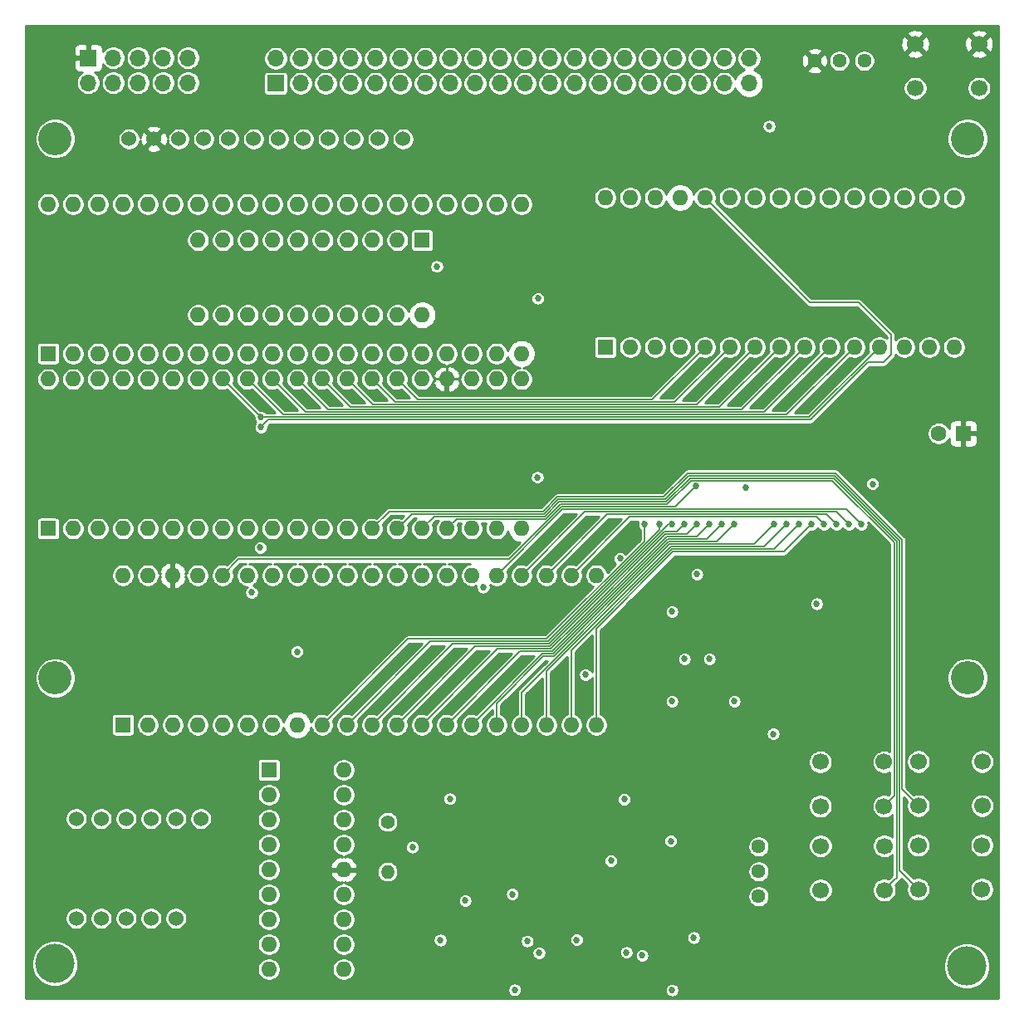
<source format=gbr>
%TF.GenerationSoftware,KiCad,Pcbnew,(5.1.7)-1*%
%TF.CreationDate,2020-12-26T11:55:58+01:00*%
%TF.ProjectId,sbc6526,73626336-3532-4362-9e6b-696361645f70,rev?*%
%TF.SameCoordinates,Original*%
%TF.FileFunction,Copper,L3,Inr*%
%TF.FilePolarity,Positive*%
%FSLAX46Y46*%
G04 Gerber Fmt 4.6, Leading zero omitted, Abs format (unit mm)*
G04 Created by KiCad (PCBNEW (5.1.7)-1) date 2020-12-26 11:55:58*
%MOMM*%
%LPD*%
G01*
G04 APERTURE LIST*
%TA.AperFunction,ComponentPad*%
%ADD10O,1.600000X1.600000*%
%TD*%
%TA.AperFunction,ComponentPad*%
%ADD11R,1.600000X1.600000*%
%TD*%
%TA.AperFunction,WasherPad*%
%ADD12C,3.400000*%
%TD*%
%TA.AperFunction,ComponentPad*%
%ADD13C,1.524000*%
%TD*%
%TA.AperFunction,ComponentPad*%
%ADD14O,1.700000X1.700000*%
%TD*%
%TA.AperFunction,ComponentPad*%
%ADD15R,1.700000X1.700000*%
%TD*%
%TA.AperFunction,ComponentPad*%
%ADD16C,1.440000*%
%TD*%
%TA.AperFunction,ComponentPad*%
%ADD17C,1.600000*%
%TD*%
%TA.AperFunction,ComponentPad*%
%ADD18O,1.400000X1.400000*%
%TD*%
%TA.AperFunction,ComponentPad*%
%ADD19C,1.400000*%
%TD*%
%TA.AperFunction,ComponentPad*%
%ADD20C,1.700000*%
%TD*%
%TA.AperFunction,ViaPad*%
%ADD21C,4.000000*%
%TD*%
%TA.AperFunction,ViaPad*%
%ADD22C,0.685800*%
%TD*%
%TA.AperFunction,Conductor*%
%ADD23C,0.254000*%
%TD*%
%TA.AperFunction,Conductor*%
%ADD24C,0.127000*%
%TD*%
%TA.AperFunction,Conductor*%
%ADD25C,0.100000*%
%TD*%
G04 APERTURE END LIST*
D10*
%TO.N,/~RES*%
%TO.C,U3*%
X110325000Y-106450000D03*
%TO.N,/bootstrap/A11*%
X158585000Y-121690000D03*
%TO.N,Net-(U3-Pad39)*%
X112865000Y-106450000D03*
%TO.N,/bootstrap/A10*%
X156045000Y-121690000D03*
%TO.N,VCC*%
X115405000Y-106450000D03*
%TO.N,/bootstrap/A9*%
X153505000Y-121690000D03*
%TO.N,/PHI2*%
X117945000Y-106450000D03*
%TO.N,/bootstrap/A8*%
X150965000Y-121690000D03*
%TO.N,/bootstrap/BE*%
X120485000Y-106450000D03*
%TO.N,/bootstrap/A7*%
X148425000Y-121690000D03*
%TO.N,Net-(U3-Pad35)*%
X123025000Y-106450000D03*
%TO.N,/bootstrap/A6*%
X145885000Y-121690000D03*
%TO.N,/R~W*%
X125565000Y-106450000D03*
%TO.N,/bootstrap/A5*%
X143345000Y-121690000D03*
%TO.N,/bootstrap/D0*%
X128105000Y-106450000D03*
%TO.N,/bootstrap/A4*%
X140805000Y-121690000D03*
%TO.N,/bootstrap/D1*%
X130645000Y-106450000D03*
%TO.N,/bootstrap/A3*%
X138265000Y-121690000D03*
%TO.N,/bootstrap/D2*%
X133185000Y-106450000D03*
%TO.N,/bootstrap/A2*%
X135725000Y-121690000D03*
%TO.N,/bootstrap/D3*%
X135725000Y-106450000D03*
%TO.N,/bootstrap/A1*%
X133185000Y-121690000D03*
%TO.N,/bootstrap/D4*%
X138265000Y-106450000D03*
%TO.N,/bootstrap/A0*%
X130645000Y-121690000D03*
%TO.N,/bootstrap/D5*%
X140805000Y-106450000D03*
%TO.N,VCC*%
X128105000Y-121690000D03*
%TO.N,/bootstrap/D6*%
X143345000Y-106450000D03*
%TO.N,Net-(U3-Pad7)*%
X125565000Y-121690000D03*
%TO.N,/bootstrap/D7*%
X145885000Y-106450000D03*
%TO.N,/~VIAIRQ*%
X123025000Y-121690000D03*
%TO.N,/bootstrap/A15*%
X148425000Y-106450000D03*
%TO.N,Net-(U3-Pad5)*%
X120485000Y-121690000D03*
%TO.N,/bootstrap/A14*%
X150965000Y-106450000D03*
%TO.N,/~IRQ*%
X117945000Y-121690000D03*
%TO.N,/bootstrap/A13*%
X153505000Y-106450000D03*
%TO.N,Net-(U3-Pad3)*%
X115405000Y-121690000D03*
%TO.N,/bootstrap/A12*%
X156045000Y-106450000D03*
%TO.N,Net-(R11-Pad1)*%
X112865000Y-121690000D03*
%TO.N,GND*%
X158585000Y-106450000D03*
D11*
%TO.N,Net-(U3-Pad1)*%
X110325000Y-121690000D03*
%TD*%
D12*
%TO.N,*%
%TO.C,LCD1*%
X196425000Y-61925000D03*
X196425000Y-116925000D03*
X103425000Y-116925000D03*
X103425000Y-61925000D03*
D13*
%TO.N,GND*%
X138875000Y-61965000D03*
%TO.N,Net-(LCD1-Pad15)*%
X136335000Y-61965000D03*
%TO.N,/peripherals/LCD_D7*%
X133795000Y-61965000D03*
%TO.N,/peripherals/LCD_D6*%
X131255000Y-61965000D03*
%TO.N,/peripherals/LCD_D5*%
X128715000Y-61965000D03*
%TO.N,/peripherals/LCD_D4*%
X126175000Y-61965000D03*
%TO.N,/peripherals/LCD_E*%
X123635000Y-61965000D03*
%TO.N,/peripherals/LCD_RW*%
X121095000Y-61965000D03*
%TO.N,/peripherals/LCD_RS*%
X118555000Y-61965000D03*
%TO.N,Net-(LCD1-Pad3)*%
X116015000Y-61965000D03*
%TO.N,VCC*%
X113475000Y-61965000D03*
%TO.N,GND*%
X110935000Y-61965000D03*
%TD*%
D10*
%TO.N,Net-(U2-Pad40)*%
%TO.C,U2*%
X102700000Y-86460000D03*
%TO.N,VCC*%
X150960000Y-101700000D03*
%TO.N,Net-(U2-Pad39)*%
X105240000Y-86460000D03*
%TO.N,Net-(U2-Pad19)*%
X148420000Y-101700000D03*
%TO.N,/bootstrap/A0*%
X107780000Y-86460000D03*
%TO.N,Net-(U2-Pad18)*%
X145880000Y-101700000D03*
%TO.N,/bootstrap/A1*%
X110320000Y-86460000D03*
%TO.N,/io/VPB7*%
X143340000Y-101700000D03*
%TO.N,/bootstrap/A2*%
X112860000Y-86460000D03*
%TO.N,/io/VPB6*%
X140800000Y-101700000D03*
%TO.N,/bootstrap/A3*%
X115400000Y-86460000D03*
%TO.N,/io/VPB5*%
X138260000Y-101700000D03*
%TO.N,/~RES*%
X117940000Y-86460000D03*
%TO.N,/io/VPB4*%
X135720000Y-101700000D03*
%TO.N,/bootstrap/D0*%
X120480000Y-86460000D03*
%TO.N,Net-(U2-Pad13)*%
X133180000Y-101700000D03*
%TO.N,/bootstrap/D1*%
X123020000Y-86460000D03*
%TO.N,Net-(U2-Pad12)*%
X130640000Y-101700000D03*
%TO.N,/bootstrap/D2*%
X125560000Y-86460000D03*
%TO.N,/TOD*%
X128100000Y-101700000D03*
%TO.N,/bootstrap/D3*%
X128100000Y-86460000D03*
%TO.N,/TODENABLE*%
X125560000Y-101700000D03*
%TO.N,/bootstrap/D4*%
X130640000Y-86460000D03*
%TO.N,/peripherals/LCD_D7*%
X123020000Y-101700000D03*
%TO.N,/bootstrap/D5*%
X133180000Y-86460000D03*
%TO.N,/peripherals/LCD_D6*%
X120480000Y-101700000D03*
%TO.N,/bootstrap/D6*%
X135720000Y-86460000D03*
%TO.N,/peripherals/LCD_D5*%
X117940000Y-101700000D03*
%TO.N,/bootstrap/D7*%
X138260000Y-86460000D03*
%TO.N,/peripherals/LCD_D4*%
X115400000Y-101700000D03*
%TO.N,/PHI2*%
X140800000Y-86460000D03*
%TO.N,/peripherals/LCD_E*%
X112860000Y-101700000D03*
%TO.N,VCC*%
X143340000Y-86460000D03*
%TO.N,/peripherals/LCD_RW*%
X110320000Y-101700000D03*
%TO.N,/memory/~VIA*%
X145880000Y-86460000D03*
%TO.N,/peripherals/LCD_RS*%
X107780000Y-101700000D03*
%TO.N,/R~W*%
X148420000Y-86460000D03*
%TO.N,/peripherals/~CIARES*%
X105240000Y-101700000D03*
%TO.N,/~VIAIRQ*%
X150960000Y-86460000D03*
D11*
%TO.N,GND*%
X102700000Y-101700000D03*
%TD*%
D14*
%TO.N,/~IRQ*%
%TO.C,EXT6526*%
X174160000Y-53760000D03*
%TO.N,VCC*%
X174160000Y-56300000D03*
%TO.N,/R~W*%
X171620000Y-53760000D03*
%TO.N,/TOD*%
X171620000Y-56300000D03*
%TO.N,/memory/~CIAEXT*%
X169080000Y-53760000D03*
%TO.N,/peripherals/~EXTFLAG*%
X169080000Y-56300000D03*
%TO.N,/peripherals/~EXTPC*%
X166540000Y-53760000D03*
%TO.N,/io/PB7*%
X166540000Y-56300000D03*
%TO.N,/PHI2*%
X164000000Y-53760000D03*
%TO.N,/io/PB6*%
X164000000Y-56300000D03*
%TO.N,/bootstrap/D7*%
X161460000Y-53760000D03*
%TO.N,/io/PB5*%
X161460000Y-56300000D03*
%TO.N,/bootstrap/D6*%
X158920000Y-53760000D03*
%TO.N,/io/PB4*%
X158920000Y-56300000D03*
%TO.N,/bootstrap/D5*%
X156380000Y-53760000D03*
%TO.N,/io/PB3*%
X156380000Y-56300000D03*
%TO.N,/bootstrap/D4*%
X153840000Y-53760000D03*
%TO.N,/io/PB2*%
X153840000Y-56300000D03*
%TO.N,/bootstrap/D3*%
X151300000Y-53760000D03*
%TO.N,/io/PB1*%
X151300000Y-56300000D03*
%TO.N,/bootstrap/D2*%
X148760000Y-53760000D03*
%TO.N,/io/PB0*%
X148760000Y-56300000D03*
%TO.N,/bootstrap/D1*%
X146220000Y-53760000D03*
%TO.N,/peripherals/PA7*%
X146220000Y-56300000D03*
%TO.N,/bootstrap/D0*%
X143680000Y-53760000D03*
%TO.N,/peripherals/PA6*%
X143680000Y-56300000D03*
%TO.N,/peripherals/~CIARES*%
X141140000Y-53760000D03*
%TO.N,/peripherals/PA5*%
X141140000Y-56300000D03*
%TO.N,/bootstrap/A3*%
X138600000Y-53760000D03*
%TO.N,/peripherals/PA4*%
X138600000Y-56300000D03*
%TO.N,/bootstrap/A2*%
X136060000Y-53760000D03*
%TO.N,/peripherals/PA3*%
X136060000Y-56300000D03*
%TO.N,/bootstrap/A1*%
X133520000Y-53760000D03*
%TO.N,/peripherals/PA2*%
X133520000Y-56300000D03*
%TO.N,/bootstrap/A0*%
X130980000Y-53760000D03*
%TO.N,/peripherals/PA1*%
X130980000Y-56300000D03*
%TO.N,/peripherals/SERDAT*%
X128440000Y-53760000D03*
%TO.N,/peripherals/PA0*%
X128440000Y-56300000D03*
%TO.N,/peripherals/SERCLK*%
X125900000Y-53760000D03*
D15*
%TO.N,GND*%
X125900000Y-56300000D03*
%TD*%
D13*
%TO.N,/clockmeter/A*%
%TO.C,LED1*%
X115730000Y-131280000D03*
%TO.N,/clockmeter/F*%
X113190000Y-131280000D03*
%TO.N,/clockmeter/C2*%
X110650000Y-131280000D03*
%TO.N,/clockmeter/C3*%
X108110000Y-131280000D03*
%TO.N,/clockmeter/B*%
X105570000Y-131280000D03*
%TO.N,/clockmeter/C1*%
X118270000Y-131280000D03*
%TO.N,/clockmeter/G*%
X115730000Y-141440000D03*
%TO.N,/clockmeter/C*%
X113190000Y-141440000D03*
%TO.N,/clockmeter/DP*%
X110650000Y-141440000D03*
%TO.N,/clockmeter/D*%
X108110000Y-141440000D03*
%TO.N,/clockmeter/E*%
X105570000Y-141440000D03*
%TD*%
D16*
%TO.N,Net-(P1-Pad3)*%
%TO.C,P1*%
X175133000Y-139192000D03*
%TO.N,Net-(P1-Pad2)*%
X175133000Y-136652000D03*
%TO.N,Net-(C13-Pad1)*%
X175133000Y-134112000D03*
%TD*%
D17*
%TO.N,GND*%
%TO.C,C14*%
X193500000Y-92000000D03*
D11*
%TO.N,VCC*%
X196000000Y-92000000D03*
%TD*%
D10*
%TO.N,/TOD*%
%TO.C,NANO1*%
X195060000Y-67960000D03*
%TO.N,/R~W*%
X195060000Y-83200000D03*
%TO.N,Net-(NANO1-Pad30)*%
X159500000Y-67960000D03*
%TO.N,/bootstrap/RESET*%
X192520000Y-83200000D03*
%TO.N,GND*%
X162040000Y-67960000D03*
%TO.N,/~CE*%
X189980000Y-83200000D03*
%TO.N,Net-(NANO1-Pad28)*%
X164580000Y-67960000D03*
%TO.N,/bootstrap/D0*%
X187440000Y-83200000D03*
%TO.N,VCC*%
X167120000Y-67960000D03*
%TO.N,/bootstrap/D1*%
X184900000Y-83200000D03*
%TO.N,/TODENABLE*%
X169660000Y-67960000D03*
%TO.N,/bootstrap/D2*%
X182360000Y-83200000D03*
%TO.N,Net-(NANO1-Pad25)*%
X172200000Y-67960000D03*
%TO.N,/bootstrap/D3*%
X179820000Y-83200000D03*
%TO.N,Net-(NANO1-Pad24)*%
X174740000Y-67960000D03*
%TO.N,/bootstrap/D4*%
X177280000Y-83200000D03*
%TO.N,/bootstrap/DS*%
X177280000Y-67960000D03*
%TO.N,/bootstrap/D5*%
X174740000Y-83200000D03*
%TO.N,Net-(NANO1-Pad22)*%
X179820000Y-67960000D03*
%TO.N,/bootstrap/D6*%
X172200000Y-83200000D03*
%TO.N,/bootstrap/BE*%
X182360000Y-67960000D03*
%TO.N,/bootstrap/D7*%
X169660000Y-83200000D03*
%TO.N,/bootstrap/LATCH*%
X184900000Y-67960000D03*
%TO.N,GND*%
X167120000Y-83200000D03*
%TO.N,/bootstrap/CLOCK*%
X187440000Y-67960000D03*
%TO.N,Net-(NANO1-Pad3)*%
X164580000Y-83200000D03*
%TO.N,Net-(NANO1-Pad18)*%
X189980000Y-67960000D03*
%TO.N,Net-(NANO1-Pad2)*%
X162040000Y-83200000D03*
%TO.N,Net-(NANO1-Pad17)*%
X192520000Y-67960000D03*
D11*
%TO.N,Net-(NANO1-Pad1)*%
X159500000Y-83200000D03*
%TD*%
D16*
%TO.N,VCC*%
%TO.C,P2*%
X180820000Y-54000000D03*
%TO.N,Net-(LCD1-Pad3)*%
X183360000Y-54000000D03*
%TO.N,GND*%
X185900000Y-54000000D03*
%TD*%
D10*
%TO.N,Net-(PIC1-Pad18)*%
%TO.C,PIC1*%
X132820000Y-126300000D03*
%TO.N,Net-(PIC1-Pad9)*%
X125200000Y-146620000D03*
%TO.N,/clockmeter/C3*%
X132820000Y-128840000D03*
%TO.N,Net-(PIC1-Pad8)*%
X125200000Y-144080000D03*
%TO.N,Net-(C5-Pad1)*%
X132820000Y-131380000D03*
%TO.N,Net-(PIC1-Pad7)*%
X125200000Y-141540000D03*
%TO.N,Net-(C6-Pad1)*%
X132820000Y-133920000D03*
%TO.N,Net-(PIC1-Pad6)*%
X125200000Y-139000000D03*
%TO.N,VCC*%
X132820000Y-136460000D03*
%TO.N,GND*%
X125200000Y-136460000D03*
%TO.N,Net-(PIC1-Pad13)*%
X132820000Y-139000000D03*
%TO.N,Net-(PIC1-Pad4)*%
X125200000Y-133920000D03*
%TO.N,Net-(PIC1-Pad12)*%
X132820000Y-141540000D03*
%TO.N,/clock/~PHI2*%
X125200000Y-131380000D03*
%TO.N,Net-(PIC1-Pad11)*%
X132820000Y-144080000D03*
%TO.N,/clockmeter/C1*%
X125200000Y-128840000D03*
%TO.N,Net-(PIC1-Pad10)*%
X132820000Y-146620000D03*
D11*
%TO.N,/clockmeter/C2*%
X125200000Y-126300000D03*
%TD*%
D10*
%TO.N,VCC*%
%TO.C,U11*%
X140843000Y-79920000D03*
%TO.N,GND*%
X117983000Y-72300000D03*
%TO.N,/memory/~CIA*%
X138303000Y-79920000D03*
%TO.N,/peripherals/DB0*%
X120523000Y-72300000D03*
%TO.N,/bootstrap/D7*%
X135763000Y-79920000D03*
%TO.N,/peripherals/DB1*%
X123063000Y-72300000D03*
%TO.N,/bootstrap/D6*%
X133223000Y-79920000D03*
%TO.N,/peripherals/DB2*%
X125603000Y-72300000D03*
%TO.N,/bootstrap/D5*%
X130683000Y-79920000D03*
%TO.N,/peripherals/DB3*%
X128143000Y-72300000D03*
%TO.N,/bootstrap/D4*%
X128143000Y-79920000D03*
%TO.N,/peripherals/DB4*%
X130683000Y-72300000D03*
%TO.N,/bootstrap/D3*%
X125603000Y-79920000D03*
%TO.N,/peripherals/DB5*%
X133223000Y-72300000D03*
%TO.N,/bootstrap/D2*%
X123063000Y-79920000D03*
%TO.N,/peripherals/DB6*%
X135763000Y-72300000D03*
%TO.N,/bootstrap/D1*%
X120523000Y-79920000D03*
%TO.N,/peripherals/DB7*%
X138303000Y-72300000D03*
%TO.N,/bootstrap/D0*%
X117983000Y-79920000D03*
D11*
%TO.N,/R~W*%
X140843000Y-72300000D03*
%TD*%
D18*
%TO.N,Net-(C6-Pad1)*%
%TO.C,Y1*%
X137300000Y-136680000D03*
D19*
%TO.N,Net-(C5-Pad1)*%
X137300000Y-131600000D03*
%TD*%
D14*
%TO.N,GND*%
%TO.C,J1*%
X116960000Y-56240000D03*
%TO.N,/io/PB0*%
X116960000Y-53700000D03*
%TO.N,/io/PB1*%
X114420000Y-56240000D03*
%TO.N,/io/PB2*%
X114420000Y-53700000D03*
%TO.N,/io/PB3*%
X111880000Y-56240000D03*
%TO.N,/io/PB4*%
X111880000Y-53700000D03*
%TO.N,/io/PB5*%
X109340000Y-56240000D03*
%TO.N,/io/PB6*%
X109340000Y-53700000D03*
%TO.N,/io/PB7*%
X106800000Y-56240000D03*
D15*
%TO.N,VCC*%
X106800000Y-53700000D03*
%TD*%
D20*
%TO.N,GND*%
%TO.C,SW1*%
X181420000Y-125490000D03*
X187920000Y-125490000D03*
%TO.N,/io/VPB7*%
X181420000Y-129990000D03*
X187920000Y-129990000D03*
%TD*%
%TO.N,GND*%
%TO.C,SW2*%
X181440000Y-134050000D03*
X187940000Y-134050000D03*
%TO.N,/io/VPB6*%
X181440000Y-138550000D03*
X187940000Y-138550000D03*
%TD*%
%TO.N,GND*%
%TO.C,SW3*%
X191400000Y-133970000D03*
X197900000Y-133970000D03*
%TO.N,/io/VPB5*%
X191400000Y-138470000D03*
X197900000Y-138470000D03*
%TD*%
%TO.N,GND*%
%TO.C,SW4*%
X191420000Y-125450000D03*
X197920000Y-125450000D03*
%TO.N,/io/VPB4*%
X191420000Y-129950000D03*
X197920000Y-129950000D03*
%TD*%
%TO.N,Net-(R13-Pad2)*%
%TO.C,SW5*%
X197600000Y-56800000D03*
X191100000Y-56800000D03*
%TO.N,VCC*%
X197600000Y-52300000D03*
X191100000Y-52300000D03*
%TD*%
D11*
%TO.N,GND*%
%TO.C,U1*%
X102700000Y-83850000D03*
D10*
%TO.N,/~IRQ*%
X150960000Y-68610000D03*
%TO.N,/peripherals/PA0*%
X105240000Y-83850000D03*
%TO.N,/R~W*%
X148420000Y-68610000D03*
%TO.N,/peripherals/PA1*%
X107780000Y-83850000D03*
%TO.N,/memory/~CIA*%
X145880000Y-68610000D03*
%TO.N,/peripherals/PA2*%
X110320000Y-83850000D03*
%TO.N,/peripherals/~EXTFLAG*%
X143340000Y-68610000D03*
%TO.N,/peripherals/PA3*%
X112860000Y-83850000D03*
%TO.N,/PHI2*%
X140800000Y-68610000D03*
%TO.N,/peripherals/PA4*%
X115400000Y-83850000D03*
%TO.N,/peripherals/DB7*%
X138260000Y-68610000D03*
%TO.N,/peripherals/PA5*%
X117940000Y-83850000D03*
%TO.N,/peripherals/DB6*%
X135720000Y-68610000D03*
%TO.N,/peripherals/PA6*%
X120480000Y-83850000D03*
%TO.N,/peripherals/DB5*%
X133180000Y-68610000D03*
%TO.N,/peripherals/PA7*%
X123020000Y-83850000D03*
%TO.N,/peripherals/DB4*%
X130640000Y-68610000D03*
%TO.N,/io/PB0*%
X125560000Y-83850000D03*
%TO.N,/peripherals/DB3*%
X128100000Y-68610000D03*
%TO.N,/io/PB1*%
X128100000Y-83850000D03*
%TO.N,/peripherals/DB2*%
X125560000Y-68610000D03*
%TO.N,/io/PB2*%
X130640000Y-83850000D03*
%TO.N,/peripherals/DB1*%
X123020000Y-68610000D03*
%TO.N,/io/PB3*%
X133180000Y-83850000D03*
%TO.N,/peripherals/DB0*%
X120480000Y-68610000D03*
%TO.N,/io/PB4*%
X135720000Y-83850000D03*
%TO.N,/peripherals/~CIARES*%
X117940000Y-68610000D03*
%TO.N,/io/PB5*%
X138260000Y-83850000D03*
%TO.N,/bootstrap/A3*%
X115400000Y-68610000D03*
%TO.N,/io/PB6*%
X140800000Y-83850000D03*
%TO.N,/bootstrap/A2*%
X112860000Y-68610000D03*
%TO.N,/io/PB7*%
X143340000Y-83850000D03*
%TO.N,/bootstrap/A1*%
X110320000Y-68610000D03*
%TO.N,/peripherals/~EXTPC*%
X145880000Y-83850000D03*
%TO.N,/bootstrap/A0*%
X107780000Y-68610000D03*
%TO.N,/TOD*%
X148420000Y-83850000D03*
%TO.N,/peripherals/SERDAT*%
X105240000Y-68610000D03*
%TO.N,VCC*%
X150960000Y-83850000D03*
%TO.N,/peripherals/SERCLK*%
X102700000Y-68610000D03*
%TD*%
D21*
%TO.N,*%
X196342000Y-146304000D03*
X103378000Y-146050000D03*
D22*
%TO.N,GND*%
X152575000Y-96475000D03*
X139850000Y-134175000D03*
X152625000Y-78225000D03*
X142325000Y-74975000D03*
X181037500Y-109362500D03*
X176625000Y-122625000D03*
X168500000Y-143400000D03*
X150275000Y-148725000D03*
X176200000Y-60675000D03*
X143650000Y-129250000D03*
X161425000Y-129300000D03*
X166175000Y-133550000D03*
X186750000Y-97150000D03*
X173850000Y-97550000D03*
X151550000Y-143750000D03*
X156575000Y-143625000D03*
X142675000Y-143650000D03*
X152750000Y-144950000D03*
X128075000Y-114250000D03*
X172650000Y-119305000D03*
X166300000Y-119305000D03*
X168840000Y-106351000D03*
X167570000Y-114987000D03*
X170110000Y-114987000D03*
X166300000Y-110161000D03*
%TO.N,/memory/RAMCE*%
X145218000Y-139625000D03*
X160073195Y-135561000D03*
%TO.N,VCC*%
X112875000Y-114775000D03*
X152575000Y-98525000D03*
X152625000Y-80325000D03*
X142375000Y-77050000D03*
X152625000Y-73125000D03*
X154100000Y-148425000D03*
X168500000Y-148525000D03*
X166225000Y-138675000D03*
X176625000Y-127475000D03*
X177500000Y-109400000D03*
X185950000Y-110875000D03*
X172600000Y-92175000D03*
X185475000Y-92150000D03*
X164950000Y-92200000D03*
X145225000Y-61975000D03*
X174125000Y-60775000D03*
X191575000Y-136225000D03*
X181600000Y-136375000D03*
X181600000Y-127800000D03*
X191550000Y-127750000D03*
X125775000Y-117925000D03*
X176587090Y-94047954D03*
X173920000Y-119305000D03*
X168840000Y-127941000D03*
X172650000Y-127941000D03*
X170110000Y-119305000D03*
%TO.N,/memory/~VIA*%
X161645400Y-144907062D03*
%TO.N,/memory/~CIA*%
X163252000Y-145213000D03*
%TO.N,/bootstrap/BE*%
X168779149Y-97339843D03*
%TO.N,/~VIAIRQ*%
X124320961Y-103631252D03*
%TO.N,/~RES*%
X161004183Y-104742417D03*
X123444000Y-108204000D03*
%TO.N,/PHI2*%
X157480000Y-116586000D03*
%TO.N,/TODENABLE*%
X124390000Y-91365000D03*
%TO.N,/~CE*%
X150021865Y-138960072D03*
%TO.N,/bootstrap/D0*%
X124390000Y-90349000D03*
%TO.N,/bootstrap/A11*%
X180524000Y-101271000D03*
%TO.N,/bootstrap/A10*%
X179254000Y-101271000D03*
%TO.N,/bootstrap/A9*%
X177984000Y-101271000D03*
%TO.N,/bootstrap/A8*%
X176714000Y-101271000D03*
%TO.N,/bootstrap/A7*%
X172650000Y-101271000D03*
%TO.N,/bootstrap/A6*%
X171380000Y-101271000D03*
%TO.N,/bootstrap/A5*%
X170110000Y-101271000D03*
%TO.N,/bootstrap/A4*%
X168840000Y-101271000D03*
%TO.N,/bootstrap/A15*%
X185604000Y-101271000D03*
%TO.N,/bootstrap/A14*%
X184334000Y-101271000D03*
%TO.N,/bootstrap/A13*%
X183064000Y-101271000D03*
%TO.N,/bootstrap/A12*%
X181794000Y-101271000D03*
%TO.N,/bootstrap/A0*%
X163506000Y-101271000D03*
%TO.N,/bootstrap/A1*%
X165030000Y-101271000D03*
%TO.N,/bootstrap/A2*%
X166300000Y-101271000D03*
%TO.N,/bootstrap/A3*%
X167570000Y-101271000D03*
%TO.N,/R~W*%
X147066000Y-107670600D03*
%TO.N,/memory/~CIAEXT*%
X166300000Y-148743600D03*
%TD*%
D23*
%TO.N,VCC*%
X143340000Y-86460000D02*
X142185000Y-86460000D01*
X143340000Y-86460000D02*
X144490000Y-86460000D01*
X143340000Y-86460000D02*
X143340000Y-85135000D01*
X143340000Y-85135000D02*
X142310000Y-85135000D01*
D24*
%TO.N,/bootstrap/BE*%
X120485000Y-106450000D02*
X122108000Y-104827000D01*
X122108000Y-104827000D02*
X149688776Y-104827000D01*
X149688776Y-104827000D02*
X155022816Y-99492960D01*
X166626032Y-99492960D02*
X168779149Y-97339843D01*
X155022816Y-99492960D02*
X166626032Y-99492960D01*
%TO.N,/TODENABLE*%
X180365000Y-78665000D02*
X169660000Y-67960000D01*
X188652000Y-81967000D02*
X185350000Y-78665000D01*
X187890000Y-84761000D02*
X188652000Y-83999000D01*
X188652000Y-83999000D02*
X188652000Y-81967000D01*
X186238224Y-84761000D02*
X187890000Y-84761000D01*
X180396157Y-90603067D02*
X186238224Y-84761000D01*
X125151932Y-90603068D02*
X180396157Y-90603067D01*
X185350000Y-78665000D02*
X180365000Y-78665000D01*
X124390000Y-91365000D02*
X125151932Y-90603068D01*
%TO.N,/bootstrap/D7*%
X138260000Y-86460000D02*
X140371000Y-88571000D01*
X164289000Y-88571000D02*
X169660000Y-83200000D01*
X140371000Y-88571000D02*
X164289000Y-88571000D01*
%TO.N,/bootstrap/D6*%
X172200000Y-83200000D02*
X166575000Y-88825000D01*
X138085000Y-88825000D02*
X135720000Y-86460000D01*
X166575000Y-88825000D02*
X138085000Y-88825000D01*
%TO.N,/bootstrap/D5*%
X174740000Y-83200000D02*
X168860990Y-89079010D01*
X135799010Y-89079010D02*
X133180000Y-86460000D01*
X168860990Y-89079010D02*
X135799010Y-89079010D01*
%TO.N,/bootstrap/D4*%
X130640000Y-86460000D02*
X133513020Y-89333020D01*
X171146980Y-89333020D02*
X177280000Y-83200000D01*
X133513020Y-89333020D02*
X171146980Y-89333020D01*
%TO.N,/bootstrap/D3*%
X131227029Y-89587029D02*
X128100000Y-86460000D01*
X173432971Y-89587029D02*
X131227029Y-89587029D01*
X179820000Y-83200000D02*
X173432971Y-89587029D01*
%TO.N,/bootstrap/D2*%
X175718962Y-89841038D02*
X182360000Y-83200000D01*
X128941038Y-89841038D02*
X175718962Y-89841038D01*
X125560000Y-86460000D02*
X128941038Y-89841038D01*
%TO.N,/bootstrap/D1*%
X126655048Y-90095048D02*
X123020000Y-86460000D01*
X178004952Y-90095048D02*
X126655048Y-90095048D01*
X184900000Y-83200000D02*
X178004952Y-90095048D01*
%TO.N,/bootstrap/D0*%
X124369058Y-90349058D02*
X120480000Y-86460000D01*
X180290942Y-90349058D02*
X124369058Y-90349058D01*
X187440000Y-83200000D02*
X180290942Y-90349058D01*
%TO.N,/io/VPB7*%
X144330501Y-100709499D02*
X153447053Y-100709499D01*
X143340000Y-101700000D02*
X144330501Y-100709499D01*
X153447053Y-100709499D02*
X154917602Y-99238950D01*
X154917602Y-99238950D02*
X165792050Y-99238950D01*
X165792050Y-99238950D02*
X168224558Y-96806442D01*
X168224558Y-96806442D02*
X182663442Y-96806442D01*
X188960501Y-128949499D02*
X187920000Y-129990000D01*
X188960501Y-103103501D02*
X188960501Y-128949499D01*
X182663442Y-96806442D02*
X188960501Y-103103501D01*
%TO.N,/io/VPB6*%
X188899000Y-137591000D02*
X187940000Y-138550000D01*
X189214511Y-137275489D02*
X188899000Y-137591000D01*
X182768656Y-96552432D02*
X189214510Y-102998286D01*
X168119343Y-96552433D02*
X182768656Y-96552432D01*
X165686836Y-98984940D02*
X168119343Y-96552433D01*
X154812387Y-98984941D02*
X165686836Y-98984940D01*
X153341839Y-100455489D02*
X154812387Y-98984941D01*
X189214510Y-102998286D02*
X189214511Y-137275489D01*
X142044511Y-100455489D02*
X153341839Y-100455489D01*
X140800000Y-101700000D02*
X142044511Y-100455489D01*
%TO.N,/io/VPB5*%
X138260000Y-101700000D02*
X139758521Y-100201479D01*
X153236625Y-100201479D02*
X139828521Y-100201479D01*
X138330000Y-101700000D02*
X138260000Y-101700000D01*
X154707174Y-98730932D02*
X153236625Y-100201479D01*
X165581620Y-98730932D02*
X154707174Y-98730932D01*
X168014130Y-96298424D02*
X165581620Y-98730932D01*
X182873871Y-96298423D02*
X168014130Y-96298424D01*
X189468519Y-102893073D02*
X182873871Y-96298423D01*
X189468519Y-136538519D02*
X189468519Y-102893073D01*
X139828521Y-100201479D02*
X138330000Y-101700000D01*
X191400000Y-138470000D02*
X189468519Y-136538519D01*
%TO.N,/bootstrap/A11*%
X158585000Y-121690000D02*
X158585000Y-111885224D01*
X158585000Y-111885224D02*
X166403562Y-104066662D01*
X177728338Y-104066662D02*
X180524000Y-101271000D01*
X166403562Y-104066662D02*
X177728338Y-104066662D01*
%TO.N,/bootstrap/A10*%
X179254000Y-101271000D02*
X176712348Y-103812652D01*
X176712348Y-103812652D02*
X166298348Y-103812652D01*
X156045000Y-114066000D02*
X156045000Y-121690000D01*
X166298348Y-103812652D02*
X156045000Y-114066000D01*
%TO.N,/bootstrap/A9*%
X175696358Y-103558642D02*
X177984000Y-101271000D01*
X166175316Y-103558642D02*
X175696358Y-103558642D01*
X153505000Y-116228958D02*
X166175316Y-103558642D01*
X153505000Y-121690000D02*
X153505000Y-116228958D01*
%TO.N,/bootstrap/A8*%
X150965000Y-118409734D02*
X150965000Y-121690000D01*
X166070102Y-103304632D02*
X150965000Y-118409734D01*
X174680368Y-103304632D02*
X166070102Y-103304632D01*
X176714000Y-101271000D02*
X174680368Y-103304632D01*
%TO.N,/bootstrap/A7*%
X148425000Y-121690000D02*
X148425000Y-119509224D01*
X148425000Y-119509224D02*
X153201156Y-114733068D01*
X153201156Y-114733068D02*
X154282441Y-114733069D01*
X154282441Y-114733069D02*
X165964888Y-103050622D01*
X170870378Y-103050622D02*
X172650000Y-101271000D01*
X165964888Y-103050622D02*
X170870378Y-103050622D01*
%TO.N,/bootstrap/A6*%
X145885000Y-121690000D02*
X153095940Y-114479060D01*
X153095940Y-114479060D02*
X154177227Y-114479059D01*
X171380000Y-101271000D02*
X169854388Y-102796612D01*
X169854388Y-102796612D02*
X165859674Y-102796612D01*
X165859674Y-102796612D02*
X154177226Y-114479060D01*
%TO.N,/bootstrap/A5*%
X150554000Y-114481000D02*
X143345000Y-121690000D01*
X150809950Y-114225050D02*
X150554000Y-114481000D01*
X154072012Y-114225050D02*
X150809950Y-114225050D01*
X165754460Y-102542602D02*
X154072012Y-114225050D01*
X168838398Y-102542602D02*
X165754460Y-102542602D01*
X170110000Y-101271000D02*
X168838398Y-102542602D01*
%TO.N,/bootstrap/A4*%
X140805000Y-121690000D02*
X148523960Y-113971040D01*
X167822408Y-102288592D02*
X168840000Y-101271000D01*
X165649246Y-102288592D02*
X167822408Y-102288592D01*
X148523960Y-113971040D02*
X153966798Y-113971040D01*
X153966798Y-113971040D02*
X156577419Y-111360419D01*
X156577419Y-111360419D02*
X165649246Y-102288592D01*
X156394000Y-111543838D02*
X156577419Y-111360419D01*
%TO.N,/bootstrap/A15*%
X148425000Y-106450000D02*
X155128030Y-99746970D01*
X184079970Y-99746970D02*
X185604000Y-101271000D01*
X155128030Y-99746970D02*
X184079970Y-99746970D01*
%TO.N,/bootstrap/A14*%
X184334000Y-101271000D02*
X183063980Y-100000980D01*
X157414020Y-100000980D02*
X150965000Y-106450000D01*
X183063980Y-100000980D02*
X157414020Y-100000980D01*
%TO.N,/bootstrap/A13*%
X153505000Y-106450000D02*
X159700010Y-100254990D01*
X182047990Y-100254990D02*
X183064000Y-101271000D01*
X159700010Y-100254990D02*
X182047990Y-100254990D01*
%TO.N,/bootstrap/A12*%
X181794000Y-101271000D02*
X181032000Y-100509000D01*
X161986000Y-100509000D02*
X156045000Y-106450000D01*
X181032000Y-100509000D02*
X161986000Y-100509000D01*
%TO.N,/bootstrap/A0*%
X163506000Y-102994942D02*
X153545942Y-112955000D01*
X163506000Y-101271000D02*
X163506000Y-102994942D01*
X139380000Y-112955000D02*
X130645000Y-121690000D01*
X153545942Y-112955000D02*
X139380000Y-112955000D01*
%TO.N,/bootstrap/A1*%
X153651156Y-113209010D02*
X165030000Y-101830166D01*
X141665990Y-113209010D02*
X153651156Y-113209010D01*
X165030000Y-101830166D02*
X165030000Y-101271000D01*
X133185000Y-121690000D02*
X141665990Y-113209010D01*
%TO.N,/bootstrap/A2*%
X153756370Y-113463020D02*
X143951980Y-113463020D01*
X165284009Y-101935381D02*
X153756370Y-113463020D01*
X165284009Y-101930932D02*
X165284009Y-101935381D01*
X143951980Y-113463020D02*
X135725000Y-121690000D01*
X165943941Y-101271000D02*
X165284009Y-101930932D01*
X166300000Y-101271000D02*
X165943941Y-101271000D01*
%TO.N,/bootstrap/A3*%
X167570000Y-101271000D02*
X166806418Y-102034582D01*
X166806418Y-102034582D02*
X165544032Y-102034582D01*
X165544032Y-102034582D02*
X153861584Y-113717030D01*
X146237970Y-113717030D02*
X138265000Y-121690000D01*
X153861584Y-113717030D02*
X146237970Y-113717030D01*
%TO.N,/io/VPB4*%
X191420000Y-129950000D02*
X189738000Y-128268000D01*
X189738000Y-128268000D02*
X189738000Y-102803329D01*
X189738000Y-102803329D02*
X182979084Y-96044414D01*
X182979084Y-96044414D02*
X167908915Y-96044415D01*
X167908915Y-96044415D02*
X165476408Y-98476922D01*
X165476408Y-98476922D02*
X154601959Y-98476923D01*
X154601959Y-98476923D02*
X153131413Y-99947469D01*
X137472531Y-99947469D02*
X135720000Y-101700000D01*
X153131413Y-99947469D02*
X137472531Y-99947469D01*
%TD*%
D23*
%TO.N,VCC*%
X199591000Y-149591000D02*
X100409000Y-149591000D01*
X100409000Y-148653407D01*
X149548100Y-148653407D01*
X149548100Y-148796593D01*
X149576035Y-148937029D01*
X149630830Y-149069316D01*
X149710380Y-149188372D01*
X149811628Y-149289620D01*
X149930684Y-149369170D01*
X150062971Y-149423965D01*
X150203407Y-149451900D01*
X150346593Y-149451900D01*
X150487029Y-149423965D01*
X150619316Y-149369170D01*
X150738372Y-149289620D01*
X150839620Y-149188372D01*
X150919170Y-149069316D01*
X150973965Y-148937029D01*
X151001900Y-148796593D01*
X151001900Y-148672007D01*
X165573100Y-148672007D01*
X165573100Y-148815193D01*
X165601035Y-148955629D01*
X165655830Y-149087916D01*
X165735380Y-149206972D01*
X165836628Y-149308220D01*
X165955684Y-149387770D01*
X166087971Y-149442565D01*
X166228407Y-149470500D01*
X166371593Y-149470500D01*
X166512029Y-149442565D01*
X166644316Y-149387770D01*
X166763372Y-149308220D01*
X166864620Y-149206972D01*
X166944170Y-149087916D01*
X166998965Y-148955629D01*
X167026900Y-148815193D01*
X167026900Y-148672007D01*
X166998965Y-148531571D01*
X166944170Y-148399284D01*
X166864620Y-148280228D01*
X166763372Y-148178980D01*
X166644316Y-148099430D01*
X166512029Y-148044635D01*
X166371593Y-148016700D01*
X166228407Y-148016700D01*
X166087971Y-148044635D01*
X165955684Y-148099430D01*
X165836628Y-148178980D01*
X165735380Y-148280228D01*
X165655830Y-148399284D01*
X165601035Y-148531571D01*
X165573100Y-148672007D01*
X151001900Y-148672007D01*
X151001900Y-148653407D01*
X150973965Y-148512971D01*
X150919170Y-148380684D01*
X150839620Y-148261628D01*
X150738372Y-148160380D01*
X150619316Y-148080830D01*
X150487029Y-148026035D01*
X150346593Y-147998100D01*
X150203407Y-147998100D01*
X150062971Y-148026035D01*
X149930684Y-148080830D01*
X149811628Y-148160380D01*
X149710380Y-148261628D01*
X149630830Y-148380684D01*
X149576035Y-148512971D01*
X149548100Y-148653407D01*
X100409000Y-148653407D01*
X100409000Y-145815197D01*
X100994000Y-145815197D01*
X100994000Y-146284803D01*
X101085616Y-146745387D01*
X101265327Y-147179247D01*
X101526226Y-147569711D01*
X101858289Y-147901774D01*
X102248753Y-148162673D01*
X102682613Y-148342384D01*
X103143197Y-148434000D01*
X103612803Y-148434000D01*
X104073387Y-148342384D01*
X104507247Y-148162673D01*
X104897711Y-147901774D01*
X105229774Y-147569711D01*
X105490673Y-147179247D01*
X105670384Y-146745387D01*
X105718521Y-146503386D01*
X124016000Y-146503386D01*
X124016000Y-146736614D01*
X124061500Y-146965360D01*
X124150753Y-147180834D01*
X124280327Y-147374756D01*
X124445244Y-147539673D01*
X124639166Y-147669247D01*
X124854640Y-147758500D01*
X125083386Y-147804000D01*
X125316614Y-147804000D01*
X125545360Y-147758500D01*
X125760834Y-147669247D01*
X125954756Y-147539673D01*
X126119673Y-147374756D01*
X126249247Y-147180834D01*
X126338500Y-146965360D01*
X126384000Y-146736614D01*
X126384000Y-146503386D01*
X131636000Y-146503386D01*
X131636000Y-146736614D01*
X131681500Y-146965360D01*
X131770753Y-147180834D01*
X131900327Y-147374756D01*
X132065244Y-147539673D01*
X132259166Y-147669247D01*
X132474640Y-147758500D01*
X132703386Y-147804000D01*
X132936614Y-147804000D01*
X133165360Y-147758500D01*
X133380834Y-147669247D01*
X133574756Y-147539673D01*
X133739673Y-147374756D01*
X133869247Y-147180834D01*
X133958500Y-146965360D01*
X134004000Y-146736614D01*
X134004000Y-146503386D01*
X133958500Y-146274640D01*
X133873403Y-146069197D01*
X193958000Y-146069197D01*
X193958000Y-146538803D01*
X194049616Y-146999387D01*
X194229327Y-147433247D01*
X194490226Y-147823711D01*
X194822289Y-148155774D01*
X195212753Y-148416673D01*
X195646613Y-148596384D01*
X196107197Y-148688000D01*
X196576803Y-148688000D01*
X197037387Y-148596384D01*
X197471247Y-148416673D01*
X197861711Y-148155774D01*
X198193774Y-147823711D01*
X198454673Y-147433247D01*
X198634384Y-146999387D01*
X198726000Y-146538803D01*
X198726000Y-146069197D01*
X198634384Y-145608613D01*
X198454673Y-145174753D01*
X198193774Y-144784289D01*
X197861711Y-144452226D01*
X197471247Y-144191327D01*
X197037387Y-144011616D01*
X196576803Y-143920000D01*
X196107197Y-143920000D01*
X195646613Y-144011616D01*
X195212753Y-144191327D01*
X194822289Y-144452226D01*
X194490226Y-144784289D01*
X194229327Y-145174753D01*
X194049616Y-145608613D01*
X193958000Y-146069197D01*
X133873403Y-146069197D01*
X133869247Y-146059166D01*
X133739673Y-145865244D01*
X133574756Y-145700327D01*
X133380834Y-145570753D01*
X133165360Y-145481500D01*
X132936614Y-145436000D01*
X132703386Y-145436000D01*
X132474640Y-145481500D01*
X132259166Y-145570753D01*
X132065244Y-145700327D01*
X131900327Y-145865244D01*
X131770753Y-146059166D01*
X131681500Y-146274640D01*
X131636000Y-146503386D01*
X126384000Y-146503386D01*
X126338500Y-146274640D01*
X126249247Y-146059166D01*
X126119673Y-145865244D01*
X125954756Y-145700327D01*
X125760834Y-145570753D01*
X125545360Y-145481500D01*
X125316614Y-145436000D01*
X125083386Y-145436000D01*
X124854640Y-145481500D01*
X124639166Y-145570753D01*
X124445244Y-145700327D01*
X124280327Y-145865244D01*
X124150753Y-146059166D01*
X124061500Y-146274640D01*
X124016000Y-146503386D01*
X105718521Y-146503386D01*
X105762000Y-146284803D01*
X105762000Y-145815197D01*
X105670384Y-145354613D01*
X105490673Y-144920753D01*
X105229774Y-144530289D01*
X104897711Y-144198226D01*
X104546248Y-143963386D01*
X124016000Y-143963386D01*
X124016000Y-144196614D01*
X124061500Y-144425360D01*
X124150753Y-144640834D01*
X124280327Y-144834756D01*
X124445244Y-144999673D01*
X124639166Y-145129247D01*
X124854640Y-145218500D01*
X125083386Y-145264000D01*
X125316614Y-145264000D01*
X125545360Y-145218500D01*
X125760834Y-145129247D01*
X125954756Y-144999673D01*
X126119673Y-144834756D01*
X126249247Y-144640834D01*
X126338500Y-144425360D01*
X126384000Y-144196614D01*
X126384000Y-143963386D01*
X131636000Y-143963386D01*
X131636000Y-144196614D01*
X131681500Y-144425360D01*
X131770753Y-144640834D01*
X131900327Y-144834756D01*
X132065244Y-144999673D01*
X132259166Y-145129247D01*
X132474640Y-145218500D01*
X132703386Y-145264000D01*
X132936614Y-145264000D01*
X133165360Y-145218500D01*
X133380834Y-145129247D01*
X133574756Y-144999673D01*
X133696022Y-144878407D01*
X152023100Y-144878407D01*
X152023100Y-145021593D01*
X152051035Y-145162029D01*
X152105830Y-145294316D01*
X152185380Y-145413372D01*
X152286628Y-145514620D01*
X152405684Y-145594170D01*
X152537971Y-145648965D01*
X152678407Y-145676900D01*
X152821593Y-145676900D01*
X152962029Y-145648965D01*
X153094316Y-145594170D01*
X153213372Y-145514620D01*
X153314620Y-145413372D01*
X153394170Y-145294316D01*
X153448965Y-145162029D01*
X153476900Y-145021593D01*
X153476900Y-144878407D01*
X153468359Y-144835469D01*
X160918500Y-144835469D01*
X160918500Y-144978655D01*
X160946435Y-145119091D01*
X161001230Y-145251378D01*
X161080780Y-145370434D01*
X161182028Y-145471682D01*
X161301084Y-145551232D01*
X161433371Y-145606027D01*
X161573807Y-145633962D01*
X161716993Y-145633962D01*
X161857429Y-145606027D01*
X161989716Y-145551232D01*
X162108772Y-145471682D01*
X162210020Y-145370434D01*
X162289570Y-145251378D01*
X162335121Y-145141407D01*
X162525100Y-145141407D01*
X162525100Y-145284593D01*
X162553035Y-145425029D01*
X162607830Y-145557316D01*
X162687380Y-145676372D01*
X162788628Y-145777620D01*
X162907684Y-145857170D01*
X163039971Y-145911965D01*
X163180407Y-145939900D01*
X163323593Y-145939900D01*
X163464029Y-145911965D01*
X163596316Y-145857170D01*
X163715372Y-145777620D01*
X163816620Y-145676372D01*
X163896170Y-145557316D01*
X163950965Y-145425029D01*
X163978900Y-145284593D01*
X163978900Y-145141407D01*
X163950965Y-145000971D01*
X163896170Y-144868684D01*
X163816620Y-144749628D01*
X163715372Y-144648380D01*
X163596316Y-144568830D01*
X163464029Y-144514035D01*
X163323593Y-144486100D01*
X163180407Y-144486100D01*
X163039971Y-144514035D01*
X162907684Y-144568830D01*
X162788628Y-144648380D01*
X162687380Y-144749628D01*
X162607830Y-144868684D01*
X162553035Y-145000971D01*
X162525100Y-145141407D01*
X162335121Y-145141407D01*
X162344365Y-145119091D01*
X162372300Y-144978655D01*
X162372300Y-144835469D01*
X162344365Y-144695033D01*
X162289570Y-144562746D01*
X162210020Y-144443690D01*
X162108772Y-144342442D01*
X161989716Y-144262892D01*
X161857429Y-144208097D01*
X161716993Y-144180162D01*
X161573807Y-144180162D01*
X161433371Y-144208097D01*
X161301084Y-144262892D01*
X161182028Y-144342442D01*
X161080780Y-144443690D01*
X161001230Y-144562746D01*
X160946435Y-144695033D01*
X160918500Y-144835469D01*
X153468359Y-144835469D01*
X153448965Y-144737971D01*
X153394170Y-144605684D01*
X153314620Y-144486628D01*
X153213372Y-144385380D01*
X153094316Y-144305830D01*
X152962029Y-144251035D01*
X152821593Y-144223100D01*
X152678407Y-144223100D01*
X152537971Y-144251035D01*
X152405684Y-144305830D01*
X152286628Y-144385380D01*
X152185380Y-144486628D01*
X152105830Y-144605684D01*
X152051035Y-144737971D01*
X152023100Y-144878407D01*
X133696022Y-144878407D01*
X133739673Y-144834756D01*
X133869247Y-144640834D01*
X133958500Y-144425360D01*
X134004000Y-144196614D01*
X134004000Y-143963386D01*
X133958500Y-143734640D01*
X133893786Y-143578407D01*
X141948100Y-143578407D01*
X141948100Y-143721593D01*
X141976035Y-143862029D01*
X142030830Y-143994316D01*
X142110380Y-144113372D01*
X142211628Y-144214620D01*
X142330684Y-144294170D01*
X142462971Y-144348965D01*
X142603407Y-144376900D01*
X142746593Y-144376900D01*
X142887029Y-144348965D01*
X143019316Y-144294170D01*
X143138372Y-144214620D01*
X143239620Y-144113372D01*
X143319170Y-143994316D01*
X143373965Y-143862029D01*
X143401900Y-143721593D01*
X143401900Y-143678407D01*
X150823100Y-143678407D01*
X150823100Y-143821593D01*
X150851035Y-143962029D01*
X150905830Y-144094316D01*
X150985380Y-144213372D01*
X151086628Y-144314620D01*
X151205684Y-144394170D01*
X151337971Y-144448965D01*
X151478407Y-144476900D01*
X151621593Y-144476900D01*
X151762029Y-144448965D01*
X151894316Y-144394170D01*
X152013372Y-144314620D01*
X152114620Y-144213372D01*
X152194170Y-144094316D01*
X152248965Y-143962029D01*
X152276900Y-143821593D01*
X152276900Y-143678407D01*
X152252036Y-143553407D01*
X155848100Y-143553407D01*
X155848100Y-143696593D01*
X155876035Y-143837029D01*
X155930830Y-143969316D01*
X156010380Y-144088372D01*
X156111628Y-144189620D01*
X156230684Y-144269170D01*
X156362971Y-144323965D01*
X156503407Y-144351900D01*
X156646593Y-144351900D01*
X156787029Y-144323965D01*
X156919316Y-144269170D01*
X157038372Y-144189620D01*
X157139620Y-144088372D01*
X157219170Y-143969316D01*
X157273965Y-143837029D01*
X157301900Y-143696593D01*
X157301900Y-143553407D01*
X157273965Y-143412971D01*
X157238938Y-143328407D01*
X167773100Y-143328407D01*
X167773100Y-143471593D01*
X167801035Y-143612029D01*
X167855830Y-143744316D01*
X167935380Y-143863372D01*
X168036628Y-143964620D01*
X168155684Y-144044170D01*
X168287971Y-144098965D01*
X168428407Y-144126900D01*
X168571593Y-144126900D01*
X168712029Y-144098965D01*
X168844316Y-144044170D01*
X168963372Y-143964620D01*
X169064620Y-143863372D01*
X169144170Y-143744316D01*
X169198965Y-143612029D01*
X169226900Y-143471593D01*
X169226900Y-143328407D01*
X169198965Y-143187971D01*
X169144170Y-143055684D01*
X169064620Y-142936628D01*
X168963372Y-142835380D01*
X168844316Y-142755830D01*
X168712029Y-142701035D01*
X168571593Y-142673100D01*
X168428407Y-142673100D01*
X168287971Y-142701035D01*
X168155684Y-142755830D01*
X168036628Y-142835380D01*
X167935380Y-142936628D01*
X167855830Y-143055684D01*
X167801035Y-143187971D01*
X167773100Y-143328407D01*
X157238938Y-143328407D01*
X157219170Y-143280684D01*
X157139620Y-143161628D01*
X157038372Y-143060380D01*
X156919316Y-142980830D01*
X156787029Y-142926035D01*
X156646593Y-142898100D01*
X156503407Y-142898100D01*
X156362971Y-142926035D01*
X156230684Y-142980830D01*
X156111628Y-143060380D01*
X156010380Y-143161628D01*
X155930830Y-143280684D01*
X155876035Y-143412971D01*
X155848100Y-143553407D01*
X152252036Y-143553407D01*
X152248965Y-143537971D01*
X152194170Y-143405684D01*
X152114620Y-143286628D01*
X152013372Y-143185380D01*
X151894316Y-143105830D01*
X151762029Y-143051035D01*
X151621593Y-143023100D01*
X151478407Y-143023100D01*
X151337971Y-143051035D01*
X151205684Y-143105830D01*
X151086628Y-143185380D01*
X150985380Y-143286628D01*
X150905830Y-143405684D01*
X150851035Y-143537971D01*
X150823100Y-143678407D01*
X143401900Y-143678407D01*
X143401900Y-143578407D01*
X143373965Y-143437971D01*
X143319170Y-143305684D01*
X143239620Y-143186628D01*
X143138372Y-143085380D01*
X143019316Y-143005830D01*
X142887029Y-142951035D01*
X142746593Y-142923100D01*
X142603407Y-142923100D01*
X142462971Y-142951035D01*
X142330684Y-143005830D01*
X142211628Y-143085380D01*
X142110380Y-143186628D01*
X142030830Y-143305684D01*
X141976035Y-143437971D01*
X141948100Y-143578407D01*
X133893786Y-143578407D01*
X133869247Y-143519166D01*
X133739673Y-143325244D01*
X133574756Y-143160327D01*
X133380834Y-143030753D01*
X133165360Y-142941500D01*
X132936614Y-142896000D01*
X132703386Y-142896000D01*
X132474640Y-142941500D01*
X132259166Y-143030753D01*
X132065244Y-143160327D01*
X131900327Y-143325244D01*
X131770753Y-143519166D01*
X131681500Y-143734640D01*
X131636000Y-143963386D01*
X126384000Y-143963386D01*
X126338500Y-143734640D01*
X126249247Y-143519166D01*
X126119673Y-143325244D01*
X125954756Y-143160327D01*
X125760834Y-143030753D01*
X125545360Y-142941500D01*
X125316614Y-142896000D01*
X125083386Y-142896000D01*
X124854640Y-142941500D01*
X124639166Y-143030753D01*
X124445244Y-143160327D01*
X124280327Y-143325244D01*
X124150753Y-143519166D01*
X124061500Y-143734640D01*
X124016000Y-143963386D01*
X104546248Y-143963386D01*
X104507247Y-143937327D01*
X104073387Y-143757616D01*
X103612803Y-143666000D01*
X103143197Y-143666000D01*
X102682613Y-143757616D01*
X102248753Y-143937327D01*
X101858289Y-144198226D01*
X101526226Y-144530289D01*
X101265327Y-144920753D01*
X101085616Y-145354613D01*
X100994000Y-145815197D01*
X100409000Y-145815197D01*
X100409000Y-141327129D01*
X104424000Y-141327129D01*
X104424000Y-141552871D01*
X104468040Y-141774276D01*
X104554428Y-141982835D01*
X104679844Y-142170532D01*
X104839468Y-142330156D01*
X105027165Y-142455572D01*
X105235724Y-142541960D01*
X105457129Y-142586000D01*
X105682871Y-142586000D01*
X105904276Y-142541960D01*
X106112835Y-142455572D01*
X106300532Y-142330156D01*
X106460156Y-142170532D01*
X106585572Y-141982835D01*
X106671960Y-141774276D01*
X106716000Y-141552871D01*
X106716000Y-141327129D01*
X106964000Y-141327129D01*
X106964000Y-141552871D01*
X107008040Y-141774276D01*
X107094428Y-141982835D01*
X107219844Y-142170532D01*
X107379468Y-142330156D01*
X107567165Y-142455572D01*
X107775724Y-142541960D01*
X107997129Y-142586000D01*
X108222871Y-142586000D01*
X108444276Y-142541960D01*
X108652835Y-142455572D01*
X108840532Y-142330156D01*
X109000156Y-142170532D01*
X109125572Y-141982835D01*
X109211960Y-141774276D01*
X109256000Y-141552871D01*
X109256000Y-141327129D01*
X109504000Y-141327129D01*
X109504000Y-141552871D01*
X109548040Y-141774276D01*
X109634428Y-141982835D01*
X109759844Y-142170532D01*
X109919468Y-142330156D01*
X110107165Y-142455572D01*
X110315724Y-142541960D01*
X110537129Y-142586000D01*
X110762871Y-142586000D01*
X110984276Y-142541960D01*
X111192835Y-142455572D01*
X111380532Y-142330156D01*
X111540156Y-142170532D01*
X111665572Y-141982835D01*
X111751960Y-141774276D01*
X111796000Y-141552871D01*
X111796000Y-141327129D01*
X112044000Y-141327129D01*
X112044000Y-141552871D01*
X112088040Y-141774276D01*
X112174428Y-141982835D01*
X112299844Y-142170532D01*
X112459468Y-142330156D01*
X112647165Y-142455572D01*
X112855724Y-142541960D01*
X113077129Y-142586000D01*
X113302871Y-142586000D01*
X113524276Y-142541960D01*
X113732835Y-142455572D01*
X113920532Y-142330156D01*
X114080156Y-142170532D01*
X114205572Y-141982835D01*
X114291960Y-141774276D01*
X114336000Y-141552871D01*
X114336000Y-141327129D01*
X114584000Y-141327129D01*
X114584000Y-141552871D01*
X114628040Y-141774276D01*
X114714428Y-141982835D01*
X114839844Y-142170532D01*
X114999468Y-142330156D01*
X115187165Y-142455572D01*
X115395724Y-142541960D01*
X115617129Y-142586000D01*
X115842871Y-142586000D01*
X116064276Y-142541960D01*
X116272835Y-142455572D01*
X116460532Y-142330156D01*
X116620156Y-142170532D01*
X116745572Y-141982835D01*
X116831960Y-141774276D01*
X116876000Y-141552871D01*
X116876000Y-141423386D01*
X124016000Y-141423386D01*
X124016000Y-141656614D01*
X124061500Y-141885360D01*
X124150753Y-142100834D01*
X124280327Y-142294756D01*
X124445244Y-142459673D01*
X124639166Y-142589247D01*
X124854640Y-142678500D01*
X125083386Y-142724000D01*
X125316614Y-142724000D01*
X125545360Y-142678500D01*
X125760834Y-142589247D01*
X125954756Y-142459673D01*
X126119673Y-142294756D01*
X126249247Y-142100834D01*
X126338500Y-141885360D01*
X126384000Y-141656614D01*
X126384000Y-141423386D01*
X131636000Y-141423386D01*
X131636000Y-141656614D01*
X131681500Y-141885360D01*
X131770753Y-142100834D01*
X131900327Y-142294756D01*
X132065244Y-142459673D01*
X132259166Y-142589247D01*
X132474640Y-142678500D01*
X132703386Y-142724000D01*
X132936614Y-142724000D01*
X133165360Y-142678500D01*
X133380834Y-142589247D01*
X133574756Y-142459673D01*
X133739673Y-142294756D01*
X133869247Y-142100834D01*
X133958500Y-141885360D01*
X134004000Y-141656614D01*
X134004000Y-141423386D01*
X133958500Y-141194640D01*
X133869247Y-140979166D01*
X133739673Y-140785244D01*
X133574756Y-140620327D01*
X133380834Y-140490753D01*
X133165360Y-140401500D01*
X132936614Y-140356000D01*
X132703386Y-140356000D01*
X132474640Y-140401500D01*
X132259166Y-140490753D01*
X132065244Y-140620327D01*
X131900327Y-140785244D01*
X131770753Y-140979166D01*
X131681500Y-141194640D01*
X131636000Y-141423386D01*
X126384000Y-141423386D01*
X126338500Y-141194640D01*
X126249247Y-140979166D01*
X126119673Y-140785244D01*
X125954756Y-140620327D01*
X125760834Y-140490753D01*
X125545360Y-140401500D01*
X125316614Y-140356000D01*
X125083386Y-140356000D01*
X124854640Y-140401500D01*
X124639166Y-140490753D01*
X124445244Y-140620327D01*
X124280327Y-140785244D01*
X124150753Y-140979166D01*
X124061500Y-141194640D01*
X124016000Y-141423386D01*
X116876000Y-141423386D01*
X116876000Y-141327129D01*
X116831960Y-141105724D01*
X116745572Y-140897165D01*
X116620156Y-140709468D01*
X116460532Y-140549844D01*
X116272835Y-140424428D01*
X116064276Y-140338040D01*
X115842871Y-140294000D01*
X115617129Y-140294000D01*
X115395724Y-140338040D01*
X115187165Y-140424428D01*
X114999468Y-140549844D01*
X114839844Y-140709468D01*
X114714428Y-140897165D01*
X114628040Y-141105724D01*
X114584000Y-141327129D01*
X114336000Y-141327129D01*
X114291960Y-141105724D01*
X114205572Y-140897165D01*
X114080156Y-140709468D01*
X113920532Y-140549844D01*
X113732835Y-140424428D01*
X113524276Y-140338040D01*
X113302871Y-140294000D01*
X113077129Y-140294000D01*
X112855724Y-140338040D01*
X112647165Y-140424428D01*
X112459468Y-140549844D01*
X112299844Y-140709468D01*
X112174428Y-140897165D01*
X112088040Y-141105724D01*
X112044000Y-141327129D01*
X111796000Y-141327129D01*
X111751960Y-141105724D01*
X111665572Y-140897165D01*
X111540156Y-140709468D01*
X111380532Y-140549844D01*
X111192835Y-140424428D01*
X110984276Y-140338040D01*
X110762871Y-140294000D01*
X110537129Y-140294000D01*
X110315724Y-140338040D01*
X110107165Y-140424428D01*
X109919468Y-140549844D01*
X109759844Y-140709468D01*
X109634428Y-140897165D01*
X109548040Y-141105724D01*
X109504000Y-141327129D01*
X109256000Y-141327129D01*
X109211960Y-141105724D01*
X109125572Y-140897165D01*
X109000156Y-140709468D01*
X108840532Y-140549844D01*
X108652835Y-140424428D01*
X108444276Y-140338040D01*
X108222871Y-140294000D01*
X107997129Y-140294000D01*
X107775724Y-140338040D01*
X107567165Y-140424428D01*
X107379468Y-140549844D01*
X107219844Y-140709468D01*
X107094428Y-140897165D01*
X107008040Y-141105724D01*
X106964000Y-141327129D01*
X106716000Y-141327129D01*
X106671960Y-141105724D01*
X106585572Y-140897165D01*
X106460156Y-140709468D01*
X106300532Y-140549844D01*
X106112835Y-140424428D01*
X105904276Y-140338040D01*
X105682871Y-140294000D01*
X105457129Y-140294000D01*
X105235724Y-140338040D01*
X105027165Y-140424428D01*
X104839468Y-140549844D01*
X104679844Y-140709468D01*
X104554428Y-140897165D01*
X104468040Y-141105724D01*
X104424000Y-141327129D01*
X100409000Y-141327129D01*
X100409000Y-138883386D01*
X124016000Y-138883386D01*
X124016000Y-139116614D01*
X124061500Y-139345360D01*
X124150753Y-139560834D01*
X124280327Y-139754756D01*
X124445244Y-139919673D01*
X124639166Y-140049247D01*
X124854640Y-140138500D01*
X125083386Y-140184000D01*
X125316614Y-140184000D01*
X125545360Y-140138500D01*
X125760834Y-140049247D01*
X125954756Y-139919673D01*
X126119673Y-139754756D01*
X126249247Y-139560834D01*
X126338500Y-139345360D01*
X126384000Y-139116614D01*
X126384000Y-138883386D01*
X126338500Y-138654640D01*
X126249247Y-138439166D01*
X126119673Y-138245244D01*
X125954756Y-138080327D01*
X125760834Y-137950753D01*
X125545360Y-137861500D01*
X125316614Y-137816000D01*
X125083386Y-137816000D01*
X124854640Y-137861500D01*
X124639166Y-137950753D01*
X124445244Y-138080327D01*
X124280327Y-138245244D01*
X124150753Y-138439166D01*
X124061500Y-138654640D01*
X124016000Y-138883386D01*
X100409000Y-138883386D01*
X100409000Y-136343386D01*
X124016000Y-136343386D01*
X124016000Y-136576614D01*
X124061500Y-136805360D01*
X124150753Y-137020834D01*
X124280327Y-137214756D01*
X124445244Y-137379673D01*
X124639166Y-137509247D01*
X124854640Y-137598500D01*
X125083386Y-137644000D01*
X125316614Y-137644000D01*
X125545360Y-137598500D01*
X125760834Y-137509247D01*
X125954756Y-137379673D01*
X126119673Y-137214756D01*
X126249247Y-137020834D01*
X126336976Y-136809039D01*
X131428096Y-136809039D01*
X131468754Y-136943087D01*
X131588963Y-137197420D01*
X131756481Y-137423414D01*
X131964869Y-137612385D01*
X132206119Y-137757070D01*
X132470960Y-137851909D01*
X132692998Y-137730625D01*
X132692998Y-137818066D01*
X132474640Y-137861500D01*
X132259166Y-137950753D01*
X132065244Y-138080327D01*
X131900327Y-138245244D01*
X131770753Y-138439166D01*
X131681500Y-138654640D01*
X131636000Y-138883386D01*
X131636000Y-139116614D01*
X131681500Y-139345360D01*
X131770753Y-139560834D01*
X131900327Y-139754756D01*
X132065244Y-139919673D01*
X132259166Y-140049247D01*
X132474640Y-140138500D01*
X132703386Y-140184000D01*
X132936614Y-140184000D01*
X133165360Y-140138500D01*
X133380834Y-140049247D01*
X133574756Y-139919673D01*
X133739673Y-139754756D01*
X133869247Y-139560834D01*
X133872323Y-139553407D01*
X144491100Y-139553407D01*
X144491100Y-139696593D01*
X144519035Y-139837029D01*
X144573830Y-139969316D01*
X144653380Y-140088372D01*
X144754628Y-140189620D01*
X144873684Y-140269170D01*
X145005971Y-140323965D01*
X145146407Y-140351900D01*
X145289593Y-140351900D01*
X145430029Y-140323965D01*
X145562316Y-140269170D01*
X145681372Y-140189620D01*
X145782620Y-140088372D01*
X145862170Y-139969316D01*
X145916965Y-139837029D01*
X145944900Y-139696593D01*
X145944900Y-139553407D01*
X145916965Y-139412971D01*
X145862170Y-139280684D01*
X145782620Y-139161628D01*
X145681372Y-139060380D01*
X145562316Y-138980830D01*
X145430029Y-138926035D01*
X145289593Y-138898100D01*
X145146407Y-138898100D01*
X145005971Y-138926035D01*
X144873684Y-138980830D01*
X144754628Y-139060380D01*
X144653380Y-139161628D01*
X144573830Y-139280684D01*
X144519035Y-139412971D01*
X144491100Y-139553407D01*
X133872323Y-139553407D01*
X133958500Y-139345360D01*
X134004000Y-139116614D01*
X134004000Y-138888479D01*
X149294965Y-138888479D01*
X149294965Y-139031665D01*
X149322900Y-139172101D01*
X149377695Y-139304388D01*
X149457245Y-139423444D01*
X149558493Y-139524692D01*
X149677549Y-139604242D01*
X149809836Y-139659037D01*
X149950272Y-139686972D01*
X150093458Y-139686972D01*
X150233894Y-139659037D01*
X150366181Y-139604242D01*
X150485237Y-139524692D01*
X150586485Y-139423444D01*
X150666035Y-139304388D01*
X150720830Y-139172101D01*
X150738500Y-139083265D01*
X174029000Y-139083265D01*
X174029000Y-139300735D01*
X174071426Y-139514025D01*
X174154648Y-139714940D01*
X174275467Y-139895759D01*
X174429241Y-140049533D01*
X174610060Y-140170352D01*
X174810975Y-140253574D01*
X175024265Y-140296000D01*
X175241735Y-140296000D01*
X175455025Y-140253574D01*
X175655940Y-140170352D01*
X175836759Y-140049533D01*
X175990533Y-139895759D01*
X176111352Y-139714940D01*
X176194574Y-139514025D01*
X176237000Y-139300735D01*
X176237000Y-139083265D01*
X176194574Y-138869975D01*
X176111352Y-138669060D01*
X175990533Y-138488241D01*
X175930754Y-138428462D01*
X180206000Y-138428462D01*
X180206000Y-138671538D01*
X180253422Y-138909945D01*
X180346443Y-139134518D01*
X180481489Y-139336629D01*
X180653371Y-139508511D01*
X180855482Y-139643557D01*
X181080055Y-139736578D01*
X181318462Y-139784000D01*
X181561538Y-139784000D01*
X181799945Y-139736578D01*
X182024518Y-139643557D01*
X182226629Y-139508511D01*
X182398511Y-139336629D01*
X182533557Y-139134518D01*
X182626578Y-138909945D01*
X182674000Y-138671538D01*
X182674000Y-138428462D01*
X182626578Y-138190055D01*
X182533557Y-137965482D01*
X182398511Y-137763371D01*
X182226629Y-137591489D01*
X182024518Y-137456443D01*
X181799945Y-137363422D01*
X181561538Y-137316000D01*
X181318462Y-137316000D01*
X181080055Y-137363422D01*
X180855482Y-137456443D01*
X180653371Y-137591489D01*
X180481489Y-137763371D01*
X180346443Y-137965482D01*
X180253422Y-138190055D01*
X180206000Y-138428462D01*
X175930754Y-138428462D01*
X175836759Y-138334467D01*
X175655940Y-138213648D01*
X175455025Y-138130426D01*
X175241735Y-138088000D01*
X175024265Y-138088000D01*
X174810975Y-138130426D01*
X174610060Y-138213648D01*
X174429241Y-138334467D01*
X174275467Y-138488241D01*
X174154648Y-138669060D01*
X174071426Y-138869975D01*
X174029000Y-139083265D01*
X150738500Y-139083265D01*
X150748765Y-139031665D01*
X150748765Y-138888479D01*
X150720830Y-138748043D01*
X150666035Y-138615756D01*
X150586485Y-138496700D01*
X150485237Y-138395452D01*
X150366181Y-138315902D01*
X150233894Y-138261107D01*
X150093458Y-138233172D01*
X149950272Y-138233172D01*
X149809836Y-138261107D01*
X149677549Y-138315902D01*
X149558493Y-138395452D01*
X149457245Y-138496700D01*
X149377695Y-138615756D01*
X149322900Y-138748043D01*
X149294965Y-138888479D01*
X134004000Y-138888479D01*
X134004000Y-138883386D01*
X133958500Y-138654640D01*
X133869247Y-138439166D01*
X133739673Y-138245244D01*
X133574756Y-138080327D01*
X133380834Y-137950753D01*
X133165360Y-137861500D01*
X132947002Y-137818066D01*
X132947002Y-137730625D01*
X133169040Y-137851909D01*
X133433881Y-137757070D01*
X133675131Y-137612385D01*
X133883519Y-137423414D01*
X134051037Y-137197420D01*
X134171246Y-136943087D01*
X134211904Y-136809039D01*
X134089915Y-136587000D01*
X132947000Y-136587000D01*
X132947000Y-136607000D01*
X132693000Y-136607000D01*
X132693000Y-136587000D01*
X131550085Y-136587000D01*
X131428096Y-136809039D01*
X126336976Y-136809039D01*
X126338500Y-136805360D01*
X126384000Y-136576614D01*
X126384000Y-136573235D01*
X136216000Y-136573235D01*
X136216000Y-136786765D01*
X136257658Y-136996191D01*
X136339372Y-137193467D01*
X136458002Y-137371010D01*
X136608990Y-137521998D01*
X136786533Y-137640628D01*
X136983809Y-137722342D01*
X137193235Y-137764000D01*
X137406765Y-137764000D01*
X137616191Y-137722342D01*
X137813467Y-137640628D01*
X137991010Y-137521998D01*
X138141998Y-137371010D01*
X138260628Y-137193467D01*
X138342342Y-136996191D01*
X138384000Y-136786765D01*
X138384000Y-136573235D01*
X138378039Y-136543265D01*
X174029000Y-136543265D01*
X174029000Y-136760735D01*
X174071426Y-136974025D01*
X174154648Y-137174940D01*
X174275467Y-137355759D01*
X174429241Y-137509533D01*
X174610060Y-137630352D01*
X174810975Y-137713574D01*
X175024265Y-137756000D01*
X175241735Y-137756000D01*
X175455025Y-137713574D01*
X175655940Y-137630352D01*
X175836759Y-137509533D01*
X175990533Y-137355759D01*
X176111352Y-137174940D01*
X176194574Y-136974025D01*
X176237000Y-136760735D01*
X176237000Y-136543265D01*
X176194574Y-136329975D01*
X176111352Y-136129060D01*
X175990533Y-135948241D01*
X175836759Y-135794467D01*
X175655940Y-135673648D01*
X175455025Y-135590426D01*
X175241735Y-135548000D01*
X175024265Y-135548000D01*
X174810975Y-135590426D01*
X174610060Y-135673648D01*
X174429241Y-135794467D01*
X174275467Y-135948241D01*
X174154648Y-136129060D01*
X174071426Y-136329975D01*
X174029000Y-136543265D01*
X138378039Y-136543265D01*
X138342342Y-136363809D01*
X138260628Y-136166533D01*
X138141998Y-135988990D01*
X137991010Y-135838002D01*
X137813467Y-135719372D01*
X137616191Y-135637658D01*
X137406765Y-135596000D01*
X137193235Y-135596000D01*
X136983809Y-135637658D01*
X136786533Y-135719372D01*
X136608990Y-135838002D01*
X136458002Y-135988990D01*
X136339372Y-136166533D01*
X136257658Y-136363809D01*
X136216000Y-136573235D01*
X126384000Y-136573235D01*
X126384000Y-136343386D01*
X126338500Y-136114640D01*
X126336977Y-136110961D01*
X131428096Y-136110961D01*
X131550085Y-136333000D01*
X132693000Y-136333000D01*
X132693000Y-136313000D01*
X132947000Y-136313000D01*
X132947000Y-136333000D01*
X134089915Y-136333000D01*
X134211904Y-136110961D01*
X134171246Y-135976913D01*
X134051037Y-135722580D01*
X133883519Y-135496586D01*
X133875603Y-135489407D01*
X159346295Y-135489407D01*
X159346295Y-135632593D01*
X159374230Y-135773029D01*
X159429025Y-135905316D01*
X159508575Y-136024372D01*
X159609823Y-136125620D01*
X159728879Y-136205170D01*
X159861166Y-136259965D01*
X160001602Y-136287900D01*
X160144788Y-136287900D01*
X160285224Y-136259965D01*
X160417511Y-136205170D01*
X160536567Y-136125620D01*
X160637815Y-136024372D01*
X160717365Y-135905316D01*
X160772160Y-135773029D01*
X160800095Y-135632593D01*
X160800095Y-135489407D01*
X160772160Y-135348971D01*
X160717365Y-135216684D01*
X160637815Y-135097628D01*
X160536567Y-134996380D01*
X160417511Y-134916830D01*
X160285224Y-134862035D01*
X160144788Y-134834100D01*
X160001602Y-134834100D01*
X159861166Y-134862035D01*
X159728879Y-134916830D01*
X159609823Y-134996380D01*
X159508575Y-135097628D01*
X159429025Y-135216684D01*
X159374230Y-135348971D01*
X159346295Y-135489407D01*
X133875603Y-135489407D01*
X133675131Y-135307615D01*
X133433881Y-135162930D01*
X133169040Y-135068091D01*
X132947002Y-135189375D01*
X132947002Y-135101934D01*
X133165360Y-135058500D01*
X133380834Y-134969247D01*
X133574756Y-134839673D01*
X133739673Y-134674756D01*
X133869247Y-134480834D01*
X133958500Y-134265360D01*
X133990714Y-134103407D01*
X139123100Y-134103407D01*
X139123100Y-134246593D01*
X139151035Y-134387029D01*
X139205830Y-134519316D01*
X139285380Y-134638372D01*
X139386628Y-134739620D01*
X139505684Y-134819170D01*
X139637971Y-134873965D01*
X139778407Y-134901900D01*
X139921593Y-134901900D01*
X140062029Y-134873965D01*
X140194316Y-134819170D01*
X140313372Y-134739620D01*
X140414620Y-134638372D01*
X140494170Y-134519316D01*
X140548965Y-134387029D01*
X140576900Y-134246593D01*
X140576900Y-134103407D01*
X140548965Y-133962971D01*
X140494170Y-133830684D01*
X140414620Y-133711628D01*
X140313372Y-133610380D01*
X140194316Y-133530830D01*
X140067756Y-133478407D01*
X165448100Y-133478407D01*
X165448100Y-133621593D01*
X165476035Y-133762029D01*
X165530830Y-133894316D01*
X165610380Y-134013372D01*
X165711628Y-134114620D01*
X165830684Y-134194170D01*
X165962971Y-134248965D01*
X166103407Y-134276900D01*
X166246593Y-134276900D01*
X166387029Y-134248965D01*
X166519316Y-134194170D01*
X166638372Y-134114620D01*
X166739620Y-134013372D01*
X166746373Y-134003265D01*
X174029000Y-134003265D01*
X174029000Y-134220735D01*
X174071426Y-134434025D01*
X174154648Y-134634940D01*
X174275467Y-134815759D01*
X174429241Y-134969533D01*
X174610060Y-135090352D01*
X174810975Y-135173574D01*
X175024265Y-135216000D01*
X175241735Y-135216000D01*
X175455025Y-135173574D01*
X175655940Y-135090352D01*
X175836759Y-134969533D01*
X175990533Y-134815759D01*
X176111352Y-134634940D01*
X176194574Y-134434025D01*
X176237000Y-134220735D01*
X176237000Y-134003265D01*
X176222121Y-133928462D01*
X180206000Y-133928462D01*
X180206000Y-134171538D01*
X180253422Y-134409945D01*
X180346443Y-134634518D01*
X180481489Y-134836629D01*
X180653371Y-135008511D01*
X180855482Y-135143557D01*
X181080055Y-135236578D01*
X181318462Y-135284000D01*
X181561538Y-135284000D01*
X181799945Y-135236578D01*
X182024518Y-135143557D01*
X182226629Y-135008511D01*
X182398511Y-134836629D01*
X182533557Y-134634518D01*
X182626578Y-134409945D01*
X182674000Y-134171538D01*
X182674000Y-133928462D01*
X182626578Y-133690055D01*
X182533557Y-133465482D01*
X182398511Y-133263371D01*
X182226629Y-133091489D01*
X182024518Y-132956443D01*
X181799945Y-132863422D01*
X181561538Y-132816000D01*
X181318462Y-132816000D01*
X181080055Y-132863422D01*
X180855482Y-132956443D01*
X180653371Y-133091489D01*
X180481489Y-133263371D01*
X180346443Y-133465482D01*
X180253422Y-133690055D01*
X180206000Y-133928462D01*
X176222121Y-133928462D01*
X176194574Y-133789975D01*
X176111352Y-133589060D01*
X175990533Y-133408241D01*
X175836759Y-133254467D01*
X175655940Y-133133648D01*
X175455025Y-133050426D01*
X175241735Y-133008000D01*
X175024265Y-133008000D01*
X174810975Y-133050426D01*
X174610060Y-133133648D01*
X174429241Y-133254467D01*
X174275467Y-133408241D01*
X174154648Y-133589060D01*
X174071426Y-133789975D01*
X174029000Y-134003265D01*
X166746373Y-134003265D01*
X166819170Y-133894316D01*
X166873965Y-133762029D01*
X166901900Y-133621593D01*
X166901900Y-133478407D01*
X166873965Y-133337971D01*
X166819170Y-133205684D01*
X166739620Y-133086628D01*
X166638372Y-132985380D01*
X166519316Y-132905830D01*
X166387029Y-132851035D01*
X166246593Y-132823100D01*
X166103407Y-132823100D01*
X165962971Y-132851035D01*
X165830684Y-132905830D01*
X165711628Y-132985380D01*
X165610380Y-133086628D01*
X165530830Y-133205684D01*
X165476035Y-133337971D01*
X165448100Y-133478407D01*
X140067756Y-133478407D01*
X140062029Y-133476035D01*
X139921593Y-133448100D01*
X139778407Y-133448100D01*
X139637971Y-133476035D01*
X139505684Y-133530830D01*
X139386628Y-133610380D01*
X139285380Y-133711628D01*
X139205830Y-133830684D01*
X139151035Y-133962971D01*
X139123100Y-134103407D01*
X133990714Y-134103407D01*
X134004000Y-134036614D01*
X134004000Y-133803386D01*
X133958500Y-133574640D01*
X133869247Y-133359166D01*
X133739673Y-133165244D01*
X133574756Y-133000327D01*
X133380834Y-132870753D01*
X133165360Y-132781500D01*
X132936614Y-132736000D01*
X132703386Y-132736000D01*
X132474640Y-132781500D01*
X132259166Y-132870753D01*
X132065244Y-133000327D01*
X131900327Y-133165244D01*
X131770753Y-133359166D01*
X131681500Y-133574640D01*
X131636000Y-133803386D01*
X131636000Y-134036614D01*
X131681500Y-134265360D01*
X131770753Y-134480834D01*
X131900327Y-134674756D01*
X132065244Y-134839673D01*
X132259166Y-134969247D01*
X132474640Y-135058500D01*
X132692998Y-135101934D01*
X132692998Y-135189375D01*
X132470960Y-135068091D01*
X132206119Y-135162930D01*
X131964869Y-135307615D01*
X131756481Y-135496586D01*
X131588963Y-135722580D01*
X131468754Y-135976913D01*
X131428096Y-136110961D01*
X126336977Y-136110961D01*
X126249247Y-135899166D01*
X126119673Y-135705244D01*
X125954756Y-135540327D01*
X125760834Y-135410753D01*
X125545360Y-135321500D01*
X125316614Y-135276000D01*
X125083386Y-135276000D01*
X124854640Y-135321500D01*
X124639166Y-135410753D01*
X124445244Y-135540327D01*
X124280327Y-135705244D01*
X124150753Y-135899166D01*
X124061500Y-136114640D01*
X124016000Y-136343386D01*
X100409000Y-136343386D01*
X100409000Y-133803386D01*
X124016000Y-133803386D01*
X124016000Y-134036614D01*
X124061500Y-134265360D01*
X124150753Y-134480834D01*
X124280327Y-134674756D01*
X124445244Y-134839673D01*
X124639166Y-134969247D01*
X124854640Y-135058500D01*
X125083386Y-135104000D01*
X125316614Y-135104000D01*
X125545360Y-135058500D01*
X125760834Y-134969247D01*
X125954756Y-134839673D01*
X126119673Y-134674756D01*
X126249247Y-134480834D01*
X126338500Y-134265360D01*
X126384000Y-134036614D01*
X126384000Y-133803386D01*
X126338500Y-133574640D01*
X126249247Y-133359166D01*
X126119673Y-133165244D01*
X125954756Y-133000327D01*
X125760834Y-132870753D01*
X125545360Y-132781500D01*
X125316614Y-132736000D01*
X125083386Y-132736000D01*
X124854640Y-132781500D01*
X124639166Y-132870753D01*
X124445244Y-133000327D01*
X124280327Y-133165244D01*
X124150753Y-133359166D01*
X124061500Y-133574640D01*
X124016000Y-133803386D01*
X100409000Y-133803386D01*
X100409000Y-131167129D01*
X104424000Y-131167129D01*
X104424000Y-131392871D01*
X104468040Y-131614276D01*
X104554428Y-131822835D01*
X104679844Y-132010532D01*
X104839468Y-132170156D01*
X105027165Y-132295572D01*
X105235724Y-132381960D01*
X105457129Y-132426000D01*
X105682871Y-132426000D01*
X105904276Y-132381960D01*
X106112835Y-132295572D01*
X106300532Y-132170156D01*
X106460156Y-132010532D01*
X106585572Y-131822835D01*
X106671960Y-131614276D01*
X106716000Y-131392871D01*
X106716000Y-131167129D01*
X106964000Y-131167129D01*
X106964000Y-131392871D01*
X107008040Y-131614276D01*
X107094428Y-131822835D01*
X107219844Y-132010532D01*
X107379468Y-132170156D01*
X107567165Y-132295572D01*
X107775724Y-132381960D01*
X107997129Y-132426000D01*
X108222871Y-132426000D01*
X108444276Y-132381960D01*
X108652835Y-132295572D01*
X108840532Y-132170156D01*
X109000156Y-132010532D01*
X109125572Y-131822835D01*
X109211960Y-131614276D01*
X109256000Y-131392871D01*
X109256000Y-131167129D01*
X109504000Y-131167129D01*
X109504000Y-131392871D01*
X109548040Y-131614276D01*
X109634428Y-131822835D01*
X109759844Y-132010532D01*
X109919468Y-132170156D01*
X110107165Y-132295572D01*
X110315724Y-132381960D01*
X110537129Y-132426000D01*
X110762871Y-132426000D01*
X110984276Y-132381960D01*
X111192835Y-132295572D01*
X111380532Y-132170156D01*
X111540156Y-132010532D01*
X111665572Y-131822835D01*
X111751960Y-131614276D01*
X111796000Y-131392871D01*
X111796000Y-131167129D01*
X112044000Y-131167129D01*
X112044000Y-131392871D01*
X112088040Y-131614276D01*
X112174428Y-131822835D01*
X112299844Y-132010532D01*
X112459468Y-132170156D01*
X112647165Y-132295572D01*
X112855724Y-132381960D01*
X113077129Y-132426000D01*
X113302871Y-132426000D01*
X113524276Y-132381960D01*
X113732835Y-132295572D01*
X113920532Y-132170156D01*
X114080156Y-132010532D01*
X114205572Y-131822835D01*
X114291960Y-131614276D01*
X114336000Y-131392871D01*
X114336000Y-131167129D01*
X114584000Y-131167129D01*
X114584000Y-131392871D01*
X114628040Y-131614276D01*
X114714428Y-131822835D01*
X114839844Y-132010532D01*
X114999468Y-132170156D01*
X115187165Y-132295572D01*
X115395724Y-132381960D01*
X115617129Y-132426000D01*
X115842871Y-132426000D01*
X116064276Y-132381960D01*
X116272835Y-132295572D01*
X116460532Y-132170156D01*
X116620156Y-132010532D01*
X116745572Y-131822835D01*
X116831960Y-131614276D01*
X116876000Y-131392871D01*
X116876000Y-131167129D01*
X117124000Y-131167129D01*
X117124000Y-131392871D01*
X117168040Y-131614276D01*
X117254428Y-131822835D01*
X117379844Y-132010532D01*
X117539468Y-132170156D01*
X117727165Y-132295572D01*
X117935724Y-132381960D01*
X118157129Y-132426000D01*
X118382871Y-132426000D01*
X118604276Y-132381960D01*
X118812835Y-132295572D01*
X119000532Y-132170156D01*
X119160156Y-132010532D01*
X119285572Y-131822835D01*
X119371960Y-131614276D01*
X119416000Y-131392871D01*
X119416000Y-131263386D01*
X124016000Y-131263386D01*
X124016000Y-131496614D01*
X124061500Y-131725360D01*
X124150753Y-131940834D01*
X124280327Y-132134756D01*
X124445244Y-132299673D01*
X124639166Y-132429247D01*
X124854640Y-132518500D01*
X125083386Y-132564000D01*
X125316614Y-132564000D01*
X125545360Y-132518500D01*
X125760834Y-132429247D01*
X125954756Y-132299673D01*
X126119673Y-132134756D01*
X126249247Y-131940834D01*
X126338500Y-131725360D01*
X126384000Y-131496614D01*
X126384000Y-131263386D01*
X131636000Y-131263386D01*
X131636000Y-131496614D01*
X131681500Y-131725360D01*
X131770753Y-131940834D01*
X131900327Y-132134756D01*
X132065244Y-132299673D01*
X132259166Y-132429247D01*
X132474640Y-132518500D01*
X132703386Y-132564000D01*
X132936614Y-132564000D01*
X133165360Y-132518500D01*
X133380834Y-132429247D01*
X133574756Y-132299673D01*
X133739673Y-132134756D01*
X133869247Y-131940834D01*
X133958500Y-131725360D01*
X134004000Y-131496614D01*
X134004000Y-131493235D01*
X136216000Y-131493235D01*
X136216000Y-131706765D01*
X136257658Y-131916191D01*
X136339372Y-132113467D01*
X136458002Y-132291010D01*
X136608990Y-132441998D01*
X136786533Y-132560628D01*
X136983809Y-132642342D01*
X137193235Y-132684000D01*
X137406765Y-132684000D01*
X137616191Y-132642342D01*
X137813467Y-132560628D01*
X137991010Y-132441998D01*
X138141998Y-132291010D01*
X138260628Y-132113467D01*
X138342342Y-131916191D01*
X138384000Y-131706765D01*
X138384000Y-131493235D01*
X138342342Y-131283809D01*
X138260628Y-131086533D01*
X138141998Y-130908990D01*
X137991010Y-130758002D01*
X137813467Y-130639372D01*
X137616191Y-130557658D01*
X137406765Y-130516000D01*
X137193235Y-130516000D01*
X136983809Y-130557658D01*
X136786533Y-130639372D01*
X136608990Y-130758002D01*
X136458002Y-130908990D01*
X136339372Y-131086533D01*
X136257658Y-131283809D01*
X136216000Y-131493235D01*
X134004000Y-131493235D01*
X134004000Y-131263386D01*
X133958500Y-131034640D01*
X133869247Y-130819166D01*
X133739673Y-130625244D01*
X133574756Y-130460327D01*
X133380834Y-130330753D01*
X133165360Y-130241500D01*
X132936614Y-130196000D01*
X132703386Y-130196000D01*
X132474640Y-130241500D01*
X132259166Y-130330753D01*
X132065244Y-130460327D01*
X131900327Y-130625244D01*
X131770753Y-130819166D01*
X131681500Y-131034640D01*
X131636000Y-131263386D01*
X126384000Y-131263386D01*
X126338500Y-131034640D01*
X126249247Y-130819166D01*
X126119673Y-130625244D01*
X125954756Y-130460327D01*
X125760834Y-130330753D01*
X125545360Y-130241500D01*
X125316614Y-130196000D01*
X125083386Y-130196000D01*
X124854640Y-130241500D01*
X124639166Y-130330753D01*
X124445244Y-130460327D01*
X124280327Y-130625244D01*
X124150753Y-130819166D01*
X124061500Y-131034640D01*
X124016000Y-131263386D01*
X119416000Y-131263386D01*
X119416000Y-131167129D01*
X119371960Y-130945724D01*
X119285572Y-130737165D01*
X119160156Y-130549468D01*
X119000532Y-130389844D01*
X118812835Y-130264428D01*
X118604276Y-130178040D01*
X118382871Y-130134000D01*
X118157129Y-130134000D01*
X117935724Y-130178040D01*
X117727165Y-130264428D01*
X117539468Y-130389844D01*
X117379844Y-130549468D01*
X117254428Y-130737165D01*
X117168040Y-130945724D01*
X117124000Y-131167129D01*
X116876000Y-131167129D01*
X116831960Y-130945724D01*
X116745572Y-130737165D01*
X116620156Y-130549468D01*
X116460532Y-130389844D01*
X116272835Y-130264428D01*
X116064276Y-130178040D01*
X115842871Y-130134000D01*
X115617129Y-130134000D01*
X115395724Y-130178040D01*
X115187165Y-130264428D01*
X114999468Y-130389844D01*
X114839844Y-130549468D01*
X114714428Y-130737165D01*
X114628040Y-130945724D01*
X114584000Y-131167129D01*
X114336000Y-131167129D01*
X114291960Y-130945724D01*
X114205572Y-130737165D01*
X114080156Y-130549468D01*
X113920532Y-130389844D01*
X113732835Y-130264428D01*
X113524276Y-130178040D01*
X113302871Y-130134000D01*
X113077129Y-130134000D01*
X112855724Y-130178040D01*
X112647165Y-130264428D01*
X112459468Y-130389844D01*
X112299844Y-130549468D01*
X112174428Y-130737165D01*
X112088040Y-130945724D01*
X112044000Y-131167129D01*
X111796000Y-131167129D01*
X111751960Y-130945724D01*
X111665572Y-130737165D01*
X111540156Y-130549468D01*
X111380532Y-130389844D01*
X111192835Y-130264428D01*
X110984276Y-130178040D01*
X110762871Y-130134000D01*
X110537129Y-130134000D01*
X110315724Y-130178040D01*
X110107165Y-130264428D01*
X109919468Y-130389844D01*
X109759844Y-130549468D01*
X109634428Y-130737165D01*
X109548040Y-130945724D01*
X109504000Y-131167129D01*
X109256000Y-131167129D01*
X109211960Y-130945724D01*
X109125572Y-130737165D01*
X109000156Y-130549468D01*
X108840532Y-130389844D01*
X108652835Y-130264428D01*
X108444276Y-130178040D01*
X108222871Y-130134000D01*
X107997129Y-130134000D01*
X107775724Y-130178040D01*
X107567165Y-130264428D01*
X107379468Y-130389844D01*
X107219844Y-130549468D01*
X107094428Y-130737165D01*
X107008040Y-130945724D01*
X106964000Y-131167129D01*
X106716000Y-131167129D01*
X106671960Y-130945724D01*
X106585572Y-130737165D01*
X106460156Y-130549468D01*
X106300532Y-130389844D01*
X106112835Y-130264428D01*
X105904276Y-130178040D01*
X105682871Y-130134000D01*
X105457129Y-130134000D01*
X105235724Y-130178040D01*
X105027165Y-130264428D01*
X104839468Y-130389844D01*
X104679844Y-130549468D01*
X104554428Y-130737165D01*
X104468040Y-130945724D01*
X104424000Y-131167129D01*
X100409000Y-131167129D01*
X100409000Y-128723386D01*
X124016000Y-128723386D01*
X124016000Y-128956614D01*
X124061500Y-129185360D01*
X124150753Y-129400834D01*
X124280327Y-129594756D01*
X124445244Y-129759673D01*
X124639166Y-129889247D01*
X124854640Y-129978500D01*
X125083386Y-130024000D01*
X125316614Y-130024000D01*
X125545360Y-129978500D01*
X125760834Y-129889247D01*
X125954756Y-129759673D01*
X126119673Y-129594756D01*
X126249247Y-129400834D01*
X126338500Y-129185360D01*
X126384000Y-128956614D01*
X126384000Y-128723386D01*
X131636000Y-128723386D01*
X131636000Y-128956614D01*
X131681500Y-129185360D01*
X131770753Y-129400834D01*
X131900327Y-129594756D01*
X132065244Y-129759673D01*
X132259166Y-129889247D01*
X132474640Y-129978500D01*
X132703386Y-130024000D01*
X132936614Y-130024000D01*
X133165360Y-129978500D01*
X133380834Y-129889247D01*
X133574756Y-129759673D01*
X133739673Y-129594756D01*
X133869247Y-129400834D01*
X133958500Y-129185360D01*
X133959883Y-129178407D01*
X142923100Y-129178407D01*
X142923100Y-129321593D01*
X142951035Y-129462029D01*
X143005830Y-129594316D01*
X143085380Y-129713372D01*
X143186628Y-129814620D01*
X143305684Y-129894170D01*
X143437971Y-129948965D01*
X143578407Y-129976900D01*
X143721593Y-129976900D01*
X143862029Y-129948965D01*
X143994316Y-129894170D01*
X144113372Y-129814620D01*
X144214620Y-129713372D01*
X144294170Y-129594316D01*
X144348965Y-129462029D01*
X144376900Y-129321593D01*
X144376900Y-129228407D01*
X160698100Y-129228407D01*
X160698100Y-129371593D01*
X160726035Y-129512029D01*
X160780830Y-129644316D01*
X160860380Y-129763372D01*
X160961628Y-129864620D01*
X161080684Y-129944170D01*
X161212971Y-129998965D01*
X161353407Y-130026900D01*
X161496593Y-130026900D01*
X161637029Y-129998965D01*
X161769316Y-129944170D01*
X161882621Y-129868462D01*
X180186000Y-129868462D01*
X180186000Y-130111538D01*
X180233422Y-130349945D01*
X180326443Y-130574518D01*
X180461489Y-130776629D01*
X180633371Y-130948511D01*
X180835482Y-131083557D01*
X181060055Y-131176578D01*
X181298462Y-131224000D01*
X181541538Y-131224000D01*
X181779945Y-131176578D01*
X182004518Y-131083557D01*
X182206629Y-130948511D01*
X182378511Y-130776629D01*
X182513557Y-130574518D01*
X182606578Y-130349945D01*
X182654000Y-130111538D01*
X182654000Y-129868462D01*
X182606578Y-129630055D01*
X182513557Y-129405482D01*
X182378511Y-129203371D01*
X182206629Y-129031489D01*
X182004518Y-128896443D01*
X181779945Y-128803422D01*
X181541538Y-128756000D01*
X181298462Y-128756000D01*
X181060055Y-128803422D01*
X180835482Y-128896443D01*
X180633371Y-129031489D01*
X180461489Y-129203371D01*
X180326443Y-129405482D01*
X180233422Y-129630055D01*
X180186000Y-129868462D01*
X161882621Y-129868462D01*
X161888372Y-129864620D01*
X161989620Y-129763372D01*
X162069170Y-129644316D01*
X162123965Y-129512029D01*
X162151900Y-129371593D01*
X162151900Y-129228407D01*
X162123965Y-129087971D01*
X162069170Y-128955684D01*
X161989620Y-128836628D01*
X161888372Y-128735380D01*
X161769316Y-128655830D01*
X161637029Y-128601035D01*
X161496593Y-128573100D01*
X161353407Y-128573100D01*
X161212971Y-128601035D01*
X161080684Y-128655830D01*
X160961628Y-128735380D01*
X160860380Y-128836628D01*
X160780830Y-128955684D01*
X160726035Y-129087971D01*
X160698100Y-129228407D01*
X144376900Y-129228407D01*
X144376900Y-129178407D01*
X144348965Y-129037971D01*
X144294170Y-128905684D01*
X144214620Y-128786628D01*
X144113372Y-128685380D01*
X143994316Y-128605830D01*
X143862029Y-128551035D01*
X143721593Y-128523100D01*
X143578407Y-128523100D01*
X143437971Y-128551035D01*
X143305684Y-128605830D01*
X143186628Y-128685380D01*
X143085380Y-128786628D01*
X143005830Y-128905684D01*
X142951035Y-129037971D01*
X142923100Y-129178407D01*
X133959883Y-129178407D01*
X134004000Y-128956614D01*
X134004000Y-128723386D01*
X133958500Y-128494640D01*
X133869247Y-128279166D01*
X133739673Y-128085244D01*
X133574756Y-127920327D01*
X133380834Y-127790753D01*
X133165360Y-127701500D01*
X132936614Y-127656000D01*
X132703386Y-127656000D01*
X132474640Y-127701500D01*
X132259166Y-127790753D01*
X132065244Y-127920327D01*
X131900327Y-128085244D01*
X131770753Y-128279166D01*
X131681500Y-128494640D01*
X131636000Y-128723386D01*
X126384000Y-128723386D01*
X126338500Y-128494640D01*
X126249247Y-128279166D01*
X126119673Y-128085244D01*
X125954756Y-127920327D01*
X125760834Y-127790753D01*
X125545360Y-127701500D01*
X125316614Y-127656000D01*
X125083386Y-127656000D01*
X124854640Y-127701500D01*
X124639166Y-127790753D01*
X124445244Y-127920327D01*
X124280327Y-128085244D01*
X124150753Y-128279166D01*
X124061500Y-128494640D01*
X124016000Y-128723386D01*
X100409000Y-128723386D01*
X100409000Y-125500000D01*
X124014142Y-125500000D01*
X124014142Y-127100000D01*
X124021556Y-127175277D01*
X124043514Y-127247661D01*
X124079171Y-127314371D01*
X124127157Y-127372843D01*
X124185629Y-127420829D01*
X124252339Y-127456486D01*
X124324723Y-127478444D01*
X124400000Y-127485858D01*
X126000000Y-127485858D01*
X126075277Y-127478444D01*
X126147661Y-127456486D01*
X126214371Y-127420829D01*
X126272843Y-127372843D01*
X126320829Y-127314371D01*
X126356486Y-127247661D01*
X126378444Y-127175277D01*
X126385858Y-127100000D01*
X126385858Y-126183386D01*
X131636000Y-126183386D01*
X131636000Y-126416614D01*
X131681500Y-126645360D01*
X131770753Y-126860834D01*
X131900327Y-127054756D01*
X132065244Y-127219673D01*
X132259166Y-127349247D01*
X132474640Y-127438500D01*
X132703386Y-127484000D01*
X132936614Y-127484000D01*
X133165360Y-127438500D01*
X133380834Y-127349247D01*
X133574756Y-127219673D01*
X133739673Y-127054756D01*
X133869247Y-126860834D01*
X133958500Y-126645360D01*
X134004000Y-126416614D01*
X134004000Y-126183386D01*
X133958500Y-125954640D01*
X133869247Y-125739166D01*
X133739673Y-125545244D01*
X133574756Y-125380327D01*
X133556999Y-125368462D01*
X180186000Y-125368462D01*
X180186000Y-125611538D01*
X180233422Y-125849945D01*
X180326443Y-126074518D01*
X180461489Y-126276629D01*
X180633371Y-126448511D01*
X180835482Y-126583557D01*
X181060055Y-126676578D01*
X181298462Y-126724000D01*
X181541538Y-126724000D01*
X181779945Y-126676578D01*
X182004518Y-126583557D01*
X182206629Y-126448511D01*
X182378511Y-126276629D01*
X182513557Y-126074518D01*
X182606578Y-125849945D01*
X182654000Y-125611538D01*
X182654000Y-125368462D01*
X182606578Y-125130055D01*
X182513557Y-124905482D01*
X182378511Y-124703371D01*
X182206629Y-124531489D01*
X182004518Y-124396443D01*
X181779945Y-124303422D01*
X181541538Y-124256000D01*
X181298462Y-124256000D01*
X181060055Y-124303422D01*
X180835482Y-124396443D01*
X180633371Y-124531489D01*
X180461489Y-124703371D01*
X180326443Y-124905482D01*
X180233422Y-125130055D01*
X180186000Y-125368462D01*
X133556999Y-125368462D01*
X133380834Y-125250753D01*
X133165360Y-125161500D01*
X132936614Y-125116000D01*
X132703386Y-125116000D01*
X132474640Y-125161500D01*
X132259166Y-125250753D01*
X132065244Y-125380327D01*
X131900327Y-125545244D01*
X131770753Y-125739166D01*
X131681500Y-125954640D01*
X131636000Y-126183386D01*
X126385858Y-126183386D01*
X126385858Y-125500000D01*
X126378444Y-125424723D01*
X126356486Y-125352339D01*
X126320829Y-125285629D01*
X126272843Y-125227157D01*
X126214371Y-125179171D01*
X126147661Y-125143514D01*
X126075277Y-125121556D01*
X126000000Y-125114142D01*
X124400000Y-125114142D01*
X124324723Y-125121556D01*
X124252339Y-125143514D01*
X124185629Y-125179171D01*
X124127157Y-125227157D01*
X124079171Y-125285629D01*
X124043514Y-125352339D01*
X124021556Y-125424723D01*
X124014142Y-125500000D01*
X100409000Y-125500000D01*
X100409000Y-120890000D01*
X109139142Y-120890000D01*
X109139142Y-122490000D01*
X109146556Y-122565277D01*
X109168514Y-122637661D01*
X109204171Y-122704371D01*
X109252157Y-122762843D01*
X109310629Y-122810829D01*
X109377339Y-122846486D01*
X109449723Y-122868444D01*
X109525000Y-122875858D01*
X111125000Y-122875858D01*
X111200277Y-122868444D01*
X111272661Y-122846486D01*
X111339371Y-122810829D01*
X111397843Y-122762843D01*
X111445829Y-122704371D01*
X111481486Y-122637661D01*
X111503444Y-122565277D01*
X111510858Y-122490000D01*
X111510858Y-121573386D01*
X111681000Y-121573386D01*
X111681000Y-121806614D01*
X111726500Y-122035360D01*
X111815753Y-122250834D01*
X111945327Y-122444756D01*
X112110244Y-122609673D01*
X112304166Y-122739247D01*
X112519640Y-122828500D01*
X112748386Y-122874000D01*
X112981614Y-122874000D01*
X113210360Y-122828500D01*
X113425834Y-122739247D01*
X113619756Y-122609673D01*
X113784673Y-122444756D01*
X113914247Y-122250834D01*
X114003500Y-122035360D01*
X114049000Y-121806614D01*
X114049000Y-121573386D01*
X114221000Y-121573386D01*
X114221000Y-121806614D01*
X114266500Y-122035360D01*
X114355753Y-122250834D01*
X114485327Y-122444756D01*
X114650244Y-122609673D01*
X114844166Y-122739247D01*
X115059640Y-122828500D01*
X115288386Y-122874000D01*
X115521614Y-122874000D01*
X115750360Y-122828500D01*
X115965834Y-122739247D01*
X116159756Y-122609673D01*
X116324673Y-122444756D01*
X116454247Y-122250834D01*
X116543500Y-122035360D01*
X116589000Y-121806614D01*
X116589000Y-121573386D01*
X116761000Y-121573386D01*
X116761000Y-121806614D01*
X116806500Y-122035360D01*
X116895753Y-122250834D01*
X117025327Y-122444756D01*
X117190244Y-122609673D01*
X117384166Y-122739247D01*
X117599640Y-122828500D01*
X117828386Y-122874000D01*
X118061614Y-122874000D01*
X118290360Y-122828500D01*
X118505834Y-122739247D01*
X118699756Y-122609673D01*
X118864673Y-122444756D01*
X118994247Y-122250834D01*
X119083500Y-122035360D01*
X119129000Y-121806614D01*
X119129000Y-121573386D01*
X119301000Y-121573386D01*
X119301000Y-121806614D01*
X119346500Y-122035360D01*
X119435753Y-122250834D01*
X119565327Y-122444756D01*
X119730244Y-122609673D01*
X119924166Y-122739247D01*
X120139640Y-122828500D01*
X120368386Y-122874000D01*
X120601614Y-122874000D01*
X120830360Y-122828500D01*
X121045834Y-122739247D01*
X121239756Y-122609673D01*
X121404673Y-122444756D01*
X121534247Y-122250834D01*
X121623500Y-122035360D01*
X121669000Y-121806614D01*
X121669000Y-121573386D01*
X121841000Y-121573386D01*
X121841000Y-121806614D01*
X121886500Y-122035360D01*
X121975753Y-122250834D01*
X122105327Y-122444756D01*
X122270244Y-122609673D01*
X122464166Y-122739247D01*
X122679640Y-122828500D01*
X122908386Y-122874000D01*
X123141614Y-122874000D01*
X123370360Y-122828500D01*
X123585834Y-122739247D01*
X123779756Y-122609673D01*
X123944673Y-122444756D01*
X124074247Y-122250834D01*
X124163500Y-122035360D01*
X124209000Y-121806614D01*
X124209000Y-121573386D01*
X124163500Y-121344640D01*
X124074247Y-121129166D01*
X123944673Y-120935244D01*
X123779756Y-120770327D01*
X123585834Y-120640753D01*
X123370360Y-120551500D01*
X123141614Y-120506000D01*
X122908386Y-120506000D01*
X122679640Y-120551500D01*
X122464166Y-120640753D01*
X122270244Y-120770327D01*
X122105327Y-120935244D01*
X121975753Y-121129166D01*
X121886500Y-121344640D01*
X121841000Y-121573386D01*
X121669000Y-121573386D01*
X121623500Y-121344640D01*
X121534247Y-121129166D01*
X121404673Y-120935244D01*
X121239756Y-120770327D01*
X121045834Y-120640753D01*
X120830360Y-120551500D01*
X120601614Y-120506000D01*
X120368386Y-120506000D01*
X120139640Y-120551500D01*
X119924166Y-120640753D01*
X119730244Y-120770327D01*
X119565327Y-120935244D01*
X119435753Y-121129166D01*
X119346500Y-121344640D01*
X119301000Y-121573386D01*
X119129000Y-121573386D01*
X119083500Y-121344640D01*
X118994247Y-121129166D01*
X118864673Y-120935244D01*
X118699756Y-120770327D01*
X118505834Y-120640753D01*
X118290360Y-120551500D01*
X118061614Y-120506000D01*
X117828386Y-120506000D01*
X117599640Y-120551500D01*
X117384166Y-120640753D01*
X117190244Y-120770327D01*
X117025327Y-120935244D01*
X116895753Y-121129166D01*
X116806500Y-121344640D01*
X116761000Y-121573386D01*
X116589000Y-121573386D01*
X116543500Y-121344640D01*
X116454247Y-121129166D01*
X116324673Y-120935244D01*
X116159756Y-120770327D01*
X115965834Y-120640753D01*
X115750360Y-120551500D01*
X115521614Y-120506000D01*
X115288386Y-120506000D01*
X115059640Y-120551500D01*
X114844166Y-120640753D01*
X114650244Y-120770327D01*
X114485327Y-120935244D01*
X114355753Y-121129166D01*
X114266500Y-121344640D01*
X114221000Y-121573386D01*
X114049000Y-121573386D01*
X114003500Y-121344640D01*
X113914247Y-121129166D01*
X113784673Y-120935244D01*
X113619756Y-120770327D01*
X113425834Y-120640753D01*
X113210360Y-120551500D01*
X112981614Y-120506000D01*
X112748386Y-120506000D01*
X112519640Y-120551500D01*
X112304166Y-120640753D01*
X112110244Y-120770327D01*
X111945327Y-120935244D01*
X111815753Y-121129166D01*
X111726500Y-121344640D01*
X111681000Y-121573386D01*
X111510858Y-121573386D01*
X111510858Y-120890000D01*
X111503444Y-120814723D01*
X111481486Y-120742339D01*
X111445829Y-120675629D01*
X111397843Y-120617157D01*
X111339371Y-120569171D01*
X111272661Y-120533514D01*
X111200277Y-120511556D01*
X111125000Y-120504142D01*
X109525000Y-120504142D01*
X109449723Y-120511556D01*
X109377339Y-120533514D01*
X109310629Y-120569171D01*
X109252157Y-120617157D01*
X109204171Y-120675629D01*
X109168514Y-120742339D01*
X109146556Y-120814723D01*
X109139142Y-120890000D01*
X100409000Y-120890000D01*
X100409000Y-116719744D01*
X101341000Y-116719744D01*
X101341000Y-117130256D01*
X101421087Y-117532880D01*
X101578183Y-117912144D01*
X101806251Y-118253473D01*
X102096527Y-118543749D01*
X102437856Y-118771817D01*
X102817120Y-118928913D01*
X103219744Y-119009000D01*
X103630256Y-119009000D01*
X104032880Y-118928913D01*
X104412144Y-118771817D01*
X104753473Y-118543749D01*
X105043749Y-118253473D01*
X105271817Y-117912144D01*
X105428913Y-117532880D01*
X105509000Y-117130256D01*
X105509000Y-116719744D01*
X105428913Y-116317120D01*
X105271817Y-115937856D01*
X105043749Y-115596527D01*
X104753473Y-115306251D01*
X104412144Y-115078183D01*
X104032880Y-114921087D01*
X103630256Y-114841000D01*
X103219744Y-114841000D01*
X102817120Y-114921087D01*
X102437856Y-115078183D01*
X102096527Y-115306251D01*
X101806251Y-115596527D01*
X101578183Y-115937856D01*
X101421087Y-116317120D01*
X101341000Y-116719744D01*
X100409000Y-116719744D01*
X100409000Y-114178407D01*
X127348100Y-114178407D01*
X127348100Y-114321593D01*
X127376035Y-114462029D01*
X127430830Y-114594316D01*
X127510380Y-114713372D01*
X127611628Y-114814620D01*
X127730684Y-114894170D01*
X127862971Y-114948965D01*
X128003407Y-114976900D01*
X128146593Y-114976900D01*
X128287029Y-114948965D01*
X128419316Y-114894170D01*
X128538372Y-114814620D01*
X128639620Y-114713372D01*
X128719170Y-114594316D01*
X128773965Y-114462029D01*
X128801900Y-114321593D01*
X128801900Y-114178407D01*
X128773965Y-114037971D01*
X128719170Y-113905684D01*
X128639620Y-113786628D01*
X128538372Y-113685380D01*
X128419316Y-113605830D01*
X128287029Y-113551035D01*
X128146593Y-113523100D01*
X128003407Y-113523100D01*
X127862971Y-113551035D01*
X127730684Y-113605830D01*
X127611628Y-113685380D01*
X127510380Y-113786628D01*
X127430830Y-113905684D01*
X127376035Y-114037971D01*
X127348100Y-114178407D01*
X100409000Y-114178407D01*
X100409000Y-106333386D01*
X109141000Y-106333386D01*
X109141000Y-106566614D01*
X109186500Y-106795360D01*
X109275753Y-107010834D01*
X109405327Y-107204756D01*
X109570244Y-107369673D01*
X109764166Y-107499247D01*
X109979640Y-107588500D01*
X110208386Y-107634000D01*
X110441614Y-107634000D01*
X110670360Y-107588500D01*
X110885834Y-107499247D01*
X111079756Y-107369673D01*
X111244673Y-107204756D01*
X111374247Y-107010834D01*
X111463500Y-106795360D01*
X111509000Y-106566614D01*
X111509000Y-106333386D01*
X111681000Y-106333386D01*
X111681000Y-106566614D01*
X111726500Y-106795360D01*
X111815753Y-107010834D01*
X111945327Y-107204756D01*
X112110244Y-107369673D01*
X112304166Y-107499247D01*
X112519640Y-107588500D01*
X112748386Y-107634000D01*
X112981614Y-107634000D01*
X113210360Y-107588500D01*
X113425834Y-107499247D01*
X113619756Y-107369673D01*
X113784673Y-107204756D01*
X113914247Y-107010834D01*
X114003500Y-106795360D01*
X114046934Y-106577002D01*
X114134375Y-106577002D01*
X114013091Y-106799040D01*
X114107930Y-107063881D01*
X114252615Y-107305131D01*
X114441586Y-107513519D01*
X114667580Y-107681037D01*
X114921913Y-107801246D01*
X115055961Y-107841904D01*
X115278000Y-107719915D01*
X115278000Y-106577000D01*
X115258000Y-106577000D01*
X115258000Y-106323000D01*
X115278000Y-106323000D01*
X115278000Y-105180085D01*
X115532000Y-105180085D01*
X115532000Y-106323000D01*
X115552000Y-106323000D01*
X115552000Y-106577000D01*
X115532000Y-106577000D01*
X115532000Y-107719915D01*
X115754039Y-107841904D01*
X115888087Y-107801246D01*
X116142420Y-107681037D01*
X116368414Y-107513519D01*
X116557385Y-107305131D01*
X116702070Y-107063881D01*
X116796909Y-106799040D01*
X116675625Y-106577002D01*
X116763066Y-106577002D01*
X116806500Y-106795360D01*
X116895753Y-107010834D01*
X117025327Y-107204756D01*
X117190244Y-107369673D01*
X117384166Y-107499247D01*
X117599640Y-107588500D01*
X117828386Y-107634000D01*
X118061614Y-107634000D01*
X118290360Y-107588500D01*
X118505834Y-107499247D01*
X118699756Y-107369673D01*
X118864673Y-107204756D01*
X118994247Y-107010834D01*
X119083500Y-106795360D01*
X119129000Y-106566614D01*
X119129000Y-106333386D01*
X119301000Y-106333386D01*
X119301000Y-106566614D01*
X119346500Y-106795360D01*
X119435753Y-107010834D01*
X119565327Y-107204756D01*
X119730244Y-107369673D01*
X119924166Y-107499247D01*
X120139640Y-107588500D01*
X120368386Y-107634000D01*
X120601614Y-107634000D01*
X120830360Y-107588500D01*
X121045834Y-107499247D01*
X121239756Y-107369673D01*
X121404673Y-107204756D01*
X121534247Y-107010834D01*
X121623500Y-106795360D01*
X121669000Y-106566614D01*
X121669000Y-106333386D01*
X121623500Y-106104640D01*
X121576555Y-105991305D01*
X122293361Y-105274500D01*
X122865653Y-105274500D01*
X122679640Y-105311500D01*
X122464166Y-105400753D01*
X122270244Y-105530327D01*
X122105327Y-105695244D01*
X121975753Y-105889166D01*
X121886500Y-106104640D01*
X121841000Y-106333386D01*
X121841000Y-106566614D01*
X121886500Y-106795360D01*
X121975753Y-107010834D01*
X122105327Y-107204756D01*
X122270244Y-107369673D01*
X122464166Y-107499247D01*
X122679640Y-107588500D01*
X122908386Y-107634000D01*
X122988680Y-107634000D01*
X122980628Y-107639380D01*
X122879380Y-107740628D01*
X122799830Y-107859684D01*
X122745035Y-107991971D01*
X122717100Y-108132407D01*
X122717100Y-108275593D01*
X122745035Y-108416029D01*
X122799830Y-108548316D01*
X122879380Y-108667372D01*
X122980628Y-108768620D01*
X123099684Y-108848170D01*
X123231971Y-108902965D01*
X123372407Y-108930900D01*
X123515593Y-108930900D01*
X123656029Y-108902965D01*
X123788316Y-108848170D01*
X123907372Y-108768620D01*
X124008620Y-108667372D01*
X124088170Y-108548316D01*
X124142965Y-108416029D01*
X124170900Y-108275593D01*
X124170900Y-108132407D01*
X124142965Y-107991971D01*
X124088170Y-107859684D01*
X124008620Y-107740628D01*
X123907372Y-107639380D01*
X123788316Y-107559830D01*
X123656029Y-107505035D01*
X123595262Y-107492947D01*
X123779756Y-107369673D01*
X123944673Y-107204756D01*
X124074247Y-107010834D01*
X124163500Y-106795360D01*
X124209000Y-106566614D01*
X124209000Y-106333386D01*
X124163500Y-106104640D01*
X124074247Y-105889166D01*
X123944673Y-105695244D01*
X123779756Y-105530327D01*
X123585834Y-105400753D01*
X123370360Y-105311500D01*
X123184347Y-105274500D01*
X125405653Y-105274500D01*
X125219640Y-105311500D01*
X125004166Y-105400753D01*
X124810244Y-105530327D01*
X124645327Y-105695244D01*
X124515753Y-105889166D01*
X124426500Y-106104640D01*
X124381000Y-106333386D01*
X124381000Y-106566614D01*
X124426500Y-106795360D01*
X124515753Y-107010834D01*
X124645327Y-107204756D01*
X124810244Y-107369673D01*
X125004166Y-107499247D01*
X125219640Y-107588500D01*
X125448386Y-107634000D01*
X125681614Y-107634000D01*
X125910360Y-107588500D01*
X126125834Y-107499247D01*
X126319756Y-107369673D01*
X126484673Y-107204756D01*
X126614247Y-107010834D01*
X126703500Y-106795360D01*
X126749000Y-106566614D01*
X126749000Y-106333386D01*
X126703500Y-106104640D01*
X126614247Y-105889166D01*
X126484673Y-105695244D01*
X126319756Y-105530327D01*
X126125834Y-105400753D01*
X125910360Y-105311500D01*
X125724347Y-105274500D01*
X127945653Y-105274500D01*
X127759640Y-105311500D01*
X127544166Y-105400753D01*
X127350244Y-105530327D01*
X127185327Y-105695244D01*
X127055753Y-105889166D01*
X126966500Y-106104640D01*
X126921000Y-106333386D01*
X126921000Y-106566614D01*
X126966500Y-106795360D01*
X127055753Y-107010834D01*
X127185327Y-107204756D01*
X127350244Y-107369673D01*
X127544166Y-107499247D01*
X127759640Y-107588500D01*
X127988386Y-107634000D01*
X128221614Y-107634000D01*
X128450360Y-107588500D01*
X128665834Y-107499247D01*
X128859756Y-107369673D01*
X129024673Y-107204756D01*
X129154247Y-107010834D01*
X129243500Y-106795360D01*
X129289000Y-106566614D01*
X129289000Y-106333386D01*
X129243500Y-106104640D01*
X129154247Y-105889166D01*
X129024673Y-105695244D01*
X128859756Y-105530327D01*
X128665834Y-105400753D01*
X128450360Y-105311500D01*
X128264347Y-105274500D01*
X130485653Y-105274500D01*
X130299640Y-105311500D01*
X130084166Y-105400753D01*
X129890244Y-105530327D01*
X129725327Y-105695244D01*
X129595753Y-105889166D01*
X129506500Y-106104640D01*
X129461000Y-106333386D01*
X129461000Y-106566614D01*
X129506500Y-106795360D01*
X129595753Y-107010834D01*
X129725327Y-107204756D01*
X129890244Y-107369673D01*
X130084166Y-107499247D01*
X130299640Y-107588500D01*
X130528386Y-107634000D01*
X130761614Y-107634000D01*
X130990360Y-107588500D01*
X131205834Y-107499247D01*
X131399756Y-107369673D01*
X131564673Y-107204756D01*
X131694247Y-107010834D01*
X131783500Y-106795360D01*
X131829000Y-106566614D01*
X131829000Y-106333386D01*
X131783500Y-106104640D01*
X131694247Y-105889166D01*
X131564673Y-105695244D01*
X131399756Y-105530327D01*
X131205834Y-105400753D01*
X130990360Y-105311500D01*
X130804347Y-105274500D01*
X133025653Y-105274500D01*
X132839640Y-105311500D01*
X132624166Y-105400753D01*
X132430244Y-105530327D01*
X132265327Y-105695244D01*
X132135753Y-105889166D01*
X132046500Y-106104640D01*
X132001000Y-106333386D01*
X132001000Y-106566614D01*
X132046500Y-106795360D01*
X132135753Y-107010834D01*
X132265327Y-107204756D01*
X132430244Y-107369673D01*
X132624166Y-107499247D01*
X132839640Y-107588500D01*
X133068386Y-107634000D01*
X133301614Y-107634000D01*
X133530360Y-107588500D01*
X133745834Y-107499247D01*
X133939756Y-107369673D01*
X134104673Y-107204756D01*
X134234247Y-107010834D01*
X134323500Y-106795360D01*
X134369000Y-106566614D01*
X134369000Y-106333386D01*
X134323500Y-106104640D01*
X134234247Y-105889166D01*
X134104673Y-105695244D01*
X133939756Y-105530327D01*
X133745834Y-105400753D01*
X133530360Y-105311500D01*
X133344347Y-105274500D01*
X135565653Y-105274500D01*
X135379640Y-105311500D01*
X135164166Y-105400753D01*
X134970244Y-105530327D01*
X134805327Y-105695244D01*
X134675753Y-105889166D01*
X134586500Y-106104640D01*
X134541000Y-106333386D01*
X134541000Y-106566614D01*
X134586500Y-106795360D01*
X134675753Y-107010834D01*
X134805327Y-107204756D01*
X134970244Y-107369673D01*
X135164166Y-107499247D01*
X135379640Y-107588500D01*
X135608386Y-107634000D01*
X135841614Y-107634000D01*
X136070360Y-107588500D01*
X136285834Y-107499247D01*
X136479756Y-107369673D01*
X136644673Y-107204756D01*
X136774247Y-107010834D01*
X136863500Y-106795360D01*
X136909000Y-106566614D01*
X136909000Y-106333386D01*
X136863500Y-106104640D01*
X136774247Y-105889166D01*
X136644673Y-105695244D01*
X136479756Y-105530327D01*
X136285834Y-105400753D01*
X136070360Y-105311500D01*
X135884347Y-105274500D01*
X138105653Y-105274500D01*
X137919640Y-105311500D01*
X137704166Y-105400753D01*
X137510244Y-105530327D01*
X137345327Y-105695244D01*
X137215753Y-105889166D01*
X137126500Y-106104640D01*
X137081000Y-106333386D01*
X137081000Y-106566614D01*
X137126500Y-106795360D01*
X137215753Y-107010834D01*
X137345327Y-107204756D01*
X137510244Y-107369673D01*
X137704166Y-107499247D01*
X137919640Y-107588500D01*
X138148386Y-107634000D01*
X138381614Y-107634000D01*
X138610360Y-107588500D01*
X138825834Y-107499247D01*
X139019756Y-107369673D01*
X139184673Y-107204756D01*
X139314247Y-107010834D01*
X139403500Y-106795360D01*
X139449000Y-106566614D01*
X139449000Y-106333386D01*
X139403500Y-106104640D01*
X139314247Y-105889166D01*
X139184673Y-105695244D01*
X139019756Y-105530327D01*
X138825834Y-105400753D01*
X138610360Y-105311500D01*
X138424347Y-105274500D01*
X140645653Y-105274500D01*
X140459640Y-105311500D01*
X140244166Y-105400753D01*
X140050244Y-105530327D01*
X139885327Y-105695244D01*
X139755753Y-105889166D01*
X139666500Y-106104640D01*
X139621000Y-106333386D01*
X139621000Y-106566614D01*
X139666500Y-106795360D01*
X139755753Y-107010834D01*
X139885327Y-107204756D01*
X140050244Y-107369673D01*
X140244166Y-107499247D01*
X140459640Y-107588500D01*
X140688386Y-107634000D01*
X140921614Y-107634000D01*
X141150360Y-107588500D01*
X141365834Y-107499247D01*
X141559756Y-107369673D01*
X141724673Y-107204756D01*
X141854247Y-107010834D01*
X141943500Y-106795360D01*
X141989000Y-106566614D01*
X141989000Y-106333386D01*
X141943500Y-106104640D01*
X141854247Y-105889166D01*
X141724673Y-105695244D01*
X141559756Y-105530327D01*
X141365834Y-105400753D01*
X141150360Y-105311500D01*
X140964347Y-105274500D01*
X143185653Y-105274500D01*
X142999640Y-105311500D01*
X142784166Y-105400753D01*
X142590244Y-105530327D01*
X142425327Y-105695244D01*
X142295753Y-105889166D01*
X142206500Y-106104640D01*
X142161000Y-106333386D01*
X142161000Y-106566614D01*
X142206500Y-106795360D01*
X142295753Y-107010834D01*
X142425327Y-107204756D01*
X142590244Y-107369673D01*
X142784166Y-107499247D01*
X142999640Y-107588500D01*
X143228386Y-107634000D01*
X143461614Y-107634000D01*
X143690360Y-107588500D01*
X143905834Y-107499247D01*
X144099756Y-107369673D01*
X144264673Y-107204756D01*
X144394247Y-107010834D01*
X144483500Y-106795360D01*
X144529000Y-106566614D01*
X144529000Y-106333386D01*
X144483500Y-106104640D01*
X144394247Y-105889166D01*
X144264673Y-105695244D01*
X144099756Y-105530327D01*
X143905834Y-105400753D01*
X143690360Y-105311500D01*
X143504347Y-105274500D01*
X145725653Y-105274500D01*
X145539640Y-105311500D01*
X145324166Y-105400753D01*
X145130244Y-105530327D01*
X144965327Y-105695244D01*
X144835753Y-105889166D01*
X144746500Y-106104640D01*
X144701000Y-106333386D01*
X144701000Y-106566614D01*
X144746500Y-106795360D01*
X144835753Y-107010834D01*
X144965327Y-107204756D01*
X145130244Y-107369673D01*
X145324166Y-107499247D01*
X145539640Y-107588500D01*
X145768386Y-107634000D01*
X146001614Y-107634000D01*
X146230360Y-107588500D01*
X146351142Y-107538470D01*
X146339100Y-107599007D01*
X146339100Y-107742193D01*
X146367035Y-107882629D01*
X146421830Y-108014916D01*
X146501380Y-108133972D01*
X146602628Y-108235220D01*
X146721684Y-108314770D01*
X146853971Y-108369565D01*
X146994407Y-108397500D01*
X147137593Y-108397500D01*
X147278029Y-108369565D01*
X147410316Y-108314770D01*
X147529372Y-108235220D01*
X147630620Y-108133972D01*
X147710170Y-108014916D01*
X147764965Y-107882629D01*
X147792900Y-107742193D01*
X147792900Y-107599007D01*
X147764965Y-107458571D01*
X147750299Y-107423164D01*
X147864166Y-107499247D01*
X148079640Y-107588500D01*
X148308386Y-107634000D01*
X148541614Y-107634000D01*
X148770360Y-107588500D01*
X148985834Y-107499247D01*
X149179756Y-107369673D01*
X149344673Y-107204756D01*
X149474247Y-107010834D01*
X149563500Y-106795360D01*
X149609000Y-106566614D01*
X149609000Y-106333386D01*
X149563500Y-106104640D01*
X149516555Y-105991305D01*
X155313390Y-100194470D01*
X156587669Y-100194470D01*
X151423695Y-105358445D01*
X151310360Y-105311500D01*
X151081614Y-105266000D01*
X150848386Y-105266000D01*
X150619640Y-105311500D01*
X150404166Y-105400753D01*
X150210244Y-105530327D01*
X150045327Y-105695244D01*
X149915753Y-105889166D01*
X149826500Y-106104640D01*
X149781000Y-106333386D01*
X149781000Y-106566614D01*
X149826500Y-106795360D01*
X149915753Y-107010834D01*
X150045327Y-107204756D01*
X150210244Y-107369673D01*
X150404166Y-107499247D01*
X150619640Y-107588500D01*
X150848386Y-107634000D01*
X151081614Y-107634000D01*
X151310360Y-107588500D01*
X151525834Y-107499247D01*
X151719756Y-107369673D01*
X151884673Y-107204756D01*
X152014247Y-107010834D01*
X152103500Y-106795360D01*
X152149000Y-106566614D01*
X152149000Y-106333386D01*
X152103500Y-106104640D01*
X152056555Y-105991305D01*
X157599381Y-100448480D01*
X158873660Y-100448480D01*
X153963695Y-105358445D01*
X153850360Y-105311500D01*
X153621614Y-105266000D01*
X153388386Y-105266000D01*
X153159640Y-105311500D01*
X152944166Y-105400753D01*
X152750244Y-105530327D01*
X152585327Y-105695244D01*
X152455753Y-105889166D01*
X152366500Y-106104640D01*
X152321000Y-106333386D01*
X152321000Y-106566614D01*
X152366500Y-106795360D01*
X152455753Y-107010834D01*
X152585327Y-107204756D01*
X152750244Y-107369673D01*
X152944166Y-107499247D01*
X153159640Y-107588500D01*
X153388386Y-107634000D01*
X153621614Y-107634000D01*
X153850360Y-107588500D01*
X154065834Y-107499247D01*
X154259756Y-107369673D01*
X154424673Y-107204756D01*
X154554247Y-107010834D01*
X154643500Y-106795360D01*
X154689000Y-106566614D01*
X154689000Y-106333386D01*
X154643500Y-106104640D01*
X154596555Y-105991305D01*
X159885370Y-100702490D01*
X161159649Y-100702490D01*
X156503695Y-105358445D01*
X156390360Y-105311500D01*
X156161614Y-105266000D01*
X155928386Y-105266000D01*
X155699640Y-105311500D01*
X155484166Y-105400753D01*
X155290244Y-105530327D01*
X155125327Y-105695244D01*
X154995753Y-105889166D01*
X154906500Y-106104640D01*
X154861000Y-106333386D01*
X154861000Y-106566614D01*
X154906500Y-106795360D01*
X154995753Y-107010834D01*
X155125327Y-107204756D01*
X155290244Y-107369673D01*
X155484166Y-107499247D01*
X155699640Y-107588500D01*
X155928386Y-107634000D01*
X156161614Y-107634000D01*
X156390360Y-107588500D01*
X156605834Y-107499247D01*
X156799756Y-107369673D01*
X156964673Y-107204756D01*
X157094247Y-107010834D01*
X157183500Y-106795360D01*
X157229000Y-106566614D01*
X157229000Y-106333386D01*
X157183500Y-106104640D01*
X157136555Y-105991305D01*
X162171361Y-100956500D01*
X162849480Y-100956500D01*
X162807035Y-101058971D01*
X162779100Y-101199407D01*
X162779100Y-101342593D01*
X162807035Y-101483029D01*
X162861830Y-101615316D01*
X162941380Y-101734372D01*
X163042628Y-101835620D01*
X163058500Y-101846225D01*
X163058501Y-102809581D01*
X161576908Y-104291175D01*
X161568803Y-104279045D01*
X161467555Y-104177797D01*
X161348499Y-104098247D01*
X161216212Y-104043452D01*
X161075776Y-104015517D01*
X160932590Y-104015517D01*
X160792154Y-104043452D01*
X160659867Y-104098247D01*
X160540811Y-104177797D01*
X160439563Y-104279045D01*
X160360013Y-104398101D01*
X160305218Y-104530388D01*
X160277283Y-104670824D01*
X160277283Y-104814010D01*
X160305218Y-104954446D01*
X160360013Y-105086733D01*
X160439563Y-105205789D01*
X160540811Y-105307037D01*
X160552941Y-105315142D01*
X159730127Y-106137956D01*
X159723500Y-106104640D01*
X159634247Y-105889166D01*
X159504673Y-105695244D01*
X159339756Y-105530327D01*
X159145834Y-105400753D01*
X158930360Y-105311500D01*
X158701614Y-105266000D01*
X158468386Y-105266000D01*
X158239640Y-105311500D01*
X158024166Y-105400753D01*
X157830244Y-105530327D01*
X157665327Y-105695244D01*
X157535753Y-105889166D01*
X157446500Y-106104640D01*
X157401000Y-106333386D01*
X157401000Y-106566614D01*
X157446500Y-106795360D01*
X157535753Y-107010834D01*
X157665327Y-107204756D01*
X157830244Y-107369673D01*
X158024166Y-107499247D01*
X158239640Y-107588500D01*
X158272956Y-107595127D01*
X153360583Y-112507500D01*
X139401971Y-112507500D01*
X139379999Y-112505336D01*
X139358027Y-112507500D01*
X139358018Y-112507500D01*
X139292275Y-112513975D01*
X139207921Y-112539564D01*
X139140215Y-112575753D01*
X139130178Y-112581118D01*
X139095438Y-112609629D01*
X139062039Y-112637039D01*
X139048026Y-112654114D01*
X131103695Y-120598445D01*
X130990360Y-120551500D01*
X130761614Y-120506000D01*
X130528386Y-120506000D01*
X130299640Y-120551500D01*
X130084166Y-120640753D01*
X129890244Y-120770327D01*
X129725327Y-120935244D01*
X129595753Y-121129166D01*
X129506500Y-121344640D01*
X129502958Y-121362446D01*
X129484853Y-121271426D01*
X129376680Y-121010273D01*
X129219637Y-120775241D01*
X129019759Y-120575363D01*
X128784727Y-120418320D01*
X128523574Y-120310147D01*
X128246335Y-120255000D01*
X127963665Y-120255000D01*
X127686426Y-120310147D01*
X127425273Y-120418320D01*
X127190241Y-120575363D01*
X126990363Y-120775241D01*
X126833320Y-121010273D01*
X126725147Y-121271426D01*
X126707042Y-121362446D01*
X126703500Y-121344640D01*
X126614247Y-121129166D01*
X126484673Y-120935244D01*
X126319756Y-120770327D01*
X126125834Y-120640753D01*
X125910360Y-120551500D01*
X125681614Y-120506000D01*
X125448386Y-120506000D01*
X125219640Y-120551500D01*
X125004166Y-120640753D01*
X124810244Y-120770327D01*
X124645327Y-120935244D01*
X124515753Y-121129166D01*
X124426500Y-121344640D01*
X124381000Y-121573386D01*
X124381000Y-121806614D01*
X124426500Y-122035360D01*
X124515753Y-122250834D01*
X124645327Y-122444756D01*
X124810244Y-122609673D01*
X125004166Y-122739247D01*
X125219640Y-122828500D01*
X125448386Y-122874000D01*
X125681614Y-122874000D01*
X125910360Y-122828500D01*
X126125834Y-122739247D01*
X126319756Y-122609673D01*
X126484673Y-122444756D01*
X126614247Y-122250834D01*
X126703500Y-122035360D01*
X126707042Y-122017554D01*
X126725147Y-122108574D01*
X126833320Y-122369727D01*
X126990363Y-122604759D01*
X127190241Y-122804637D01*
X127425273Y-122961680D01*
X127686426Y-123069853D01*
X127963665Y-123125000D01*
X128246335Y-123125000D01*
X128523574Y-123069853D01*
X128784727Y-122961680D01*
X129019759Y-122804637D01*
X129219637Y-122604759D01*
X129376680Y-122369727D01*
X129484853Y-122108574D01*
X129502958Y-122017554D01*
X129506500Y-122035360D01*
X129595753Y-122250834D01*
X129725327Y-122444756D01*
X129890244Y-122609673D01*
X130084166Y-122739247D01*
X130299640Y-122828500D01*
X130528386Y-122874000D01*
X130761614Y-122874000D01*
X130990360Y-122828500D01*
X131205834Y-122739247D01*
X131399756Y-122609673D01*
X131564673Y-122444756D01*
X131694247Y-122250834D01*
X131783500Y-122035360D01*
X131829000Y-121806614D01*
X131829000Y-121573386D01*
X131783500Y-121344640D01*
X131736555Y-121231305D01*
X139565360Y-113402500D01*
X140839640Y-113402500D01*
X133643695Y-120598445D01*
X133530360Y-120551500D01*
X133301614Y-120506000D01*
X133068386Y-120506000D01*
X132839640Y-120551500D01*
X132624166Y-120640753D01*
X132430244Y-120770327D01*
X132265327Y-120935244D01*
X132135753Y-121129166D01*
X132046500Y-121344640D01*
X132001000Y-121573386D01*
X132001000Y-121806614D01*
X132046500Y-122035360D01*
X132135753Y-122250834D01*
X132265327Y-122444756D01*
X132430244Y-122609673D01*
X132624166Y-122739247D01*
X132839640Y-122828500D01*
X133068386Y-122874000D01*
X133301614Y-122874000D01*
X133530360Y-122828500D01*
X133745834Y-122739247D01*
X133939756Y-122609673D01*
X134104673Y-122444756D01*
X134234247Y-122250834D01*
X134323500Y-122035360D01*
X134369000Y-121806614D01*
X134369000Y-121573386D01*
X134323500Y-121344640D01*
X134276555Y-121231305D01*
X141851350Y-113656510D01*
X143125629Y-113656510D01*
X136183695Y-120598445D01*
X136070360Y-120551500D01*
X135841614Y-120506000D01*
X135608386Y-120506000D01*
X135379640Y-120551500D01*
X135164166Y-120640753D01*
X134970244Y-120770327D01*
X134805327Y-120935244D01*
X134675753Y-121129166D01*
X134586500Y-121344640D01*
X134541000Y-121573386D01*
X134541000Y-121806614D01*
X134586500Y-122035360D01*
X134675753Y-122250834D01*
X134805327Y-122444756D01*
X134970244Y-122609673D01*
X135164166Y-122739247D01*
X135379640Y-122828500D01*
X135608386Y-122874000D01*
X135841614Y-122874000D01*
X136070360Y-122828500D01*
X136285834Y-122739247D01*
X136479756Y-122609673D01*
X136644673Y-122444756D01*
X136774247Y-122250834D01*
X136863500Y-122035360D01*
X136909000Y-121806614D01*
X136909000Y-121573386D01*
X136863500Y-121344640D01*
X136816555Y-121231305D01*
X144137341Y-113910520D01*
X145411620Y-113910520D01*
X138723695Y-120598445D01*
X138610360Y-120551500D01*
X138381614Y-120506000D01*
X138148386Y-120506000D01*
X137919640Y-120551500D01*
X137704166Y-120640753D01*
X137510244Y-120770327D01*
X137345327Y-120935244D01*
X137215753Y-121129166D01*
X137126500Y-121344640D01*
X137081000Y-121573386D01*
X137081000Y-121806614D01*
X137126500Y-122035360D01*
X137215753Y-122250834D01*
X137345327Y-122444756D01*
X137510244Y-122609673D01*
X137704166Y-122739247D01*
X137919640Y-122828500D01*
X138148386Y-122874000D01*
X138381614Y-122874000D01*
X138610360Y-122828500D01*
X138825834Y-122739247D01*
X139019756Y-122609673D01*
X139184673Y-122444756D01*
X139314247Y-122250834D01*
X139403500Y-122035360D01*
X139449000Y-121806614D01*
X139449000Y-121573386D01*
X139403500Y-121344640D01*
X139356555Y-121231305D01*
X146423330Y-114164530D01*
X147697610Y-114164530D01*
X141263695Y-120598445D01*
X141150360Y-120551500D01*
X140921614Y-120506000D01*
X140688386Y-120506000D01*
X140459640Y-120551500D01*
X140244166Y-120640753D01*
X140050244Y-120770327D01*
X139885327Y-120935244D01*
X139755753Y-121129166D01*
X139666500Y-121344640D01*
X139621000Y-121573386D01*
X139621000Y-121806614D01*
X139666500Y-122035360D01*
X139755753Y-122250834D01*
X139885327Y-122444756D01*
X140050244Y-122609673D01*
X140244166Y-122739247D01*
X140459640Y-122828500D01*
X140688386Y-122874000D01*
X140921614Y-122874000D01*
X141150360Y-122828500D01*
X141365834Y-122739247D01*
X141559756Y-122609673D01*
X141724673Y-122444756D01*
X141854247Y-122250834D01*
X141943500Y-122035360D01*
X141989000Y-121806614D01*
X141989000Y-121573386D01*
X141943500Y-121344640D01*
X141896555Y-121231305D01*
X148709320Y-114418540D01*
X149983599Y-114418540D01*
X143803695Y-120598445D01*
X143690360Y-120551500D01*
X143461614Y-120506000D01*
X143228386Y-120506000D01*
X142999640Y-120551500D01*
X142784166Y-120640753D01*
X142590244Y-120770327D01*
X142425327Y-120935244D01*
X142295753Y-121129166D01*
X142206500Y-121344640D01*
X142161000Y-121573386D01*
X142161000Y-121806614D01*
X142206500Y-122035360D01*
X142295753Y-122250834D01*
X142425327Y-122444756D01*
X142590244Y-122609673D01*
X142784166Y-122739247D01*
X142999640Y-122828500D01*
X143228386Y-122874000D01*
X143461614Y-122874000D01*
X143690360Y-122828500D01*
X143905834Y-122739247D01*
X144099756Y-122609673D01*
X144264673Y-122444756D01*
X144394247Y-122250834D01*
X144483500Y-122035360D01*
X144529000Y-121806614D01*
X144529000Y-121573386D01*
X144483500Y-121344640D01*
X144436555Y-121231305D01*
X150885974Y-114781887D01*
X150885983Y-114781876D01*
X150995309Y-114672550D01*
X152269590Y-114672550D01*
X146343695Y-120598445D01*
X146230360Y-120551500D01*
X146001614Y-120506000D01*
X145768386Y-120506000D01*
X145539640Y-120551500D01*
X145324166Y-120640753D01*
X145130244Y-120770327D01*
X144965327Y-120935244D01*
X144835753Y-121129166D01*
X144746500Y-121344640D01*
X144701000Y-121573386D01*
X144701000Y-121806614D01*
X144746500Y-122035360D01*
X144835753Y-122250834D01*
X144965327Y-122444756D01*
X145130244Y-122609673D01*
X145324166Y-122739247D01*
X145539640Y-122828500D01*
X145768386Y-122874000D01*
X146001614Y-122874000D01*
X146230360Y-122828500D01*
X146445834Y-122739247D01*
X146639756Y-122609673D01*
X146804673Y-122444756D01*
X146934247Y-122250834D01*
X147023500Y-122035360D01*
X147069000Y-121806614D01*
X147069000Y-121573386D01*
X147023500Y-121344640D01*
X146976555Y-121231305D01*
X147977501Y-120230359D01*
X147977501Y-120593808D01*
X147864166Y-120640753D01*
X147670244Y-120770327D01*
X147505327Y-120935244D01*
X147375753Y-121129166D01*
X147286500Y-121344640D01*
X147241000Y-121573386D01*
X147241000Y-121806614D01*
X147286500Y-122035360D01*
X147375753Y-122250834D01*
X147505327Y-122444756D01*
X147670244Y-122609673D01*
X147864166Y-122739247D01*
X148079640Y-122828500D01*
X148308386Y-122874000D01*
X148541614Y-122874000D01*
X148770360Y-122828500D01*
X148985834Y-122739247D01*
X149179756Y-122609673D01*
X149344673Y-122444756D01*
X149474247Y-122250834D01*
X149563500Y-122035360D01*
X149609000Y-121806614D01*
X149609000Y-121573386D01*
X149563500Y-121344640D01*
X149474247Y-121129166D01*
X149344673Y-120935244D01*
X149179756Y-120770327D01*
X148985834Y-120640753D01*
X148872500Y-120593808D01*
X148872500Y-119694583D01*
X153386518Y-115180567D01*
X153561307Y-115180568D01*
X150664120Y-118077755D01*
X150647039Y-118091773D01*
X150591117Y-118159915D01*
X150549564Y-118237656D01*
X150523975Y-118322010D01*
X150517500Y-118387753D01*
X150517500Y-118387762D01*
X150515336Y-118409734D01*
X150517500Y-118431706D01*
X150517501Y-120593808D01*
X150404166Y-120640753D01*
X150210244Y-120770327D01*
X150045327Y-120935244D01*
X149915753Y-121129166D01*
X149826500Y-121344640D01*
X149781000Y-121573386D01*
X149781000Y-121806614D01*
X149826500Y-122035360D01*
X149915753Y-122250834D01*
X150045327Y-122444756D01*
X150210244Y-122609673D01*
X150404166Y-122739247D01*
X150619640Y-122828500D01*
X150848386Y-122874000D01*
X151081614Y-122874000D01*
X151310360Y-122828500D01*
X151525834Y-122739247D01*
X151719756Y-122609673D01*
X151884673Y-122444756D01*
X152014247Y-122250834D01*
X152103500Y-122035360D01*
X152149000Y-121806614D01*
X152149000Y-121573386D01*
X152103500Y-121344640D01*
X152014247Y-121129166D01*
X151884673Y-120935244D01*
X151719756Y-120770327D01*
X151525834Y-120640753D01*
X151412500Y-120593808D01*
X151412500Y-118595093D01*
X153057501Y-116950092D01*
X153057500Y-120593808D01*
X152944166Y-120640753D01*
X152750244Y-120770327D01*
X152585327Y-120935244D01*
X152455753Y-121129166D01*
X152366500Y-121344640D01*
X152321000Y-121573386D01*
X152321000Y-121806614D01*
X152366500Y-122035360D01*
X152455753Y-122250834D01*
X152585327Y-122444756D01*
X152750244Y-122609673D01*
X152944166Y-122739247D01*
X153159640Y-122828500D01*
X153388386Y-122874000D01*
X153621614Y-122874000D01*
X153850360Y-122828500D01*
X154065834Y-122739247D01*
X154259756Y-122609673D01*
X154424673Y-122444756D01*
X154554247Y-122250834D01*
X154643500Y-122035360D01*
X154689000Y-121806614D01*
X154689000Y-121573386D01*
X154643500Y-121344640D01*
X154554247Y-121129166D01*
X154424673Y-120935244D01*
X154259756Y-120770327D01*
X154065834Y-120640753D01*
X153952500Y-120593808D01*
X153952500Y-116414317D01*
X155597500Y-114769317D01*
X155597501Y-120593808D01*
X155484166Y-120640753D01*
X155290244Y-120770327D01*
X155125327Y-120935244D01*
X154995753Y-121129166D01*
X154906500Y-121344640D01*
X154861000Y-121573386D01*
X154861000Y-121806614D01*
X154906500Y-122035360D01*
X154995753Y-122250834D01*
X155125327Y-122444756D01*
X155290244Y-122609673D01*
X155484166Y-122739247D01*
X155699640Y-122828500D01*
X155928386Y-122874000D01*
X156161614Y-122874000D01*
X156390360Y-122828500D01*
X156605834Y-122739247D01*
X156799756Y-122609673D01*
X156964673Y-122444756D01*
X157094247Y-122250834D01*
X157183500Y-122035360D01*
X157229000Y-121806614D01*
X157229000Y-121573386D01*
X157183500Y-121344640D01*
X157094247Y-121129166D01*
X156964673Y-120935244D01*
X156799756Y-120770327D01*
X156605834Y-120640753D01*
X156492500Y-120593808D01*
X156492500Y-114251359D01*
X158137501Y-112606358D01*
X158137501Y-116273867D01*
X158124170Y-116241684D01*
X158044620Y-116122628D01*
X157943372Y-116021380D01*
X157824316Y-115941830D01*
X157692029Y-115887035D01*
X157551593Y-115859100D01*
X157408407Y-115859100D01*
X157267971Y-115887035D01*
X157135684Y-115941830D01*
X157016628Y-116021380D01*
X156915380Y-116122628D01*
X156835830Y-116241684D01*
X156781035Y-116373971D01*
X156753100Y-116514407D01*
X156753100Y-116657593D01*
X156781035Y-116798029D01*
X156835830Y-116930316D01*
X156915380Y-117049372D01*
X157016628Y-117150620D01*
X157135684Y-117230170D01*
X157267971Y-117284965D01*
X157408407Y-117312900D01*
X157551593Y-117312900D01*
X157692029Y-117284965D01*
X157824316Y-117230170D01*
X157943372Y-117150620D01*
X158044620Y-117049372D01*
X158124170Y-116930316D01*
X158137500Y-116898133D01*
X158137500Y-120593808D01*
X158024166Y-120640753D01*
X157830244Y-120770327D01*
X157665327Y-120935244D01*
X157535753Y-121129166D01*
X157446500Y-121344640D01*
X157401000Y-121573386D01*
X157401000Y-121806614D01*
X157446500Y-122035360D01*
X157535753Y-122250834D01*
X157665327Y-122444756D01*
X157830244Y-122609673D01*
X158024166Y-122739247D01*
X158239640Y-122828500D01*
X158468386Y-122874000D01*
X158701614Y-122874000D01*
X158930360Y-122828500D01*
X159145834Y-122739247D01*
X159339756Y-122609673D01*
X159396022Y-122553407D01*
X175898100Y-122553407D01*
X175898100Y-122696593D01*
X175926035Y-122837029D01*
X175980830Y-122969316D01*
X176060380Y-123088372D01*
X176161628Y-123189620D01*
X176280684Y-123269170D01*
X176412971Y-123323965D01*
X176553407Y-123351900D01*
X176696593Y-123351900D01*
X176837029Y-123323965D01*
X176969316Y-123269170D01*
X177088372Y-123189620D01*
X177189620Y-123088372D01*
X177269170Y-122969316D01*
X177323965Y-122837029D01*
X177351900Y-122696593D01*
X177351900Y-122553407D01*
X177323965Y-122412971D01*
X177269170Y-122280684D01*
X177189620Y-122161628D01*
X177088372Y-122060380D01*
X176969316Y-121980830D01*
X176837029Y-121926035D01*
X176696593Y-121898100D01*
X176553407Y-121898100D01*
X176412971Y-121926035D01*
X176280684Y-121980830D01*
X176161628Y-122060380D01*
X176060380Y-122161628D01*
X175980830Y-122280684D01*
X175926035Y-122412971D01*
X175898100Y-122553407D01*
X159396022Y-122553407D01*
X159504673Y-122444756D01*
X159634247Y-122250834D01*
X159723500Y-122035360D01*
X159769000Y-121806614D01*
X159769000Y-121573386D01*
X159723500Y-121344640D01*
X159634247Y-121129166D01*
X159504673Y-120935244D01*
X159339756Y-120770327D01*
X159145834Y-120640753D01*
X159032500Y-120593808D01*
X159032500Y-119233407D01*
X165573100Y-119233407D01*
X165573100Y-119376593D01*
X165601035Y-119517029D01*
X165655830Y-119649316D01*
X165735380Y-119768372D01*
X165836628Y-119869620D01*
X165955684Y-119949170D01*
X166087971Y-120003965D01*
X166228407Y-120031900D01*
X166371593Y-120031900D01*
X166512029Y-120003965D01*
X166644316Y-119949170D01*
X166763372Y-119869620D01*
X166864620Y-119768372D01*
X166944170Y-119649316D01*
X166998965Y-119517029D01*
X167026900Y-119376593D01*
X167026900Y-119233407D01*
X171923100Y-119233407D01*
X171923100Y-119376593D01*
X171951035Y-119517029D01*
X172005830Y-119649316D01*
X172085380Y-119768372D01*
X172186628Y-119869620D01*
X172305684Y-119949170D01*
X172437971Y-120003965D01*
X172578407Y-120031900D01*
X172721593Y-120031900D01*
X172862029Y-120003965D01*
X172994316Y-119949170D01*
X173113372Y-119869620D01*
X173214620Y-119768372D01*
X173294170Y-119649316D01*
X173348965Y-119517029D01*
X173376900Y-119376593D01*
X173376900Y-119233407D01*
X173348965Y-119092971D01*
X173294170Y-118960684D01*
X173214620Y-118841628D01*
X173113372Y-118740380D01*
X172994316Y-118660830D01*
X172862029Y-118606035D01*
X172721593Y-118578100D01*
X172578407Y-118578100D01*
X172437971Y-118606035D01*
X172305684Y-118660830D01*
X172186628Y-118740380D01*
X172085380Y-118841628D01*
X172005830Y-118960684D01*
X171951035Y-119092971D01*
X171923100Y-119233407D01*
X167026900Y-119233407D01*
X166998965Y-119092971D01*
X166944170Y-118960684D01*
X166864620Y-118841628D01*
X166763372Y-118740380D01*
X166644316Y-118660830D01*
X166512029Y-118606035D01*
X166371593Y-118578100D01*
X166228407Y-118578100D01*
X166087971Y-118606035D01*
X165955684Y-118660830D01*
X165836628Y-118740380D01*
X165735380Y-118841628D01*
X165655830Y-118960684D01*
X165601035Y-119092971D01*
X165573100Y-119233407D01*
X159032500Y-119233407D01*
X159032500Y-114915407D01*
X166843100Y-114915407D01*
X166843100Y-115058593D01*
X166871035Y-115199029D01*
X166925830Y-115331316D01*
X167005380Y-115450372D01*
X167106628Y-115551620D01*
X167225684Y-115631170D01*
X167357971Y-115685965D01*
X167498407Y-115713900D01*
X167641593Y-115713900D01*
X167782029Y-115685965D01*
X167914316Y-115631170D01*
X168033372Y-115551620D01*
X168134620Y-115450372D01*
X168214170Y-115331316D01*
X168268965Y-115199029D01*
X168296900Y-115058593D01*
X168296900Y-114915407D01*
X169383100Y-114915407D01*
X169383100Y-115058593D01*
X169411035Y-115199029D01*
X169465830Y-115331316D01*
X169545380Y-115450372D01*
X169646628Y-115551620D01*
X169765684Y-115631170D01*
X169897971Y-115685965D01*
X170038407Y-115713900D01*
X170181593Y-115713900D01*
X170322029Y-115685965D01*
X170454316Y-115631170D01*
X170573372Y-115551620D01*
X170674620Y-115450372D01*
X170754170Y-115331316D01*
X170808965Y-115199029D01*
X170836900Y-115058593D01*
X170836900Y-114915407D01*
X170808965Y-114774971D01*
X170754170Y-114642684D01*
X170674620Y-114523628D01*
X170573372Y-114422380D01*
X170454316Y-114342830D01*
X170322029Y-114288035D01*
X170181593Y-114260100D01*
X170038407Y-114260100D01*
X169897971Y-114288035D01*
X169765684Y-114342830D01*
X169646628Y-114422380D01*
X169545380Y-114523628D01*
X169465830Y-114642684D01*
X169411035Y-114774971D01*
X169383100Y-114915407D01*
X168296900Y-114915407D01*
X168268965Y-114774971D01*
X168214170Y-114642684D01*
X168134620Y-114523628D01*
X168033372Y-114422380D01*
X167914316Y-114342830D01*
X167782029Y-114288035D01*
X167641593Y-114260100D01*
X167498407Y-114260100D01*
X167357971Y-114288035D01*
X167225684Y-114342830D01*
X167106628Y-114422380D01*
X167005380Y-114523628D01*
X166925830Y-114642684D01*
X166871035Y-114774971D01*
X166843100Y-114915407D01*
X159032500Y-114915407D01*
X159032500Y-112070583D01*
X161013676Y-110089407D01*
X165573100Y-110089407D01*
X165573100Y-110232593D01*
X165601035Y-110373029D01*
X165655830Y-110505316D01*
X165735380Y-110624372D01*
X165836628Y-110725620D01*
X165955684Y-110805170D01*
X166087971Y-110859965D01*
X166228407Y-110887900D01*
X166371593Y-110887900D01*
X166512029Y-110859965D01*
X166644316Y-110805170D01*
X166763372Y-110725620D01*
X166864620Y-110624372D01*
X166944170Y-110505316D01*
X166998965Y-110373029D01*
X167026900Y-110232593D01*
X167026900Y-110089407D01*
X166998965Y-109948971D01*
X166944170Y-109816684D01*
X166864620Y-109697628D01*
X166763372Y-109596380D01*
X166644316Y-109516830D01*
X166512029Y-109462035D01*
X166371593Y-109434100D01*
X166228407Y-109434100D01*
X166087971Y-109462035D01*
X165955684Y-109516830D01*
X165836628Y-109596380D01*
X165735380Y-109697628D01*
X165655830Y-109816684D01*
X165601035Y-109948971D01*
X165573100Y-110089407D01*
X161013676Y-110089407D01*
X161812176Y-109290907D01*
X180310600Y-109290907D01*
X180310600Y-109434093D01*
X180338535Y-109574529D01*
X180393330Y-109706816D01*
X180472880Y-109825872D01*
X180574128Y-109927120D01*
X180693184Y-110006670D01*
X180825471Y-110061465D01*
X180965907Y-110089400D01*
X181109093Y-110089400D01*
X181249529Y-110061465D01*
X181381816Y-110006670D01*
X181500872Y-109927120D01*
X181602120Y-109825872D01*
X181681670Y-109706816D01*
X181736465Y-109574529D01*
X181764400Y-109434093D01*
X181764400Y-109290907D01*
X181736465Y-109150471D01*
X181681670Y-109018184D01*
X181602120Y-108899128D01*
X181500872Y-108797880D01*
X181381816Y-108718330D01*
X181249529Y-108663535D01*
X181109093Y-108635600D01*
X180965907Y-108635600D01*
X180825471Y-108663535D01*
X180693184Y-108718330D01*
X180574128Y-108797880D01*
X180472880Y-108899128D01*
X180393330Y-109018184D01*
X180338535Y-109150471D01*
X180310600Y-109290907D01*
X161812176Y-109290907D01*
X164823676Y-106279407D01*
X168113100Y-106279407D01*
X168113100Y-106422593D01*
X168141035Y-106563029D01*
X168195830Y-106695316D01*
X168275380Y-106814372D01*
X168376628Y-106915620D01*
X168495684Y-106995170D01*
X168627971Y-107049965D01*
X168768407Y-107077900D01*
X168911593Y-107077900D01*
X169052029Y-107049965D01*
X169184316Y-106995170D01*
X169303372Y-106915620D01*
X169404620Y-106814372D01*
X169484170Y-106695316D01*
X169538965Y-106563029D01*
X169566900Y-106422593D01*
X169566900Y-106279407D01*
X169538965Y-106138971D01*
X169484170Y-106006684D01*
X169404620Y-105887628D01*
X169303372Y-105786380D01*
X169184316Y-105706830D01*
X169052029Y-105652035D01*
X168911593Y-105624100D01*
X168768407Y-105624100D01*
X168627971Y-105652035D01*
X168495684Y-105706830D01*
X168376628Y-105786380D01*
X168275380Y-105887628D01*
X168195830Y-106006684D01*
X168141035Y-106138971D01*
X168113100Y-106279407D01*
X164823676Y-106279407D01*
X166588922Y-104514162D01*
X177706366Y-104514162D01*
X177728338Y-104516326D01*
X177750310Y-104514162D01*
X177750320Y-104514162D01*
X177816063Y-104507687D01*
X177900417Y-104482098D01*
X177978158Y-104440545D01*
X178046299Y-104384623D01*
X178060317Y-104367542D01*
X180433684Y-101994176D01*
X180452407Y-101997900D01*
X180595593Y-101997900D01*
X180736029Y-101969965D01*
X180868316Y-101915170D01*
X180987372Y-101835620D01*
X181088620Y-101734372D01*
X181159000Y-101629040D01*
X181229380Y-101734372D01*
X181330628Y-101835620D01*
X181449684Y-101915170D01*
X181581971Y-101969965D01*
X181722407Y-101997900D01*
X181865593Y-101997900D01*
X182006029Y-101969965D01*
X182138316Y-101915170D01*
X182257372Y-101835620D01*
X182358620Y-101734372D01*
X182429000Y-101629040D01*
X182499380Y-101734372D01*
X182600628Y-101835620D01*
X182719684Y-101915170D01*
X182851971Y-101969965D01*
X182992407Y-101997900D01*
X183135593Y-101997900D01*
X183276029Y-101969965D01*
X183408316Y-101915170D01*
X183527372Y-101835620D01*
X183628620Y-101734372D01*
X183699000Y-101629040D01*
X183769380Y-101734372D01*
X183870628Y-101835620D01*
X183989684Y-101915170D01*
X184121971Y-101969965D01*
X184262407Y-101997900D01*
X184405593Y-101997900D01*
X184546029Y-101969965D01*
X184678316Y-101915170D01*
X184797372Y-101835620D01*
X184898620Y-101734372D01*
X184969000Y-101629040D01*
X185039380Y-101734372D01*
X185140628Y-101835620D01*
X185259684Y-101915170D01*
X185391971Y-101969965D01*
X185532407Y-101997900D01*
X185675593Y-101997900D01*
X185816029Y-101969965D01*
X185948316Y-101915170D01*
X186067372Y-101835620D01*
X186168620Y-101734372D01*
X186248170Y-101615316D01*
X186302965Y-101483029D01*
X186330900Y-101342593D01*
X186330900Y-101199407D01*
X186307895Y-101083754D01*
X188513001Y-103288861D01*
X188513002Y-124402112D01*
X188504518Y-124396443D01*
X188279945Y-124303422D01*
X188041538Y-124256000D01*
X187798462Y-124256000D01*
X187560055Y-124303422D01*
X187335482Y-124396443D01*
X187133371Y-124531489D01*
X186961489Y-124703371D01*
X186826443Y-124905482D01*
X186733422Y-125130055D01*
X186686000Y-125368462D01*
X186686000Y-125611538D01*
X186733422Y-125849945D01*
X186826443Y-126074518D01*
X186961489Y-126276629D01*
X187133371Y-126448511D01*
X187335482Y-126583557D01*
X187560055Y-126676578D01*
X187798462Y-126724000D01*
X188041538Y-126724000D01*
X188279945Y-126676578D01*
X188504518Y-126583557D01*
X188513002Y-126577888D01*
X188513002Y-128764137D01*
X188416963Y-128860177D01*
X188279945Y-128803422D01*
X188041538Y-128756000D01*
X187798462Y-128756000D01*
X187560055Y-128803422D01*
X187335482Y-128896443D01*
X187133371Y-129031489D01*
X186961489Y-129203371D01*
X186826443Y-129405482D01*
X186733422Y-129630055D01*
X186686000Y-129868462D01*
X186686000Y-130111538D01*
X186733422Y-130349945D01*
X186826443Y-130574518D01*
X186961489Y-130776629D01*
X187133371Y-130948511D01*
X187335482Y-131083557D01*
X187560055Y-131176578D01*
X187798462Y-131224000D01*
X188041538Y-131224000D01*
X188279945Y-131176578D01*
X188504518Y-131083557D01*
X188706629Y-130948511D01*
X188767012Y-130888128D01*
X188767012Y-133131872D01*
X188726629Y-133091489D01*
X188524518Y-132956443D01*
X188299945Y-132863422D01*
X188061538Y-132816000D01*
X187818462Y-132816000D01*
X187580055Y-132863422D01*
X187355482Y-132956443D01*
X187153371Y-133091489D01*
X186981489Y-133263371D01*
X186846443Y-133465482D01*
X186753422Y-133690055D01*
X186706000Y-133928462D01*
X186706000Y-134171538D01*
X186753422Y-134409945D01*
X186846443Y-134634518D01*
X186981489Y-134836629D01*
X187153371Y-135008511D01*
X187355482Y-135143557D01*
X187580055Y-135236578D01*
X187818462Y-135284000D01*
X188061538Y-135284000D01*
X188299945Y-135236578D01*
X188524518Y-135143557D01*
X188726629Y-135008511D01*
X188767012Y-134968128D01*
X188767012Y-137090128D01*
X188598124Y-137259017D01*
X188598113Y-137259026D01*
X188436963Y-137420177D01*
X188299945Y-137363422D01*
X188061538Y-137316000D01*
X187818462Y-137316000D01*
X187580055Y-137363422D01*
X187355482Y-137456443D01*
X187153371Y-137591489D01*
X186981489Y-137763371D01*
X186846443Y-137965482D01*
X186753422Y-138190055D01*
X186706000Y-138428462D01*
X186706000Y-138671538D01*
X186753422Y-138909945D01*
X186846443Y-139134518D01*
X186981489Y-139336629D01*
X187153371Y-139508511D01*
X187355482Y-139643557D01*
X187580055Y-139736578D01*
X187818462Y-139784000D01*
X188061538Y-139784000D01*
X188299945Y-139736578D01*
X188524518Y-139643557D01*
X188726629Y-139508511D01*
X188898511Y-139336629D01*
X189033557Y-139134518D01*
X189126578Y-138909945D01*
X189174000Y-138671538D01*
X189174000Y-138428462D01*
X189126578Y-138190055D01*
X189069823Y-138053037D01*
X189230974Y-137891887D01*
X189230983Y-137891876D01*
X189515401Y-137607459D01*
X189532472Y-137593449D01*
X189546481Y-137576379D01*
X189546484Y-137576376D01*
X189588393Y-137525310D01*
X189629946Y-137447569D01*
X189629947Y-137447567D01*
X189655536Y-137363213D01*
X189655968Y-137358827D01*
X190270177Y-137973037D01*
X190213422Y-138110055D01*
X190166000Y-138348462D01*
X190166000Y-138591538D01*
X190213422Y-138829945D01*
X190306443Y-139054518D01*
X190441489Y-139256629D01*
X190613371Y-139428511D01*
X190815482Y-139563557D01*
X191040055Y-139656578D01*
X191278462Y-139704000D01*
X191521538Y-139704000D01*
X191759945Y-139656578D01*
X191984518Y-139563557D01*
X192186629Y-139428511D01*
X192358511Y-139256629D01*
X192493557Y-139054518D01*
X192586578Y-138829945D01*
X192634000Y-138591538D01*
X192634000Y-138348462D01*
X196666000Y-138348462D01*
X196666000Y-138591538D01*
X196713422Y-138829945D01*
X196806443Y-139054518D01*
X196941489Y-139256629D01*
X197113371Y-139428511D01*
X197315482Y-139563557D01*
X197540055Y-139656578D01*
X197778462Y-139704000D01*
X198021538Y-139704000D01*
X198259945Y-139656578D01*
X198484518Y-139563557D01*
X198686629Y-139428511D01*
X198858511Y-139256629D01*
X198993557Y-139054518D01*
X199086578Y-138829945D01*
X199134000Y-138591538D01*
X199134000Y-138348462D01*
X199086578Y-138110055D01*
X198993557Y-137885482D01*
X198858511Y-137683371D01*
X198686629Y-137511489D01*
X198484518Y-137376443D01*
X198259945Y-137283422D01*
X198021538Y-137236000D01*
X197778462Y-137236000D01*
X197540055Y-137283422D01*
X197315482Y-137376443D01*
X197113371Y-137511489D01*
X196941489Y-137683371D01*
X196806443Y-137885482D01*
X196713422Y-138110055D01*
X196666000Y-138348462D01*
X192634000Y-138348462D01*
X192586578Y-138110055D01*
X192493557Y-137885482D01*
X192358511Y-137683371D01*
X192186629Y-137511489D01*
X191984518Y-137376443D01*
X191759945Y-137283422D01*
X191521538Y-137236000D01*
X191278462Y-137236000D01*
X191040055Y-137283422D01*
X190903037Y-137340177D01*
X189916019Y-136353160D01*
X189916019Y-133848462D01*
X190166000Y-133848462D01*
X190166000Y-134091538D01*
X190213422Y-134329945D01*
X190306443Y-134554518D01*
X190441489Y-134756629D01*
X190613371Y-134928511D01*
X190815482Y-135063557D01*
X191040055Y-135156578D01*
X191278462Y-135204000D01*
X191521538Y-135204000D01*
X191759945Y-135156578D01*
X191984518Y-135063557D01*
X192186629Y-134928511D01*
X192358511Y-134756629D01*
X192493557Y-134554518D01*
X192586578Y-134329945D01*
X192634000Y-134091538D01*
X192634000Y-133848462D01*
X196666000Y-133848462D01*
X196666000Y-134091538D01*
X196713422Y-134329945D01*
X196806443Y-134554518D01*
X196941489Y-134756629D01*
X197113371Y-134928511D01*
X197315482Y-135063557D01*
X197540055Y-135156578D01*
X197778462Y-135204000D01*
X198021538Y-135204000D01*
X198259945Y-135156578D01*
X198484518Y-135063557D01*
X198686629Y-134928511D01*
X198858511Y-134756629D01*
X198993557Y-134554518D01*
X199086578Y-134329945D01*
X199134000Y-134091538D01*
X199134000Y-133848462D01*
X199086578Y-133610055D01*
X198993557Y-133385482D01*
X198858511Y-133183371D01*
X198686629Y-133011489D01*
X198484518Y-132876443D01*
X198259945Y-132783422D01*
X198021538Y-132736000D01*
X197778462Y-132736000D01*
X197540055Y-132783422D01*
X197315482Y-132876443D01*
X197113371Y-133011489D01*
X196941489Y-133183371D01*
X196806443Y-133385482D01*
X196713422Y-133610055D01*
X196666000Y-133848462D01*
X192634000Y-133848462D01*
X192586578Y-133610055D01*
X192493557Y-133385482D01*
X192358511Y-133183371D01*
X192186629Y-133011489D01*
X191984518Y-132876443D01*
X191759945Y-132783422D01*
X191521538Y-132736000D01*
X191278462Y-132736000D01*
X191040055Y-132783422D01*
X190815482Y-132876443D01*
X190613371Y-133011489D01*
X190441489Y-133183371D01*
X190306443Y-133385482D01*
X190213422Y-133610055D01*
X190166000Y-133848462D01*
X189916019Y-133848462D01*
X189916019Y-129078878D01*
X190290177Y-129453036D01*
X190233422Y-129590055D01*
X190186000Y-129828462D01*
X190186000Y-130071538D01*
X190233422Y-130309945D01*
X190326443Y-130534518D01*
X190461489Y-130736629D01*
X190633371Y-130908511D01*
X190835482Y-131043557D01*
X191060055Y-131136578D01*
X191298462Y-131184000D01*
X191541538Y-131184000D01*
X191779945Y-131136578D01*
X192004518Y-131043557D01*
X192206629Y-130908511D01*
X192378511Y-130736629D01*
X192513557Y-130534518D01*
X192606578Y-130309945D01*
X192654000Y-130071538D01*
X192654000Y-129828462D01*
X196686000Y-129828462D01*
X196686000Y-130071538D01*
X196733422Y-130309945D01*
X196826443Y-130534518D01*
X196961489Y-130736629D01*
X197133371Y-130908511D01*
X197335482Y-131043557D01*
X197560055Y-131136578D01*
X197798462Y-131184000D01*
X198041538Y-131184000D01*
X198279945Y-131136578D01*
X198504518Y-131043557D01*
X198706629Y-130908511D01*
X198878511Y-130736629D01*
X199013557Y-130534518D01*
X199106578Y-130309945D01*
X199154000Y-130071538D01*
X199154000Y-129828462D01*
X199106578Y-129590055D01*
X199013557Y-129365482D01*
X198878511Y-129163371D01*
X198706629Y-128991489D01*
X198504518Y-128856443D01*
X198279945Y-128763422D01*
X198041538Y-128716000D01*
X197798462Y-128716000D01*
X197560055Y-128763422D01*
X197335482Y-128856443D01*
X197133371Y-128991489D01*
X196961489Y-129163371D01*
X196826443Y-129365482D01*
X196733422Y-129590055D01*
X196686000Y-129828462D01*
X192654000Y-129828462D01*
X192606578Y-129590055D01*
X192513557Y-129365482D01*
X192378511Y-129163371D01*
X192206629Y-128991489D01*
X192004518Y-128856443D01*
X191779945Y-128763422D01*
X191541538Y-128716000D01*
X191298462Y-128716000D01*
X191060055Y-128763422D01*
X190923036Y-128820177D01*
X190185500Y-128082641D01*
X190185500Y-125328462D01*
X190186000Y-125328462D01*
X190186000Y-125571538D01*
X190233422Y-125809945D01*
X190326443Y-126034518D01*
X190461489Y-126236629D01*
X190633371Y-126408511D01*
X190835482Y-126543557D01*
X191060055Y-126636578D01*
X191298462Y-126684000D01*
X191541538Y-126684000D01*
X191779945Y-126636578D01*
X192004518Y-126543557D01*
X192206629Y-126408511D01*
X192378511Y-126236629D01*
X192513557Y-126034518D01*
X192606578Y-125809945D01*
X192654000Y-125571538D01*
X192654000Y-125328462D01*
X196686000Y-125328462D01*
X196686000Y-125571538D01*
X196733422Y-125809945D01*
X196826443Y-126034518D01*
X196961489Y-126236629D01*
X197133371Y-126408511D01*
X197335482Y-126543557D01*
X197560055Y-126636578D01*
X197798462Y-126684000D01*
X198041538Y-126684000D01*
X198279945Y-126636578D01*
X198504518Y-126543557D01*
X198706629Y-126408511D01*
X198878511Y-126236629D01*
X199013557Y-126034518D01*
X199106578Y-125809945D01*
X199154000Y-125571538D01*
X199154000Y-125328462D01*
X199106578Y-125090055D01*
X199013557Y-124865482D01*
X198878511Y-124663371D01*
X198706629Y-124491489D01*
X198504518Y-124356443D01*
X198279945Y-124263422D01*
X198041538Y-124216000D01*
X197798462Y-124216000D01*
X197560055Y-124263422D01*
X197335482Y-124356443D01*
X197133371Y-124491489D01*
X196961489Y-124663371D01*
X196826443Y-124865482D01*
X196733422Y-125090055D01*
X196686000Y-125328462D01*
X192654000Y-125328462D01*
X192606578Y-125090055D01*
X192513557Y-124865482D01*
X192378511Y-124663371D01*
X192206629Y-124491489D01*
X192004518Y-124356443D01*
X191779945Y-124263422D01*
X191541538Y-124216000D01*
X191298462Y-124216000D01*
X191060055Y-124263422D01*
X190835482Y-124356443D01*
X190633371Y-124491489D01*
X190461489Y-124663371D01*
X190326443Y-124865482D01*
X190233422Y-125090055D01*
X190186000Y-125328462D01*
X190185500Y-125328462D01*
X190185500Y-116719744D01*
X194341000Y-116719744D01*
X194341000Y-117130256D01*
X194421087Y-117532880D01*
X194578183Y-117912144D01*
X194806251Y-118253473D01*
X195096527Y-118543749D01*
X195437856Y-118771817D01*
X195817120Y-118928913D01*
X196219744Y-119009000D01*
X196630256Y-119009000D01*
X197032880Y-118928913D01*
X197412144Y-118771817D01*
X197753473Y-118543749D01*
X198043749Y-118253473D01*
X198271817Y-117912144D01*
X198428913Y-117532880D01*
X198509000Y-117130256D01*
X198509000Y-116719744D01*
X198428913Y-116317120D01*
X198271817Y-115937856D01*
X198043749Y-115596527D01*
X197753473Y-115306251D01*
X197412144Y-115078183D01*
X197032880Y-114921087D01*
X196630256Y-114841000D01*
X196219744Y-114841000D01*
X195817120Y-114921087D01*
X195437856Y-115078183D01*
X195096527Y-115306251D01*
X194806251Y-115596527D01*
X194578183Y-115937856D01*
X194421087Y-116317120D01*
X194341000Y-116719744D01*
X190185500Y-116719744D01*
X190185500Y-102825300D01*
X190187664Y-102803328D01*
X190185500Y-102781356D01*
X190185500Y-102781347D01*
X190179025Y-102715604D01*
X190153436Y-102631250D01*
X190111883Y-102553509D01*
X190055961Y-102485368D01*
X190038885Y-102471354D01*
X184645937Y-97078407D01*
X186023100Y-97078407D01*
X186023100Y-97221593D01*
X186051035Y-97362029D01*
X186105830Y-97494316D01*
X186185380Y-97613372D01*
X186286628Y-97714620D01*
X186405684Y-97794170D01*
X186537971Y-97848965D01*
X186678407Y-97876900D01*
X186821593Y-97876900D01*
X186962029Y-97848965D01*
X187094316Y-97794170D01*
X187213372Y-97714620D01*
X187314620Y-97613372D01*
X187394170Y-97494316D01*
X187448965Y-97362029D01*
X187476900Y-97221593D01*
X187476900Y-97078407D01*
X187448965Y-96937971D01*
X187394170Y-96805684D01*
X187314620Y-96686628D01*
X187213372Y-96585380D01*
X187094316Y-96505830D01*
X186962029Y-96451035D01*
X186821593Y-96423100D01*
X186678407Y-96423100D01*
X186537971Y-96451035D01*
X186405684Y-96505830D01*
X186286628Y-96585380D01*
X186185380Y-96686628D01*
X186105830Y-96805684D01*
X186051035Y-96937971D01*
X186023100Y-97078407D01*
X184645937Y-97078407D01*
X183311058Y-95743529D01*
X183297044Y-95726453D01*
X183228903Y-95670531D01*
X183151162Y-95628978D01*
X183066808Y-95603389D01*
X183001065Y-95596914D01*
X183001056Y-95596914D01*
X182979084Y-95594750D01*
X182957112Y-95596914D01*
X167930896Y-95596916D01*
X167908914Y-95594751D01*
X167821188Y-95603391D01*
X167736835Y-95628980D01*
X167659093Y-95670533D01*
X167608028Y-95712442D01*
X167608024Y-95712446D01*
X167590954Y-95726455D01*
X167576945Y-95743525D01*
X165291049Y-98029422D01*
X154623940Y-98029424D01*
X154601958Y-98027259D01*
X154514233Y-98035899D01*
X154429879Y-98061488D01*
X154352138Y-98103041D01*
X154301072Y-98144950D01*
X154301068Y-98144954D01*
X154283998Y-98158963D01*
X154269989Y-98176033D01*
X152946054Y-99499969D01*
X137494502Y-99499969D01*
X137472530Y-99497805D01*
X137450558Y-99499969D01*
X137450549Y-99499969D01*
X137384806Y-99506444D01*
X137300452Y-99532033D01*
X137222711Y-99573586D01*
X137154570Y-99629508D01*
X137140557Y-99646583D01*
X136178695Y-100608445D01*
X136065360Y-100561500D01*
X135836614Y-100516000D01*
X135603386Y-100516000D01*
X135374640Y-100561500D01*
X135159166Y-100650753D01*
X134965244Y-100780327D01*
X134800327Y-100945244D01*
X134670753Y-101139166D01*
X134581500Y-101354640D01*
X134536000Y-101583386D01*
X134536000Y-101816614D01*
X134581500Y-102045360D01*
X134670753Y-102260834D01*
X134800327Y-102454756D01*
X134965244Y-102619673D01*
X135159166Y-102749247D01*
X135374640Y-102838500D01*
X135603386Y-102884000D01*
X135836614Y-102884000D01*
X136065360Y-102838500D01*
X136280834Y-102749247D01*
X136474756Y-102619673D01*
X136639673Y-102454756D01*
X136769247Y-102260834D01*
X136858500Y-102045360D01*
X136904000Y-101816614D01*
X136904000Y-101583386D01*
X136858500Y-101354640D01*
X136811555Y-101241305D01*
X137657891Y-100394969D01*
X138932171Y-100394969D01*
X138718695Y-100608445D01*
X138605360Y-100561500D01*
X138376614Y-100516000D01*
X138143386Y-100516000D01*
X137914640Y-100561500D01*
X137699166Y-100650753D01*
X137505244Y-100780327D01*
X137340327Y-100945244D01*
X137210753Y-101139166D01*
X137121500Y-101354640D01*
X137076000Y-101583386D01*
X137076000Y-101816614D01*
X137121500Y-102045360D01*
X137210753Y-102260834D01*
X137340327Y-102454756D01*
X137505244Y-102619673D01*
X137699166Y-102749247D01*
X137914640Y-102838500D01*
X138143386Y-102884000D01*
X138376614Y-102884000D01*
X138605360Y-102838500D01*
X138820834Y-102749247D01*
X139014756Y-102619673D01*
X139179673Y-102454756D01*
X139309247Y-102260834D01*
X139398500Y-102045360D01*
X139444000Y-101816614D01*
X139444000Y-101583386D01*
X139398500Y-101354640D01*
X139372057Y-101290803D01*
X140013882Y-100648979D01*
X140243449Y-100648979D01*
X140239166Y-100650753D01*
X140045244Y-100780327D01*
X139880327Y-100945244D01*
X139750753Y-101139166D01*
X139661500Y-101354640D01*
X139616000Y-101583386D01*
X139616000Y-101816614D01*
X139661500Y-102045360D01*
X139750753Y-102260834D01*
X139880327Y-102454756D01*
X140045244Y-102619673D01*
X140239166Y-102749247D01*
X140454640Y-102838500D01*
X140683386Y-102884000D01*
X140916614Y-102884000D01*
X141145360Y-102838500D01*
X141360834Y-102749247D01*
X141554756Y-102619673D01*
X141719673Y-102454756D01*
X141849247Y-102260834D01*
X141938500Y-102045360D01*
X141984000Y-101816614D01*
X141984000Y-101583386D01*
X141938500Y-101354640D01*
X141891555Y-101241305D01*
X142229871Y-100902989D01*
X142462582Y-100902989D01*
X142420327Y-100945244D01*
X142290753Y-101139166D01*
X142201500Y-101354640D01*
X142156000Y-101583386D01*
X142156000Y-101816614D01*
X142201500Y-102045360D01*
X142290753Y-102260834D01*
X142420327Y-102454756D01*
X142585244Y-102619673D01*
X142779166Y-102749247D01*
X142994640Y-102838500D01*
X143223386Y-102884000D01*
X143456614Y-102884000D01*
X143685360Y-102838500D01*
X143900834Y-102749247D01*
X144094756Y-102619673D01*
X144259673Y-102454756D01*
X144389247Y-102260834D01*
X144478500Y-102045360D01*
X144524000Y-101816614D01*
X144524000Y-101583386D01*
X144478500Y-101354640D01*
X144431555Y-101241305D01*
X144515861Y-101156999D01*
X144823366Y-101156999D01*
X144741500Y-101354640D01*
X144696000Y-101583386D01*
X144696000Y-101816614D01*
X144741500Y-102045360D01*
X144830753Y-102260834D01*
X144960327Y-102454756D01*
X145125244Y-102619673D01*
X145319166Y-102749247D01*
X145534640Y-102838500D01*
X145763386Y-102884000D01*
X145996614Y-102884000D01*
X146225360Y-102838500D01*
X146440834Y-102749247D01*
X146634756Y-102619673D01*
X146799673Y-102454756D01*
X146929247Y-102260834D01*
X147018500Y-102045360D01*
X147064000Y-101816614D01*
X147064000Y-101583386D01*
X147018500Y-101354640D01*
X146936634Y-101156999D01*
X147363366Y-101156999D01*
X147281500Y-101354640D01*
X147236000Y-101583386D01*
X147236000Y-101816614D01*
X147281500Y-102045360D01*
X147370753Y-102260834D01*
X147500327Y-102454756D01*
X147665244Y-102619673D01*
X147859166Y-102749247D01*
X148074640Y-102838500D01*
X148303386Y-102884000D01*
X148536614Y-102884000D01*
X148765360Y-102838500D01*
X148980834Y-102749247D01*
X149174756Y-102619673D01*
X149339673Y-102454756D01*
X149469247Y-102260834D01*
X149558500Y-102045360D01*
X149562042Y-102027554D01*
X149580147Y-102118574D01*
X149688320Y-102379727D01*
X149845363Y-102614759D01*
X150045241Y-102814637D01*
X150280273Y-102971680D01*
X150541426Y-103079853D01*
X150759655Y-103123262D01*
X149503417Y-104379500D01*
X122129980Y-104379500D01*
X122108000Y-104377335D01*
X122086020Y-104379500D01*
X122086018Y-104379500D01*
X122020275Y-104385975D01*
X121961509Y-104403802D01*
X121935920Y-104411564D01*
X121894367Y-104433775D01*
X121858180Y-104453117D01*
X121858178Y-104453118D01*
X121858179Y-104453118D01*
X121807113Y-104495026D01*
X121807109Y-104495030D01*
X121790039Y-104509039D01*
X121776030Y-104526109D01*
X120943695Y-105358445D01*
X120830360Y-105311500D01*
X120601614Y-105266000D01*
X120368386Y-105266000D01*
X120139640Y-105311500D01*
X119924166Y-105400753D01*
X119730244Y-105530327D01*
X119565327Y-105695244D01*
X119435753Y-105889166D01*
X119346500Y-106104640D01*
X119301000Y-106333386D01*
X119129000Y-106333386D01*
X119083500Y-106104640D01*
X118994247Y-105889166D01*
X118864673Y-105695244D01*
X118699756Y-105530327D01*
X118505834Y-105400753D01*
X118290360Y-105311500D01*
X118061614Y-105266000D01*
X117828386Y-105266000D01*
X117599640Y-105311500D01*
X117384166Y-105400753D01*
X117190244Y-105530327D01*
X117025327Y-105695244D01*
X116895753Y-105889166D01*
X116806500Y-106104640D01*
X116763066Y-106322998D01*
X116675625Y-106322998D01*
X116796909Y-106100960D01*
X116702070Y-105836119D01*
X116557385Y-105594869D01*
X116368414Y-105386481D01*
X116142420Y-105218963D01*
X115888087Y-105098754D01*
X115754039Y-105058096D01*
X115532000Y-105180085D01*
X115278000Y-105180085D01*
X115055961Y-105058096D01*
X114921913Y-105098754D01*
X114667580Y-105218963D01*
X114441586Y-105386481D01*
X114252615Y-105594869D01*
X114107930Y-105836119D01*
X114013091Y-106100960D01*
X114134375Y-106322998D01*
X114046934Y-106322998D01*
X114003500Y-106104640D01*
X113914247Y-105889166D01*
X113784673Y-105695244D01*
X113619756Y-105530327D01*
X113425834Y-105400753D01*
X113210360Y-105311500D01*
X112981614Y-105266000D01*
X112748386Y-105266000D01*
X112519640Y-105311500D01*
X112304166Y-105400753D01*
X112110244Y-105530327D01*
X111945327Y-105695244D01*
X111815753Y-105889166D01*
X111726500Y-106104640D01*
X111681000Y-106333386D01*
X111509000Y-106333386D01*
X111463500Y-106104640D01*
X111374247Y-105889166D01*
X111244673Y-105695244D01*
X111079756Y-105530327D01*
X110885834Y-105400753D01*
X110670360Y-105311500D01*
X110441614Y-105266000D01*
X110208386Y-105266000D01*
X109979640Y-105311500D01*
X109764166Y-105400753D01*
X109570244Y-105530327D01*
X109405327Y-105695244D01*
X109275753Y-105889166D01*
X109186500Y-106104640D01*
X109141000Y-106333386D01*
X100409000Y-106333386D01*
X100409000Y-103559659D01*
X123594061Y-103559659D01*
X123594061Y-103702845D01*
X123621996Y-103843281D01*
X123676791Y-103975568D01*
X123756341Y-104094624D01*
X123857589Y-104195872D01*
X123976645Y-104275422D01*
X124108932Y-104330217D01*
X124249368Y-104358152D01*
X124392554Y-104358152D01*
X124532990Y-104330217D01*
X124665277Y-104275422D01*
X124784333Y-104195872D01*
X124885581Y-104094624D01*
X124965131Y-103975568D01*
X125019926Y-103843281D01*
X125047861Y-103702845D01*
X125047861Y-103559659D01*
X125019926Y-103419223D01*
X124965131Y-103286936D01*
X124885581Y-103167880D01*
X124784333Y-103066632D01*
X124665277Y-102987082D01*
X124532990Y-102932287D01*
X124392554Y-102904352D01*
X124249368Y-102904352D01*
X124108932Y-102932287D01*
X123976645Y-102987082D01*
X123857589Y-103066632D01*
X123756341Y-103167880D01*
X123676791Y-103286936D01*
X123621996Y-103419223D01*
X123594061Y-103559659D01*
X100409000Y-103559659D01*
X100409000Y-100900000D01*
X101514142Y-100900000D01*
X101514142Y-102500000D01*
X101521556Y-102575277D01*
X101543514Y-102647661D01*
X101579171Y-102714371D01*
X101627157Y-102772843D01*
X101685629Y-102820829D01*
X101752339Y-102856486D01*
X101824723Y-102878444D01*
X101900000Y-102885858D01*
X103500000Y-102885858D01*
X103575277Y-102878444D01*
X103647661Y-102856486D01*
X103714371Y-102820829D01*
X103772843Y-102772843D01*
X103820829Y-102714371D01*
X103856486Y-102647661D01*
X103878444Y-102575277D01*
X103885858Y-102500000D01*
X103885858Y-101583386D01*
X104056000Y-101583386D01*
X104056000Y-101816614D01*
X104101500Y-102045360D01*
X104190753Y-102260834D01*
X104320327Y-102454756D01*
X104485244Y-102619673D01*
X104679166Y-102749247D01*
X104894640Y-102838500D01*
X105123386Y-102884000D01*
X105356614Y-102884000D01*
X105585360Y-102838500D01*
X105800834Y-102749247D01*
X105994756Y-102619673D01*
X106159673Y-102454756D01*
X106289247Y-102260834D01*
X106378500Y-102045360D01*
X106424000Y-101816614D01*
X106424000Y-101583386D01*
X106596000Y-101583386D01*
X106596000Y-101816614D01*
X106641500Y-102045360D01*
X106730753Y-102260834D01*
X106860327Y-102454756D01*
X107025244Y-102619673D01*
X107219166Y-102749247D01*
X107434640Y-102838500D01*
X107663386Y-102884000D01*
X107896614Y-102884000D01*
X108125360Y-102838500D01*
X108340834Y-102749247D01*
X108534756Y-102619673D01*
X108699673Y-102454756D01*
X108829247Y-102260834D01*
X108918500Y-102045360D01*
X108964000Y-101816614D01*
X108964000Y-101583386D01*
X109136000Y-101583386D01*
X109136000Y-101816614D01*
X109181500Y-102045360D01*
X109270753Y-102260834D01*
X109400327Y-102454756D01*
X109565244Y-102619673D01*
X109759166Y-102749247D01*
X109974640Y-102838500D01*
X110203386Y-102884000D01*
X110436614Y-102884000D01*
X110665360Y-102838500D01*
X110880834Y-102749247D01*
X111074756Y-102619673D01*
X111239673Y-102454756D01*
X111369247Y-102260834D01*
X111458500Y-102045360D01*
X111504000Y-101816614D01*
X111504000Y-101583386D01*
X111676000Y-101583386D01*
X111676000Y-101816614D01*
X111721500Y-102045360D01*
X111810753Y-102260834D01*
X111940327Y-102454756D01*
X112105244Y-102619673D01*
X112299166Y-102749247D01*
X112514640Y-102838500D01*
X112743386Y-102884000D01*
X112976614Y-102884000D01*
X113205360Y-102838500D01*
X113420834Y-102749247D01*
X113614756Y-102619673D01*
X113779673Y-102454756D01*
X113909247Y-102260834D01*
X113998500Y-102045360D01*
X114044000Y-101816614D01*
X114044000Y-101583386D01*
X114216000Y-101583386D01*
X114216000Y-101816614D01*
X114261500Y-102045360D01*
X114350753Y-102260834D01*
X114480327Y-102454756D01*
X114645244Y-102619673D01*
X114839166Y-102749247D01*
X115054640Y-102838500D01*
X115283386Y-102884000D01*
X115516614Y-102884000D01*
X115745360Y-102838500D01*
X115960834Y-102749247D01*
X116154756Y-102619673D01*
X116319673Y-102454756D01*
X116449247Y-102260834D01*
X116538500Y-102045360D01*
X116584000Y-101816614D01*
X116584000Y-101583386D01*
X116756000Y-101583386D01*
X116756000Y-101816614D01*
X116801500Y-102045360D01*
X116890753Y-102260834D01*
X117020327Y-102454756D01*
X117185244Y-102619673D01*
X117379166Y-102749247D01*
X117594640Y-102838500D01*
X117823386Y-102884000D01*
X118056614Y-102884000D01*
X118285360Y-102838500D01*
X118500834Y-102749247D01*
X118694756Y-102619673D01*
X118859673Y-102454756D01*
X118989247Y-102260834D01*
X119078500Y-102045360D01*
X119124000Y-101816614D01*
X119124000Y-101583386D01*
X119296000Y-101583386D01*
X119296000Y-101816614D01*
X119341500Y-102045360D01*
X119430753Y-102260834D01*
X119560327Y-102454756D01*
X119725244Y-102619673D01*
X119919166Y-102749247D01*
X120134640Y-102838500D01*
X120363386Y-102884000D01*
X120596614Y-102884000D01*
X120825360Y-102838500D01*
X121040834Y-102749247D01*
X121234756Y-102619673D01*
X121399673Y-102454756D01*
X121529247Y-102260834D01*
X121618500Y-102045360D01*
X121664000Y-101816614D01*
X121664000Y-101583386D01*
X121836000Y-101583386D01*
X121836000Y-101816614D01*
X121881500Y-102045360D01*
X121970753Y-102260834D01*
X122100327Y-102454756D01*
X122265244Y-102619673D01*
X122459166Y-102749247D01*
X122674640Y-102838500D01*
X122903386Y-102884000D01*
X123136614Y-102884000D01*
X123365360Y-102838500D01*
X123580834Y-102749247D01*
X123774756Y-102619673D01*
X123939673Y-102454756D01*
X124069247Y-102260834D01*
X124158500Y-102045360D01*
X124204000Y-101816614D01*
X124204000Y-101583386D01*
X124376000Y-101583386D01*
X124376000Y-101816614D01*
X124421500Y-102045360D01*
X124510753Y-102260834D01*
X124640327Y-102454756D01*
X124805244Y-102619673D01*
X124999166Y-102749247D01*
X125214640Y-102838500D01*
X125443386Y-102884000D01*
X125676614Y-102884000D01*
X125905360Y-102838500D01*
X126120834Y-102749247D01*
X126314756Y-102619673D01*
X126479673Y-102454756D01*
X126609247Y-102260834D01*
X126698500Y-102045360D01*
X126744000Y-101816614D01*
X126744000Y-101583386D01*
X126916000Y-101583386D01*
X126916000Y-101816614D01*
X126961500Y-102045360D01*
X127050753Y-102260834D01*
X127180327Y-102454756D01*
X127345244Y-102619673D01*
X127539166Y-102749247D01*
X127754640Y-102838500D01*
X127983386Y-102884000D01*
X128216614Y-102884000D01*
X128445360Y-102838500D01*
X128660834Y-102749247D01*
X128854756Y-102619673D01*
X129019673Y-102454756D01*
X129149247Y-102260834D01*
X129238500Y-102045360D01*
X129284000Y-101816614D01*
X129284000Y-101583386D01*
X129456000Y-101583386D01*
X129456000Y-101816614D01*
X129501500Y-102045360D01*
X129590753Y-102260834D01*
X129720327Y-102454756D01*
X129885244Y-102619673D01*
X130079166Y-102749247D01*
X130294640Y-102838500D01*
X130523386Y-102884000D01*
X130756614Y-102884000D01*
X130985360Y-102838500D01*
X131200834Y-102749247D01*
X131394756Y-102619673D01*
X131559673Y-102454756D01*
X131689247Y-102260834D01*
X131778500Y-102045360D01*
X131824000Y-101816614D01*
X131824000Y-101583386D01*
X131996000Y-101583386D01*
X131996000Y-101816614D01*
X132041500Y-102045360D01*
X132130753Y-102260834D01*
X132260327Y-102454756D01*
X132425244Y-102619673D01*
X132619166Y-102749247D01*
X132834640Y-102838500D01*
X133063386Y-102884000D01*
X133296614Y-102884000D01*
X133525360Y-102838500D01*
X133740834Y-102749247D01*
X133934756Y-102619673D01*
X134099673Y-102454756D01*
X134229247Y-102260834D01*
X134318500Y-102045360D01*
X134364000Y-101816614D01*
X134364000Y-101583386D01*
X134318500Y-101354640D01*
X134229247Y-101139166D01*
X134099673Y-100945244D01*
X133934756Y-100780327D01*
X133740834Y-100650753D01*
X133525360Y-100561500D01*
X133296614Y-100516000D01*
X133063386Y-100516000D01*
X132834640Y-100561500D01*
X132619166Y-100650753D01*
X132425244Y-100780327D01*
X132260327Y-100945244D01*
X132130753Y-101139166D01*
X132041500Y-101354640D01*
X131996000Y-101583386D01*
X131824000Y-101583386D01*
X131778500Y-101354640D01*
X131689247Y-101139166D01*
X131559673Y-100945244D01*
X131394756Y-100780327D01*
X131200834Y-100650753D01*
X130985360Y-100561500D01*
X130756614Y-100516000D01*
X130523386Y-100516000D01*
X130294640Y-100561500D01*
X130079166Y-100650753D01*
X129885244Y-100780327D01*
X129720327Y-100945244D01*
X129590753Y-101139166D01*
X129501500Y-101354640D01*
X129456000Y-101583386D01*
X129284000Y-101583386D01*
X129238500Y-101354640D01*
X129149247Y-101139166D01*
X129019673Y-100945244D01*
X128854756Y-100780327D01*
X128660834Y-100650753D01*
X128445360Y-100561500D01*
X128216614Y-100516000D01*
X127983386Y-100516000D01*
X127754640Y-100561500D01*
X127539166Y-100650753D01*
X127345244Y-100780327D01*
X127180327Y-100945244D01*
X127050753Y-101139166D01*
X126961500Y-101354640D01*
X126916000Y-101583386D01*
X126744000Y-101583386D01*
X126698500Y-101354640D01*
X126609247Y-101139166D01*
X126479673Y-100945244D01*
X126314756Y-100780327D01*
X126120834Y-100650753D01*
X125905360Y-100561500D01*
X125676614Y-100516000D01*
X125443386Y-100516000D01*
X125214640Y-100561500D01*
X124999166Y-100650753D01*
X124805244Y-100780327D01*
X124640327Y-100945244D01*
X124510753Y-101139166D01*
X124421500Y-101354640D01*
X124376000Y-101583386D01*
X124204000Y-101583386D01*
X124158500Y-101354640D01*
X124069247Y-101139166D01*
X123939673Y-100945244D01*
X123774756Y-100780327D01*
X123580834Y-100650753D01*
X123365360Y-100561500D01*
X123136614Y-100516000D01*
X122903386Y-100516000D01*
X122674640Y-100561500D01*
X122459166Y-100650753D01*
X122265244Y-100780327D01*
X122100327Y-100945244D01*
X121970753Y-101139166D01*
X121881500Y-101354640D01*
X121836000Y-101583386D01*
X121664000Y-101583386D01*
X121618500Y-101354640D01*
X121529247Y-101139166D01*
X121399673Y-100945244D01*
X121234756Y-100780327D01*
X121040834Y-100650753D01*
X120825360Y-100561500D01*
X120596614Y-100516000D01*
X120363386Y-100516000D01*
X120134640Y-100561500D01*
X119919166Y-100650753D01*
X119725244Y-100780327D01*
X119560327Y-100945244D01*
X119430753Y-101139166D01*
X119341500Y-101354640D01*
X119296000Y-101583386D01*
X119124000Y-101583386D01*
X119078500Y-101354640D01*
X118989247Y-101139166D01*
X118859673Y-100945244D01*
X118694756Y-100780327D01*
X118500834Y-100650753D01*
X118285360Y-100561500D01*
X118056614Y-100516000D01*
X117823386Y-100516000D01*
X117594640Y-100561500D01*
X117379166Y-100650753D01*
X117185244Y-100780327D01*
X117020327Y-100945244D01*
X116890753Y-101139166D01*
X116801500Y-101354640D01*
X116756000Y-101583386D01*
X116584000Y-101583386D01*
X116538500Y-101354640D01*
X116449247Y-101139166D01*
X116319673Y-100945244D01*
X116154756Y-100780327D01*
X115960834Y-100650753D01*
X115745360Y-100561500D01*
X115516614Y-100516000D01*
X115283386Y-100516000D01*
X115054640Y-100561500D01*
X114839166Y-100650753D01*
X114645244Y-100780327D01*
X114480327Y-100945244D01*
X114350753Y-101139166D01*
X114261500Y-101354640D01*
X114216000Y-101583386D01*
X114044000Y-101583386D01*
X113998500Y-101354640D01*
X113909247Y-101139166D01*
X113779673Y-100945244D01*
X113614756Y-100780327D01*
X113420834Y-100650753D01*
X113205360Y-100561500D01*
X112976614Y-100516000D01*
X112743386Y-100516000D01*
X112514640Y-100561500D01*
X112299166Y-100650753D01*
X112105244Y-100780327D01*
X111940327Y-100945244D01*
X111810753Y-101139166D01*
X111721500Y-101354640D01*
X111676000Y-101583386D01*
X111504000Y-101583386D01*
X111458500Y-101354640D01*
X111369247Y-101139166D01*
X111239673Y-100945244D01*
X111074756Y-100780327D01*
X110880834Y-100650753D01*
X110665360Y-100561500D01*
X110436614Y-100516000D01*
X110203386Y-100516000D01*
X109974640Y-100561500D01*
X109759166Y-100650753D01*
X109565244Y-100780327D01*
X109400327Y-100945244D01*
X109270753Y-101139166D01*
X109181500Y-101354640D01*
X109136000Y-101583386D01*
X108964000Y-101583386D01*
X108918500Y-101354640D01*
X108829247Y-101139166D01*
X108699673Y-100945244D01*
X108534756Y-100780327D01*
X108340834Y-100650753D01*
X108125360Y-100561500D01*
X107896614Y-100516000D01*
X107663386Y-100516000D01*
X107434640Y-100561500D01*
X107219166Y-100650753D01*
X107025244Y-100780327D01*
X106860327Y-100945244D01*
X106730753Y-101139166D01*
X106641500Y-101354640D01*
X106596000Y-101583386D01*
X106424000Y-101583386D01*
X106378500Y-101354640D01*
X106289247Y-101139166D01*
X106159673Y-100945244D01*
X105994756Y-100780327D01*
X105800834Y-100650753D01*
X105585360Y-100561500D01*
X105356614Y-100516000D01*
X105123386Y-100516000D01*
X104894640Y-100561500D01*
X104679166Y-100650753D01*
X104485244Y-100780327D01*
X104320327Y-100945244D01*
X104190753Y-101139166D01*
X104101500Y-101354640D01*
X104056000Y-101583386D01*
X103885858Y-101583386D01*
X103885858Y-100900000D01*
X103878444Y-100824723D01*
X103856486Y-100752339D01*
X103820829Y-100685629D01*
X103772843Y-100627157D01*
X103714371Y-100579171D01*
X103647661Y-100543514D01*
X103575277Y-100521556D01*
X103500000Y-100514142D01*
X101900000Y-100514142D01*
X101824723Y-100521556D01*
X101752339Y-100543514D01*
X101685629Y-100579171D01*
X101627157Y-100627157D01*
X101579171Y-100685629D01*
X101543514Y-100752339D01*
X101521556Y-100824723D01*
X101514142Y-100900000D01*
X100409000Y-100900000D01*
X100409000Y-96403407D01*
X151848100Y-96403407D01*
X151848100Y-96546593D01*
X151876035Y-96687029D01*
X151930830Y-96819316D01*
X152010380Y-96938372D01*
X152111628Y-97039620D01*
X152230684Y-97119170D01*
X152362971Y-97173965D01*
X152503407Y-97201900D01*
X152646593Y-97201900D01*
X152787029Y-97173965D01*
X152919316Y-97119170D01*
X153038372Y-97039620D01*
X153139620Y-96938372D01*
X153219170Y-96819316D01*
X153273965Y-96687029D01*
X153301900Y-96546593D01*
X153301900Y-96403407D01*
X153273965Y-96262971D01*
X153219170Y-96130684D01*
X153139620Y-96011628D01*
X153038372Y-95910380D01*
X152919316Y-95830830D01*
X152787029Y-95776035D01*
X152646593Y-95748100D01*
X152503407Y-95748100D01*
X152362971Y-95776035D01*
X152230684Y-95830830D01*
X152111628Y-95910380D01*
X152010380Y-96011628D01*
X151930830Y-96130684D01*
X151876035Y-96262971D01*
X151848100Y-96403407D01*
X100409000Y-96403407D01*
X100409000Y-86343386D01*
X101516000Y-86343386D01*
X101516000Y-86576614D01*
X101561500Y-86805360D01*
X101650753Y-87020834D01*
X101780327Y-87214756D01*
X101945244Y-87379673D01*
X102139166Y-87509247D01*
X102354640Y-87598500D01*
X102583386Y-87644000D01*
X102816614Y-87644000D01*
X103045360Y-87598500D01*
X103260834Y-87509247D01*
X103454756Y-87379673D01*
X103619673Y-87214756D01*
X103749247Y-87020834D01*
X103838500Y-86805360D01*
X103884000Y-86576614D01*
X103884000Y-86343386D01*
X104056000Y-86343386D01*
X104056000Y-86576614D01*
X104101500Y-86805360D01*
X104190753Y-87020834D01*
X104320327Y-87214756D01*
X104485244Y-87379673D01*
X104679166Y-87509247D01*
X104894640Y-87598500D01*
X105123386Y-87644000D01*
X105356614Y-87644000D01*
X105585360Y-87598500D01*
X105800834Y-87509247D01*
X105994756Y-87379673D01*
X106159673Y-87214756D01*
X106289247Y-87020834D01*
X106378500Y-86805360D01*
X106424000Y-86576614D01*
X106424000Y-86343386D01*
X106596000Y-86343386D01*
X106596000Y-86576614D01*
X106641500Y-86805360D01*
X106730753Y-87020834D01*
X106860327Y-87214756D01*
X107025244Y-87379673D01*
X107219166Y-87509247D01*
X107434640Y-87598500D01*
X107663386Y-87644000D01*
X107896614Y-87644000D01*
X108125360Y-87598500D01*
X108340834Y-87509247D01*
X108534756Y-87379673D01*
X108699673Y-87214756D01*
X108829247Y-87020834D01*
X108918500Y-86805360D01*
X108964000Y-86576614D01*
X108964000Y-86343386D01*
X109136000Y-86343386D01*
X109136000Y-86576614D01*
X109181500Y-86805360D01*
X109270753Y-87020834D01*
X109400327Y-87214756D01*
X109565244Y-87379673D01*
X109759166Y-87509247D01*
X109974640Y-87598500D01*
X110203386Y-87644000D01*
X110436614Y-87644000D01*
X110665360Y-87598500D01*
X110880834Y-87509247D01*
X111074756Y-87379673D01*
X111239673Y-87214756D01*
X111369247Y-87020834D01*
X111458500Y-86805360D01*
X111504000Y-86576614D01*
X111504000Y-86343386D01*
X111676000Y-86343386D01*
X111676000Y-86576614D01*
X111721500Y-86805360D01*
X111810753Y-87020834D01*
X111940327Y-87214756D01*
X112105244Y-87379673D01*
X112299166Y-87509247D01*
X112514640Y-87598500D01*
X112743386Y-87644000D01*
X112976614Y-87644000D01*
X113205360Y-87598500D01*
X113420834Y-87509247D01*
X113614756Y-87379673D01*
X113779673Y-87214756D01*
X113909247Y-87020834D01*
X113998500Y-86805360D01*
X114044000Y-86576614D01*
X114044000Y-86343386D01*
X114216000Y-86343386D01*
X114216000Y-86576614D01*
X114261500Y-86805360D01*
X114350753Y-87020834D01*
X114480327Y-87214756D01*
X114645244Y-87379673D01*
X114839166Y-87509247D01*
X115054640Y-87598500D01*
X115283386Y-87644000D01*
X115516614Y-87644000D01*
X115745360Y-87598500D01*
X115960834Y-87509247D01*
X116154756Y-87379673D01*
X116319673Y-87214756D01*
X116449247Y-87020834D01*
X116538500Y-86805360D01*
X116584000Y-86576614D01*
X116584000Y-86343386D01*
X116756000Y-86343386D01*
X116756000Y-86576614D01*
X116801500Y-86805360D01*
X116890753Y-87020834D01*
X117020327Y-87214756D01*
X117185244Y-87379673D01*
X117379166Y-87509247D01*
X117594640Y-87598500D01*
X117823386Y-87644000D01*
X118056614Y-87644000D01*
X118285360Y-87598500D01*
X118500834Y-87509247D01*
X118694756Y-87379673D01*
X118859673Y-87214756D01*
X118989247Y-87020834D01*
X119078500Y-86805360D01*
X119124000Y-86576614D01*
X119124000Y-86343386D01*
X119296000Y-86343386D01*
X119296000Y-86576614D01*
X119341500Y-86805360D01*
X119430753Y-87020834D01*
X119560327Y-87214756D01*
X119725244Y-87379673D01*
X119919166Y-87509247D01*
X120134640Y-87598500D01*
X120363386Y-87644000D01*
X120596614Y-87644000D01*
X120825360Y-87598500D01*
X120938695Y-87551555D01*
X123663340Y-90276201D01*
X123663100Y-90277407D01*
X123663100Y-90420593D01*
X123691035Y-90561029D01*
X123745830Y-90693316D01*
X123825380Y-90812372D01*
X123870008Y-90857000D01*
X123825380Y-90901628D01*
X123745830Y-91020684D01*
X123691035Y-91152971D01*
X123663100Y-91293407D01*
X123663100Y-91436593D01*
X123691035Y-91577029D01*
X123745830Y-91709316D01*
X123825380Y-91828372D01*
X123926628Y-91929620D01*
X124045684Y-92009170D01*
X124177971Y-92063965D01*
X124318407Y-92091900D01*
X124461593Y-92091900D01*
X124602029Y-92063965D01*
X124734316Y-92009170D01*
X124853372Y-91929620D01*
X124899606Y-91883386D01*
X192316000Y-91883386D01*
X192316000Y-92116614D01*
X192361500Y-92345360D01*
X192450753Y-92560834D01*
X192580327Y-92754756D01*
X192745244Y-92919673D01*
X192939166Y-93049247D01*
X193154640Y-93138500D01*
X193383386Y-93184000D01*
X193616614Y-93184000D01*
X193845360Y-93138500D01*
X194060834Y-93049247D01*
X194254756Y-92919673D01*
X194419673Y-92754756D01*
X194549247Y-92560834D01*
X194563563Y-92526272D01*
X194561928Y-92800000D01*
X194574188Y-92924482D01*
X194610498Y-93044180D01*
X194669463Y-93154494D01*
X194748815Y-93251185D01*
X194845506Y-93330537D01*
X194955820Y-93389502D01*
X195075518Y-93425812D01*
X195200000Y-93438072D01*
X195714250Y-93435000D01*
X195873000Y-93276250D01*
X195873000Y-92127000D01*
X196127000Y-92127000D01*
X196127000Y-93276250D01*
X196285750Y-93435000D01*
X196800000Y-93438072D01*
X196924482Y-93425812D01*
X197044180Y-93389502D01*
X197154494Y-93330537D01*
X197251185Y-93251185D01*
X197330537Y-93154494D01*
X197389502Y-93044180D01*
X197425812Y-92924482D01*
X197438072Y-92800000D01*
X197435000Y-92285750D01*
X197276250Y-92127000D01*
X196127000Y-92127000D01*
X195873000Y-92127000D01*
X195853000Y-92127000D01*
X195853000Y-91873000D01*
X195873000Y-91873000D01*
X195873000Y-90723750D01*
X196127000Y-90723750D01*
X196127000Y-91873000D01*
X197276250Y-91873000D01*
X197435000Y-91714250D01*
X197438072Y-91200000D01*
X197425812Y-91075518D01*
X197389502Y-90955820D01*
X197330537Y-90845506D01*
X197251185Y-90748815D01*
X197154494Y-90669463D01*
X197044180Y-90610498D01*
X196924482Y-90574188D01*
X196800000Y-90561928D01*
X196285750Y-90565000D01*
X196127000Y-90723750D01*
X195873000Y-90723750D01*
X195714250Y-90565000D01*
X195200000Y-90561928D01*
X195075518Y-90574188D01*
X194955820Y-90610498D01*
X194845506Y-90669463D01*
X194748815Y-90748815D01*
X194669463Y-90845506D01*
X194610498Y-90955820D01*
X194574188Y-91075518D01*
X194561928Y-91200000D01*
X194563563Y-91473728D01*
X194549247Y-91439166D01*
X194419673Y-91245244D01*
X194254756Y-91080327D01*
X194060834Y-90950753D01*
X193845360Y-90861500D01*
X193616614Y-90816000D01*
X193383386Y-90816000D01*
X193154640Y-90861500D01*
X192939166Y-90950753D01*
X192745244Y-91080327D01*
X192580327Y-91245244D01*
X192450753Y-91439166D01*
X192361500Y-91654640D01*
X192316000Y-91883386D01*
X124899606Y-91883386D01*
X124954620Y-91828372D01*
X125034170Y-91709316D01*
X125088965Y-91577029D01*
X125116900Y-91436593D01*
X125116900Y-91293407D01*
X125113176Y-91274684D01*
X125337293Y-91050568D01*
X180374175Y-91050566D01*
X180396157Y-91052731D01*
X180483882Y-91044091D01*
X180568236Y-91018502D01*
X180645977Y-90976949D01*
X180697043Y-90935040D01*
X180714118Y-90921027D01*
X180728132Y-90903951D01*
X186423584Y-85208500D01*
X187868028Y-85208500D01*
X187890000Y-85210664D01*
X187911972Y-85208500D01*
X187911982Y-85208500D01*
X187977725Y-85202025D01*
X188062079Y-85176436D01*
X188139820Y-85134883D01*
X188207961Y-85078961D01*
X188221979Y-85061880D01*
X188952892Y-84330969D01*
X188969961Y-84316961D01*
X188983970Y-84299891D01*
X188983974Y-84299887D01*
X189017322Y-84259251D01*
X189025883Y-84248820D01*
X189054458Y-84195360D01*
X189067436Y-84171080D01*
X189083030Y-84119673D01*
X189093025Y-84086725D01*
X189099500Y-84020982D01*
X189099500Y-84020972D01*
X189101664Y-83999000D01*
X189101346Y-83995775D01*
X189225244Y-84119673D01*
X189419166Y-84249247D01*
X189634640Y-84338500D01*
X189863386Y-84384000D01*
X190096614Y-84384000D01*
X190325360Y-84338500D01*
X190540834Y-84249247D01*
X190734756Y-84119673D01*
X190899673Y-83954756D01*
X191029247Y-83760834D01*
X191118500Y-83545360D01*
X191164000Y-83316614D01*
X191164000Y-83083386D01*
X191336000Y-83083386D01*
X191336000Y-83316614D01*
X191381500Y-83545360D01*
X191470753Y-83760834D01*
X191600327Y-83954756D01*
X191765244Y-84119673D01*
X191959166Y-84249247D01*
X192174640Y-84338500D01*
X192403386Y-84384000D01*
X192636614Y-84384000D01*
X192865360Y-84338500D01*
X193080834Y-84249247D01*
X193274756Y-84119673D01*
X193439673Y-83954756D01*
X193569247Y-83760834D01*
X193658500Y-83545360D01*
X193704000Y-83316614D01*
X193704000Y-83083386D01*
X193876000Y-83083386D01*
X193876000Y-83316614D01*
X193921500Y-83545360D01*
X194010753Y-83760834D01*
X194140327Y-83954756D01*
X194305244Y-84119673D01*
X194499166Y-84249247D01*
X194714640Y-84338500D01*
X194943386Y-84384000D01*
X195176614Y-84384000D01*
X195405360Y-84338500D01*
X195620834Y-84249247D01*
X195814756Y-84119673D01*
X195979673Y-83954756D01*
X196109247Y-83760834D01*
X196198500Y-83545360D01*
X196244000Y-83316614D01*
X196244000Y-83083386D01*
X196198500Y-82854640D01*
X196109247Y-82639166D01*
X195979673Y-82445244D01*
X195814756Y-82280327D01*
X195620834Y-82150753D01*
X195405360Y-82061500D01*
X195176614Y-82016000D01*
X194943386Y-82016000D01*
X194714640Y-82061500D01*
X194499166Y-82150753D01*
X194305244Y-82280327D01*
X194140327Y-82445244D01*
X194010753Y-82639166D01*
X193921500Y-82854640D01*
X193876000Y-83083386D01*
X193704000Y-83083386D01*
X193658500Y-82854640D01*
X193569247Y-82639166D01*
X193439673Y-82445244D01*
X193274756Y-82280327D01*
X193080834Y-82150753D01*
X192865360Y-82061500D01*
X192636614Y-82016000D01*
X192403386Y-82016000D01*
X192174640Y-82061500D01*
X191959166Y-82150753D01*
X191765244Y-82280327D01*
X191600327Y-82445244D01*
X191470753Y-82639166D01*
X191381500Y-82854640D01*
X191336000Y-83083386D01*
X191164000Y-83083386D01*
X191118500Y-82854640D01*
X191029247Y-82639166D01*
X190899673Y-82445244D01*
X190734756Y-82280327D01*
X190540834Y-82150753D01*
X190325360Y-82061500D01*
X190096614Y-82016000D01*
X189863386Y-82016000D01*
X189634640Y-82061500D01*
X189419166Y-82150753D01*
X189225244Y-82280327D01*
X189099500Y-82406071D01*
X189099500Y-81988971D01*
X189101664Y-81966999D01*
X189099500Y-81945027D01*
X189099500Y-81945018D01*
X189093025Y-81879275D01*
X189067436Y-81794921D01*
X189025883Y-81717180D01*
X188969961Y-81649039D01*
X188952885Y-81635025D01*
X185681979Y-78364120D01*
X185667961Y-78347039D01*
X185599820Y-78291117D01*
X185522079Y-78249564D01*
X185437725Y-78223975D01*
X185371982Y-78217500D01*
X185371972Y-78217500D01*
X185350000Y-78215336D01*
X185328028Y-78217500D01*
X180550360Y-78217500D01*
X170751555Y-68418695D01*
X170798500Y-68305360D01*
X170844000Y-68076614D01*
X170844000Y-67843386D01*
X171016000Y-67843386D01*
X171016000Y-68076614D01*
X171061500Y-68305360D01*
X171150753Y-68520834D01*
X171280327Y-68714756D01*
X171445244Y-68879673D01*
X171639166Y-69009247D01*
X171854640Y-69098500D01*
X172083386Y-69144000D01*
X172316614Y-69144000D01*
X172545360Y-69098500D01*
X172760834Y-69009247D01*
X172954756Y-68879673D01*
X173119673Y-68714756D01*
X173249247Y-68520834D01*
X173338500Y-68305360D01*
X173384000Y-68076614D01*
X173384000Y-67843386D01*
X173556000Y-67843386D01*
X173556000Y-68076614D01*
X173601500Y-68305360D01*
X173690753Y-68520834D01*
X173820327Y-68714756D01*
X173985244Y-68879673D01*
X174179166Y-69009247D01*
X174394640Y-69098500D01*
X174623386Y-69144000D01*
X174856614Y-69144000D01*
X175085360Y-69098500D01*
X175300834Y-69009247D01*
X175494756Y-68879673D01*
X175659673Y-68714756D01*
X175789247Y-68520834D01*
X175878500Y-68305360D01*
X175924000Y-68076614D01*
X175924000Y-67843386D01*
X176096000Y-67843386D01*
X176096000Y-68076614D01*
X176141500Y-68305360D01*
X176230753Y-68520834D01*
X176360327Y-68714756D01*
X176525244Y-68879673D01*
X176719166Y-69009247D01*
X176934640Y-69098500D01*
X177163386Y-69144000D01*
X177396614Y-69144000D01*
X177625360Y-69098500D01*
X177840834Y-69009247D01*
X178034756Y-68879673D01*
X178199673Y-68714756D01*
X178329247Y-68520834D01*
X178418500Y-68305360D01*
X178464000Y-68076614D01*
X178464000Y-67843386D01*
X178636000Y-67843386D01*
X178636000Y-68076614D01*
X178681500Y-68305360D01*
X178770753Y-68520834D01*
X178900327Y-68714756D01*
X179065244Y-68879673D01*
X179259166Y-69009247D01*
X179474640Y-69098500D01*
X179703386Y-69144000D01*
X179936614Y-69144000D01*
X180165360Y-69098500D01*
X180380834Y-69009247D01*
X180574756Y-68879673D01*
X180739673Y-68714756D01*
X180869247Y-68520834D01*
X180958500Y-68305360D01*
X181004000Y-68076614D01*
X181004000Y-67843386D01*
X181176000Y-67843386D01*
X181176000Y-68076614D01*
X181221500Y-68305360D01*
X181310753Y-68520834D01*
X181440327Y-68714756D01*
X181605244Y-68879673D01*
X181799166Y-69009247D01*
X182014640Y-69098500D01*
X182243386Y-69144000D01*
X182476614Y-69144000D01*
X182705360Y-69098500D01*
X182920834Y-69009247D01*
X183114756Y-68879673D01*
X183279673Y-68714756D01*
X183409247Y-68520834D01*
X183498500Y-68305360D01*
X183544000Y-68076614D01*
X183544000Y-67843386D01*
X183716000Y-67843386D01*
X183716000Y-68076614D01*
X183761500Y-68305360D01*
X183850753Y-68520834D01*
X183980327Y-68714756D01*
X184145244Y-68879673D01*
X184339166Y-69009247D01*
X184554640Y-69098500D01*
X184783386Y-69144000D01*
X185016614Y-69144000D01*
X185245360Y-69098500D01*
X185460834Y-69009247D01*
X185654756Y-68879673D01*
X185819673Y-68714756D01*
X185949247Y-68520834D01*
X186038500Y-68305360D01*
X186084000Y-68076614D01*
X186084000Y-67843386D01*
X186256000Y-67843386D01*
X186256000Y-68076614D01*
X186301500Y-68305360D01*
X186390753Y-68520834D01*
X186520327Y-68714756D01*
X186685244Y-68879673D01*
X186879166Y-69009247D01*
X187094640Y-69098500D01*
X187323386Y-69144000D01*
X187556614Y-69144000D01*
X187785360Y-69098500D01*
X188000834Y-69009247D01*
X188194756Y-68879673D01*
X188359673Y-68714756D01*
X188489247Y-68520834D01*
X188578500Y-68305360D01*
X188624000Y-68076614D01*
X188624000Y-67843386D01*
X188796000Y-67843386D01*
X188796000Y-68076614D01*
X188841500Y-68305360D01*
X188930753Y-68520834D01*
X189060327Y-68714756D01*
X189225244Y-68879673D01*
X189419166Y-69009247D01*
X189634640Y-69098500D01*
X189863386Y-69144000D01*
X190096614Y-69144000D01*
X190325360Y-69098500D01*
X190540834Y-69009247D01*
X190734756Y-68879673D01*
X190899673Y-68714756D01*
X191029247Y-68520834D01*
X191118500Y-68305360D01*
X191164000Y-68076614D01*
X191164000Y-67843386D01*
X191336000Y-67843386D01*
X191336000Y-68076614D01*
X191381500Y-68305360D01*
X191470753Y-68520834D01*
X191600327Y-68714756D01*
X191765244Y-68879673D01*
X191959166Y-69009247D01*
X192174640Y-69098500D01*
X192403386Y-69144000D01*
X192636614Y-69144000D01*
X192865360Y-69098500D01*
X193080834Y-69009247D01*
X193274756Y-68879673D01*
X193439673Y-68714756D01*
X193569247Y-68520834D01*
X193658500Y-68305360D01*
X193704000Y-68076614D01*
X193704000Y-67843386D01*
X193876000Y-67843386D01*
X193876000Y-68076614D01*
X193921500Y-68305360D01*
X194010753Y-68520834D01*
X194140327Y-68714756D01*
X194305244Y-68879673D01*
X194499166Y-69009247D01*
X194714640Y-69098500D01*
X194943386Y-69144000D01*
X195176614Y-69144000D01*
X195405360Y-69098500D01*
X195620834Y-69009247D01*
X195814756Y-68879673D01*
X195979673Y-68714756D01*
X196109247Y-68520834D01*
X196198500Y-68305360D01*
X196244000Y-68076614D01*
X196244000Y-67843386D01*
X196198500Y-67614640D01*
X196109247Y-67399166D01*
X195979673Y-67205244D01*
X195814756Y-67040327D01*
X195620834Y-66910753D01*
X195405360Y-66821500D01*
X195176614Y-66776000D01*
X194943386Y-66776000D01*
X194714640Y-66821500D01*
X194499166Y-66910753D01*
X194305244Y-67040327D01*
X194140327Y-67205244D01*
X194010753Y-67399166D01*
X193921500Y-67614640D01*
X193876000Y-67843386D01*
X193704000Y-67843386D01*
X193658500Y-67614640D01*
X193569247Y-67399166D01*
X193439673Y-67205244D01*
X193274756Y-67040327D01*
X193080834Y-66910753D01*
X192865360Y-66821500D01*
X192636614Y-66776000D01*
X192403386Y-66776000D01*
X192174640Y-66821500D01*
X191959166Y-66910753D01*
X191765244Y-67040327D01*
X191600327Y-67205244D01*
X191470753Y-67399166D01*
X191381500Y-67614640D01*
X191336000Y-67843386D01*
X191164000Y-67843386D01*
X191118500Y-67614640D01*
X191029247Y-67399166D01*
X190899673Y-67205244D01*
X190734756Y-67040327D01*
X190540834Y-66910753D01*
X190325360Y-66821500D01*
X190096614Y-66776000D01*
X189863386Y-66776000D01*
X189634640Y-66821500D01*
X189419166Y-66910753D01*
X189225244Y-67040327D01*
X189060327Y-67205244D01*
X188930753Y-67399166D01*
X188841500Y-67614640D01*
X188796000Y-67843386D01*
X188624000Y-67843386D01*
X188578500Y-67614640D01*
X188489247Y-67399166D01*
X188359673Y-67205244D01*
X188194756Y-67040327D01*
X188000834Y-66910753D01*
X187785360Y-66821500D01*
X187556614Y-66776000D01*
X187323386Y-66776000D01*
X187094640Y-66821500D01*
X186879166Y-66910753D01*
X186685244Y-67040327D01*
X186520327Y-67205244D01*
X186390753Y-67399166D01*
X186301500Y-67614640D01*
X186256000Y-67843386D01*
X186084000Y-67843386D01*
X186038500Y-67614640D01*
X185949247Y-67399166D01*
X185819673Y-67205244D01*
X185654756Y-67040327D01*
X185460834Y-66910753D01*
X185245360Y-66821500D01*
X185016614Y-66776000D01*
X184783386Y-66776000D01*
X184554640Y-66821500D01*
X184339166Y-66910753D01*
X184145244Y-67040327D01*
X183980327Y-67205244D01*
X183850753Y-67399166D01*
X183761500Y-67614640D01*
X183716000Y-67843386D01*
X183544000Y-67843386D01*
X183498500Y-67614640D01*
X183409247Y-67399166D01*
X183279673Y-67205244D01*
X183114756Y-67040327D01*
X182920834Y-66910753D01*
X182705360Y-66821500D01*
X182476614Y-66776000D01*
X182243386Y-66776000D01*
X182014640Y-66821500D01*
X181799166Y-66910753D01*
X181605244Y-67040327D01*
X181440327Y-67205244D01*
X181310753Y-67399166D01*
X181221500Y-67614640D01*
X181176000Y-67843386D01*
X181004000Y-67843386D01*
X180958500Y-67614640D01*
X180869247Y-67399166D01*
X180739673Y-67205244D01*
X180574756Y-67040327D01*
X180380834Y-66910753D01*
X180165360Y-66821500D01*
X179936614Y-66776000D01*
X179703386Y-66776000D01*
X179474640Y-66821500D01*
X179259166Y-66910753D01*
X179065244Y-67040327D01*
X178900327Y-67205244D01*
X178770753Y-67399166D01*
X178681500Y-67614640D01*
X178636000Y-67843386D01*
X178464000Y-67843386D01*
X178418500Y-67614640D01*
X178329247Y-67399166D01*
X178199673Y-67205244D01*
X178034756Y-67040327D01*
X177840834Y-66910753D01*
X177625360Y-66821500D01*
X177396614Y-66776000D01*
X177163386Y-66776000D01*
X176934640Y-66821500D01*
X176719166Y-66910753D01*
X176525244Y-67040327D01*
X176360327Y-67205244D01*
X176230753Y-67399166D01*
X176141500Y-67614640D01*
X176096000Y-67843386D01*
X175924000Y-67843386D01*
X175878500Y-67614640D01*
X175789247Y-67399166D01*
X175659673Y-67205244D01*
X175494756Y-67040327D01*
X175300834Y-66910753D01*
X175085360Y-66821500D01*
X174856614Y-66776000D01*
X174623386Y-66776000D01*
X174394640Y-66821500D01*
X174179166Y-66910753D01*
X173985244Y-67040327D01*
X173820327Y-67205244D01*
X173690753Y-67399166D01*
X173601500Y-67614640D01*
X173556000Y-67843386D01*
X173384000Y-67843386D01*
X173338500Y-67614640D01*
X173249247Y-67399166D01*
X173119673Y-67205244D01*
X172954756Y-67040327D01*
X172760834Y-66910753D01*
X172545360Y-66821500D01*
X172316614Y-66776000D01*
X172083386Y-66776000D01*
X171854640Y-66821500D01*
X171639166Y-66910753D01*
X171445244Y-67040327D01*
X171280327Y-67205244D01*
X171150753Y-67399166D01*
X171061500Y-67614640D01*
X171016000Y-67843386D01*
X170844000Y-67843386D01*
X170798500Y-67614640D01*
X170709247Y-67399166D01*
X170579673Y-67205244D01*
X170414756Y-67040327D01*
X170220834Y-66910753D01*
X170005360Y-66821500D01*
X169776614Y-66776000D01*
X169543386Y-66776000D01*
X169314640Y-66821500D01*
X169099166Y-66910753D01*
X168905244Y-67040327D01*
X168740327Y-67205244D01*
X168610753Y-67399166D01*
X168521500Y-67614640D01*
X168517958Y-67632446D01*
X168499853Y-67541426D01*
X168391680Y-67280273D01*
X168234637Y-67045241D01*
X168034759Y-66845363D01*
X167799727Y-66688320D01*
X167538574Y-66580147D01*
X167261335Y-66525000D01*
X166978665Y-66525000D01*
X166701426Y-66580147D01*
X166440273Y-66688320D01*
X166205241Y-66845363D01*
X166005363Y-67045241D01*
X165848320Y-67280273D01*
X165740147Y-67541426D01*
X165722042Y-67632446D01*
X165718500Y-67614640D01*
X165629247Y-67399166D01*
X165499673Y-67205244D01*
X165334756Y-67040327D01*
X165140834Y-66910753D01*
X164925360Y-66821500D01*
X164696614Y-66776000D01*
X164463386Y-66776000D01*
X164234640Y-66821500D01*
X164019166Y-66910753D01*
X163825244Y-67040327D01*
X163660327Y-67205244D01*
X163530753Y-67399166D01*
X163441500Y-67614640D01*
X163396000Y-67843386D01*
X163396000Y-68076614D01*
X163441500Y-68305360D01*
X163530753Y-68520834D01*
X163660327Y-68714756D01*
X163825244Y-68879673D01*
X164019166Y-69009247D01*
X164234640Y-69098500D01*
X164463386Y-69144000D01*
X164696614Y-69144000D01*
X164925360Y-69098500D01*
X165140834Y-69009247D01*
X165334756Y-68879673D01*
X165499673Y-68714756D01*
X165629247Y-68520834D01*
X165718500Y-68305360D01*
X165722042Y-68287554D01*
X165740147Y-68378574D01*
X165848320Y-68639727D01*
X166005363Y-68874759D01*
X166205241Y-69074637D01*
X166440273Y-69231680D01*
X166701426Y-69339853D01*
X166978665Y-69395000D01*
X167261335Y-69395000D01*
X167538574Y-69339853D01*
X167799727Y-69231680D01*
X168034759Y-69074637D01*
X168234637Y-68874759D01*
X168391680Y-68639727D01*
X168499853Y-68378574D01*
X168517958Y-68287554D01*
X168521500Y-68305360D01*
X168610753Y-68520834D01*
X168740327Y-68714756D01*
X168905244Y-68879673D01*
X169099166Y-69009247D01*
X169314640Y-69098500D01*
X169543386Y-69144000D01*
X169776614Y-69144000D01*
X170005360Y-69098500D01*
X170118695Y-69051555D01*
X180033025Y-78965885D01*
X180047039Y-78982961D01*
X180115180Y-79038883D01*
X180192921Y-79080436D01*
X180277275Y-79106025D01*
X180343018Y-79112500D01*
X180343027Y-79112500D01*
X180364999Y-79114664D01*
X180386971Y-79112500D01*
X185164641Y-79112500D01*
X188204501Y-82152361D01*
X188204501Y-82290072D01*
X188194756Y-82280327D01*
X188000834Y-82150753D01*
X187785360Y-82061500D01*
X187556614Y-82016000D01*
X187323386Y-82016000D01*
X187094640Y-82061500D01*
X186879166Y-82150753D01*
X186685244Y-82280327D01*
X186520327Y-82445244D01*
X186390753Y-82639166D01*
X186301500Y-82854640D01*
X186256000Y-83083386D01*
X186256000Y-83316614D01*
X186301500Y-83545360D01*
X186348445Y-83658694D01*
X180105583Y-89901558D01*
X178831301Y-89901558D01*
X184441305Y-84291555D01*
X184554640Y-84338500D01*
X184783386Y-84384000D01*
X185016614Y-84384000D01*
X185245360Y-84338500D01*
X185460834Y-84249247D01*
X185654756Y-84119673D01*
X185819673Y-83954756D01*
X185949247Y-83760834D01*
X186038500Y-83545360D01*
X186084000Y-83316614D01*
X186084000Y-83083386D01*
X186038500Y-82854640D01*
X185949247Y-82639166D01*
X185819673Y-82445244D01*
X185654756Y-82280327D01*
X185460834Y-82150753D01*
X185245360Y-82061500D01*
X185016614Y-82016000D01*
X184783386Y-82016000D01*
X184554640Y-82061500D01*
X184339166Y-82150753D01*
X184145244Y-82280327D01*
X183980327Y-82445244D01*
X183850753Y-82639166D01*
X183761500Y-82854640D01*
X183716000Y-83083386D01*
X183716000Y-83316614D01*
X183761500Y-83545360D01*
X183808445Y-83658695D01*
X177819593Y-89647548D01*
X176545311Y-89647548D01*
X181901305Y-84291555D01*
X182014640Y-84338500D01*
X182243386Y-84384000D01*
X182476614Y-84384000D01*
X182705360Y-84338500D01*
X182920834Y-84249247D01*
X183114756Y-84119673D01*
X183279673Y-83954756D01*
X183409247Y-83760834D01*
X183498500Y-83545360D01*
X183544000Y-83316614D01*
X183544000Y-83083386D01*
X183498500Y-82854640D01*
X183409247Y-82639166D01*
X183279673Y-82445244D01*
X183114756Y-82280327D01*
X182920834Y-82150753D01*
X182705360Y-82061500D01*
X182476614Y-82016000D01*
X182243386Y-82016000D01*
X182014640Y-82061500D01*
X181799166Y-82150753D01*
X181605244Y-82280327D01*
X181440327Y-82445244D01*
X181310753Y-82639166D01*
X181221500Y-82854640D01*
X181176000Y-83083386D01*
X181176000Y-83316614D01*
X181221500Y-83545360D01*
X181268445Y-83658695D01*
X175533603Y-89393538D01*
X174259321Y-89393538D01*
X179361305Y-84291555D01*
X179474640Y-84338500D01*
X179703386Y-84384000D01*
X179936614Y-84384000D01*
X180165360Y-84338500D01*
X180380834Y-84249247D01*
X180574756Y-84119673D01*
X180739673Y-83954756D01*
X180869247Y-83760834D01*
X180958500Y-83545360D01*
X181004000Y-83316614D01*
X181004000Y-83083386D01*
X180958500Y-82854640D01*
X180869247Y-82639166D01*
X180739673Y-82445244D01*
X180574756Y-82280327D01*
X180380834Y-82150753D01*
X180165360Y-82061500D01*
X179936614Y-82016000D01*
X179703386Y-82016000D01*
X179474640Y-82061500D01*
X179259166Y-82150753D01*
X179065244Y-82280327D01*
X178900327Y-82445244D01*
X178770753Y-82639166D01*
X178681500Y-82854640D01*
X178636000Y-83083386D01*
X178636000Y-83316614D01*
X178681500Y-83545360D01*
X178728445Y-83658695D01*
X173247612Y-89139529D01*
X171973330Y-89139529D01*
X176821305Y-84291555D01*
X176934640Y-84338500D01*
X177163386Y-84384000D01*
X177396614Y-84384000D01*
X177625360Y-84338500D01*
X177840834Y-84249247D01*
X178034756Y-84119673D01*
X178199673Y-83954756D01*
X178329247Y-83760834D01*
X178418500Y-83545360D01*
X178464000Y-83316614D01*
X178464000Y-83083386D01*
X178418500Y-82854640D01*
X178329247Y-82639166D01*
X178199673Y-82445244D01*
X178034756Y-82280327D01*
X177840834Y-82150753D01*
X177625360Y-82061500D01*
X177396614Y-82016000D01*
X177163386Y-82016000D01*
X176934640Y-82061500D01*
X176719166Y-82150753D01*
X176525244Y-82280327D01*
X176360327Y-82445244D01*
X176230753Y-82639166D01*
X176141500Y-82854640D01*
X176096000Y-83083386D01*
X176096000Y-83316614D01*
X176141500Y-83545360D01*
X176188445Y-83658695D01*
X170961621Y-88885520D01*
X169687339Y-88885520D01*
X174281306Y-84291555D01*
X174394640Y-84338500D01*
X174623386Y-84384000D01*
X174856614Y-84384000D01*
X175085360Y-84338500D01*
X175300834Y-84249247D01*
X175494756Y-84119673D01*
X175659673Y-83954756D01*
X175789247Y-83760834D01*
X175878500Y-83545360D01*
X175924000Y-83316614D01*
X175924000Y-83083386D01*
X175878500Y-82854640D01*
X175789247Y-82639166D01*
X175659673Y-82445244D01*
X175494756Y-82280327D01*
X175300834Y-82150753D01*
X175085360Y-82061500D01*
X174856614Y-82016000D01*
X174623386Y-82016000D01*
X174394640Y-82061500D01*
X174179166Y-82150753D01*
X173985244Y-82280327D01*
X173820327Y-82445244D01*
X173690753Y-82639166D01*
X173601500Y-82854640D01*
X173556000Y-83083386D01*
X173556000Y-83316614D01*
X173601500Y-83545360D01*
X173648445Y-83658694D01*
X168675631Y-88631510D01*
X167401349Y-88631510D01*
X171741305Y-84291555D01*
X171854640Y-84338500D01*
X172083386Y-84384000D01*
X172316614Y-84384000D01*
X172545360Y-84338500D01*
X172760834Y-84249247D01*
X172954756Y-84119673D01*
X173119673Y-83954756D01*
X173249247Y-83760834D01*
X173338500Y-83545360D01*
X173384000Y-83316614D01*
X173384000Y-83083386D01*
X173338500Y-82854640D01*
X173249247Y-82639166D01*
X173119673Y-82445244D01*
X172954756Y-82280327D01*
X172760834Y-82150753D01*
X172545360Y-82061500D01*
X172316614Y-82016000D01*
X172083386Y-82016000D01*
X171854640Y-82061500D01*
X171639166Y-82150753D01*
X171445244Y-82280327D01*
X171280327Y-82445244D01*
X171150753Y-82639166D01*
X171061500Y-82854640D01*
X171016000Y-83083386D01*
X171016000Y-83316614D01*
X171061500Y-83545360D01*
X171108445Y-83658695D01*
X166389641Y-88377500D01*
X165115359Y-88377500D01*
X169201305Y-84291555D01*
X169314640Y-84338500D01*
X169543386Y-84384000D01*
X169776614Y-84384000D01*
X170005360Y-84338500D01*
X170220834Y-84249247D01*
X170414756Y-84119673D01*
X170579673Y-83954756D01*
X170709247Y-83760834D01*
X170798500Y-83545360D01*
X170844000Y-83316614D01*
X170844000Y-83083386D01*
X170798500Y-82854640D01*
X170709247Y-82639166D01*
X170579673Y-82445244D01*
X170414756Y-82280327D01*
X170220834Y-82150753D01*
X170005360Y-82061500D01*
X169776614Y-82016000D01*
X169543386Y-82016000D01*
X169314640Y-82061500D01*
X169099166Y-82150753D01*
X168905244Y-82280327D01*
X168740327Y-82445244D01*
X168610753Y-82639166D01*
X168521500Y-82854640D01*
X168476000Y-83083386D01*
X168476000Y-83316614D01*
X168521500Y-83545360D01*
X168568445Y-83658695D01*
X164103641Y-88123500D01*
X140556361Y-88123500D01*
X139351555Y-86918695D01*
X139398500Y-86805360D01*
X139444000Y-86576614D01*
X139444000Y-86343386D01*
X139616000Y-86343386D01*
X139616000Y-86576614D01*
X139661500Y-86805360D01*
X139750753Y-87020834D01*
X139880327Y-87214756D01*
X140045244Y-87379673D01*
X140239166Y-87509247D01*
X140454640Y-87598500D01*
X140683386Y-87644000D01*
X140916614Y-87644000D01*
X141145360Y-87598500D01*
X141360834Y-87509247D01*
X141554756Y-87379673D01*
X141719673Y-87214756D01*
X141849247Y-87020834D01*
X141938500Y-86805360D01*
X141981934Y-86587002D01*
X142069375Y-86587002D01*
X141948091Y-86809040D01*
X142042930Y-87073881D01*
X142187615Y-87315131D01*
X142376586Y-87523519D01*
X142602580Y-87691037D01*
X142856913Y-87811246D01*
X142990961Y-87851904D01*
X143213000Y-87729915D01*
X143213000Y-86587000D01*
X143193000Y-86587000D01*
X143193000Y-86333000D01*
X143213000Y-86333000D01*
X143213000Y-86313000D01*
X143467000Y-86313000D01*
X143467000Y-86333000D01*
X143487000Y-86333000D01*
X143487000Y-86587000D01*
X143467000Y-86587000D01*
X143467000Y-87729915D01*
X143689039Y-87851904D01*
X143823087Y-87811246D01*
X144077420Y-87691037D01*
X144303414Y-87523519D01*
X144492385Y-87315131D01*
X144637070Y-87073881D01*
X144731909Y-86809040D01*
X144610625Y-86587002D01*
X144698066Y-86587002D01*
X144741500Y-86805360D01*
X144830753Y-87020834D01*
X144960327Y-87214756D01*
X145125244Y-87379673D01*
X145319166Y-87509247D01*
X145534640Y-87598500D01*
X145763386Y-87644000D01*
X145996614Y-87644000D01*
X146225360Y-87598500D01*
X146440834Y-87509247D01*
X146634756Y-87379673D01*
X146799673Y-87214756D01*
X146929247Y-87020834D01*
X147018500Y-86805360D01*
X147064000Y-86576614D01*
X147064000Y-86343386D01*
X147236000Y-86343386D01*
X147236000Y-86576614D01*
X147281500Y-86805360D01*
X147370753Y-87020834D01*
X147500327Y-87214756D01*
X147665244Y-87379673D01*
X147859166Y-87509247D01*
X148074640Y-87598500D01*
X148303386Y-87644000D01*
X148536614Y-87644000D01*
X148765360Y-87598500D01*
X148980834Y-87509247D01*
X149174756Y-87379673D01*
X149339673Y-87214756D01*
X149469247Y-87020834D01*
X149558500Y-86805360D01*
X149604000Y-86576614D01*
X149604000Y-86343386D01*
X149558500Y-86114640D01*
X149469247Y-85899166D01*
X149339673Y-85705244D01*
X149174756Y-85540327D01*
X148980834Y-85410753D01*
X148765360Y-85321500D01*
X148536614Y-85276000D01*
X148303386Y-85276000D01*
X148074640Y-85321500D01*
X147859166Y-85410753D01*
X147665244Y-85540327D01*
X147500327Y-85705244D01*
X147370753Y-85899166D01*
X147281500Y-86114640D01*
X147236000Y-86343386D01*
X147064000Y-86343386D01*
X147018500Y-86114640D01*
X146929247Y-85899166D01*
X146799673Y-85705244D01*
X146634756Y-85540327D01*
X146440834Y-85410753D01*
X146225360Y-85321500D01*
X145996614Y-85276000D01*
X145763386Y-85276000D01*
X145534640Y-85321500D01*
X145319166Y-85410753D01*
X145125244Y-85540327D01*
X144960327Y-85705244D01*
X144830753Y-85899166D01*
X144741500Y-86114640D01*
X144698066Y-86332998D01*
X144610625Y-86332998D01*
X144731909Y-86110960D01*
X144637070Y-85846119D01*
X144492385Y-85604869D01*
X144303414Y-85396481D01*
X144077420Y-85228963D01*
X143823087Y-85108754D01*
X143689039Y-85068096D01*
X143467002Y-85190084D01*
X143467002Y-85031934D01*
X143685360Y-84988500D01*
X143900834Y-84899247D01*
X144094756Y-84769673D01*
X144259673Y-84604756D01*
X144389247Y-84410834D01*
X144478500Y-84195360D01*
X144524000Y-83966614D01*
X144524000Y-83733386D01*
X144696000Y-83733386D01*
X144696000Y-83966614D01*
X144741500Y-84195360D01*
X144830753Y-84410834D01*
X144960327Y-84604756D01*
X145125244Y-84769673D01*
X145319166Y-84899247D01*
X145534640Y-84988500D01*
X145763386Y-85034000D01*
X145996614Y-85034000D01*
X146225360Y-84988500D01*
X146440834Y-84899247D01*
X146634756Y-84769673D01*
X146799673Y-84604756D01*
X146929247Y-84410834D01*
X147018500Y-84195360D01*
X147064000Y-83966614D01*
X147064000Y-83733386D01*
X147236000Y-83733386D01*
X147236000Y-83966614D01*
X147281500Y-84195360D01*
X147370753Y-84410834D01*
X147500327Y-84604756D01*
X147665244Y-84769673D01*
X147859166Y-84899247D01*
X148074640Y-84988500D01*
X148303386Y-85034000D01*
X148536614Y-85034000D01*
X148765360Y-84988500D01*
X148980834Y-84899247D01*
X149174756Y-84769673D01*
X149339673Y-84604756D01*
X149469247Y-84410834D01*
X149558500Y-84195360D01*
X149562042Y-84177554D01*
X149580147Y-84268574D01*
X149688320Y-84529727D01*
X149845363Y-84764759D01*
X150045241Y-84964637D01*
X150280273Y-85121680D01*
X150541426Y-85229853D01*
X150808402Y-85282959D01*
X150614640Y-85321500D01*
X150399166Y-85410753D01*
X150205244Y-85540327D01*
X150040327Y-85705244D01*
X149910753Y-85899166D01*
X149821500Y-86114640D01*
X149776000Y-86343386D01*
X149776000Y-86576614D01*
X149821500Y-86805360D01*
X149910753Y-87020834D01*
X150040327Y-87214756D01*
X150205244Y-87379673D01*
X150399166Y-87509247D01*
X150614640Y-87598500D01*
X150843386Y-87644000D01*
X151076614Y-87644000D01*
X151305360Y-87598500D01*
X151520834Y-87509247D01*
X151714756Y-87379673D01*
X151879673Y-87214756D01*
X152009247Y-87020834D01*
X152098500Y-86805360D01*
X152144000Y-86576614D01*
X152144000Y-86343386D01*
X152098500Y-86114640D01*
X152009247Y-85899166D01*
X151879673Y-85705244D01*
X151714756Y-85540327D01*
X151520834Y-85410753D01*
X151305360Y-85321500D01*
X151111598Y-85282959D01*
X151378574Y-85229853D01*
X151639727Y-85121680D01*
X151874759Y-84964637D01*
X152074637Y-84764759D01*
X152231680Y-84529727D01*
X152339853Y-84268574D01*
X152395000Y-83991335D01*
X152395000Y-83708665D01*
X152339853Y-83431426D01*
X152231680Y-83170273D01*
X152074637Y-82935241D01*
X151874759Y-82735363D01*
X151639727Y-82578320D01*
X151378574Y-82470147D01*
X151101335Y-82415000D01*
X150818665Y-82415000D01*
X150541426Y-82470147D01*
X150280273Y-82578320D01*
X150045241Y-82735363D01*
X149845363Y-82935241D01*
X149688320Y-83170273D01*
X149580147Y-83431426D01*
X149562042Y-83522446D01*
X149558500Y-83504640D01*
X149469247Y-83289166D01*
X149339673Y-83095244D01*
X149174756Y-82930327D01*
X148980834Y-82800753D01*
X148765360Y-82711500D01*
X148536614Y-82666000D01*
X148303386Y-82666000D01*
X148074640Y-82711500D01*
X147859166Y-82800753D01*
X147665244Y-82930327D01*
X147500327Y-83095244D01*
X147370753Y-83289166D01*
X147281500Y-83504640D01*
X147236000Y-83733386D01*
X147064000Y-83733386D01*
X147018500Y-83504640D01*
X146929247Y-83289166D01*
X146799673Y-83095244D01*
X146634756Y-82930327D01*
X146440834Y-82800753D01*
X146225360Y-82711500D01*
X145996614Y-82666000D01*
X145763386Y-82666000D01*
X145534640Y-82711500D01*
X145319166Y-82800753D01*
X145125244Y-82930327D01*
X144960327Y-83095244D01*
X144830753Y-83289166D01*
X144741500Y-83504640D01*
X144696000Y-83733386D01*
X144524000Y-83733386D01*
X144478500Y-83504640D01*
X144389247Y-83289166D01*
X144259673Y-83095244D01*
X144094756Y-82930327D01*
X143900834Y-82800753D01*
X143685360Y-82711500D01*
X143456614Y-82666000D01*
X143223386Y-82666000D01*
X142994640Y-82711500D01*
X142779166Y-82800753D01*
X142585244Y-82930327D01*
X142420327Y-83095244D01*
X142290753Y-83289166D01*
X142201500Y-83504640D01*
X142156000Y-83733386D01*
X142156000Y-83966614D01*
X142201500Y-84195360D01*
X142290753Y-84410834D01*
X142420327Y-84604756D01*
X142585244Y-84769673D01*
X142779166Y-84899247D01*
X142994640Y-84988500D01*
X143212998Y-85031934D01*
X143212998Y-85190084D01*
X142990961Y-85068096D01*
X142856913Y-85108754D01*
X142602580Y-85228963D01*
X142376586Y-85396481D01*
X142187615Y-85604869D01*
X142042930Y-85846119D01*
X141948091Y-86110960D01*
X142069375Y-86332998D01*
X141981934Y-86332998D01*
X141938500Y-86114640D01*
X141849247Y-85899166D01*
X141719673Y-85705244D01*
X141554756Y-85540327D01*
X141360834Y-85410753D01*
X141145360Y-85321500D01*
X140916614Y-85276000D01*
X140683386Y-85276000D01*
X140454640Y-85321500D01*
X140239166Y-85410753D01*
X140045244Y-85540327D01*
X139880327Y-85705244D01*
X139750753Y-85899166D01*
X139661500Y-86114640D01*
X139616000Y-86343386D01*
X139444000Y-86343386D01*
X139398500Y-86114640D01*
X139309247Y-85899166D01*
X139179673Y-85705244D01*
X139014756Y-85540327D01*
X138820834Y-85410753D01*
X138605360Y-85321500D01*
X138376614Y-85276000D01*
X138143386Y-85276000D01*
X137914640Y-85321500D01*
X137699166Y-85410753D01*
X137505244Y-85540327D01*
X137340327Y-85705244D01*
X137210753Y-85899166D01*
X137121500Y-86114640D01*
X137076000Y-86343386D01*
X137076000Y-86576614D01*
X137121500Y-86805360D01*
X137210753Y-87020834D01*
X137340327Y-87214756D01*
X137505244Y-87379673D01*
X137699166Y-87509247D01*
X137914640Y-87598500D01*
X138143386Y-87644000D01*
X138376614Y-87644000D01*
X138605360Y-87598500D01*
X138718695Y-87551555D01*
X139544639Y-88377500D01*
X138270360Y-88377500D01*
X136811555Y-86918695D01*
X136858500Y-86805360D01*
X136904000Y-86576614D01*
X136904000Y-86343386D01*
X136858500Y-86114640D01*
X136769247Y-85899166D01*
X136639673Y-85705244D01*
X136474756Y-85540327D01*
X136280834Y-85410753D01*
X136065360Y-85321500D01*
X135836614Y-85276000D01*
X135603386Y-85276000D01*
X135374640Y-85321500D01*
X135159166Y-85410753D01*
X134965244Y-85540327D01*
X134800327Y-85705244D01*
X134670753Y-85899166D01*
X134581500Y-86114640D01*
X134536000Y-86343386D01*
X134536000Y-86576614D01*
X134581500Y-86805360D01*
X134670753Y-87020834D01*
X134800327Y-87214756D01*
X134965244Y-87379673D01*
X135159166Y-87509247D01*
X135374640Y-87598500D01*
X135603386Y-87644000D01*
X135836614Y-87644000D01*
X136065360Y-87598500D01*
X136178695Y-87551555D01*
X137258650Y-88631510D01*
X135984370Y-88631510D01*
X134271555Y-86918695D01*
X134318500Y-86805360D01*
X134364000Y-86576614D01*
X134364000Y-86343386D01*
X134318500Y-86114640D01*
X134229247Y-85899166D01*
X134099673Y-85705244D01*
X133934756Y-85540327D01*
X133740834Y-85410753D01*
X133525360Y-85321500D01*
X133296614Y-85276000D01*
X133063386Y-85276000D01*
X132834640Y-85321500D01*
X132619166Y-85410753D01*
X132425244Y-85540327D01*
X132260327Y-85705244D01*
X132130753Y-85899166D01*
X132041500Y-86114640D01*
X131996000Y-86343386D01*
X131996000Y-86576614D01*
X132041500Y-86805360D01*
X132130753Y-87020834D01*
X132260327Y-87214756D01*
X132425244Y-87379673D01*
X132619166Y-87509247D01*
X132834640Y-87598500D01*
X133063386Y-87644000D01*
X133296614Y-87644000D01*
X133525360Y-87598500D01*
X133638695Y-87551555D01*
X134972660Y-88885520D01*
X133698381Y-88885520D01*
X131731555Y-86918695D01*
X131778500Y-86805360D01*
X131824000Y-86576614D01*
X131824000Y-86343386D01*
X131778500Y-86114640D01*
X131689247Y-85899166D01*
X131559673Y-85705244D01*
X131394756Y-85540327D01*
X131200834Y-85410753D01*
X130985360Y-85321500D01*
X130756614Y-85276000D01*
X130523386Y-85276000D01*
X130294640Y-85321500D01*
X130079166Y-85410753D01*
X129885244Y-85540327D01*
X129720327Y-85705244D01*
X129590753Y-85899166D01*
X129501500Y-86114640D01*
X129456000Y-86343386D01*
X129456000Y-86576614D01*
X129501500Y-86805360D01*
X129590753Y-87020834D01*
X129720327Y-87214756D01*
X129885244Y-87379673D01*
X130079166Y-87509247D01*
X130294640Y-87598500D01*
X130523386Y-87644000D01*
X130756614Y-87644000D01*
X130985360Y-87598500D01*
X131098695Y-87551555D01*
X132686668Y-89139529D01*
X131412390Y-89139529D01*
X129191555Y-86918695D01*
X129238500Y-86805360D01*
X129284000Y-86576614D01*
X129284000Y-86343386D01*
X129238500Y-86114640D01*
X129149247Y-85899166D01*
X129019673Y-85705244D01*
X128854756Y-85540327D01*
X128660834Y-85410753D01*
X128445360Y-85321500D01*
X128216614Y-85276000D01*
X127983386Y-85276000D01*
X127754640Y-85321500D01*
X127539166Y-85410753D01*
X127345244Y-85540327D01*
X127180327Y-85705244D01*
X127050753Y-85899166D01*
X126961500Y-86114640D01*
X126916000Y-86343386D01*
X126916000Y-86576614D01*
X126961500Y-86805360D01*
X127050753Y-87020834D01*
X127180327Y-87214756D01*
X127345244Y-87379673D01*
X127539166Y-87509247D01*
X127754640Y-87598500D01*
X127983386Y-87644000D01*
X128216614Y-87644000D01*
X128445360Y-87598500D01*
X128558695Y-87551555D01*
X130400677Y-89393538D01*
X129126399Y-89393538D01*
X126651555Y-86918695D01*
X126698500Y-86805360D01*
X126744000Y-86576614D01*
X126744000Y-86343386D01*
X126698500Y-86114640D01*
X126609247Y-85899166D01*
X126479673Y-85705244D01*
X126314756Y-85540327D01*
X126120834Y-85410753D01*
X125905360Y-85321500D01*
X125676614Y-85276000D01*
X125443386Y-85276000D01*
X125214640Y-85321500D01*
X124999166Y-85410753D01*
X124805244Y-85540327D01*
X124640327Y-85705244D01*
X124510753Y-85899166D01*
X124421500Y-86114640D01*
X124376000Y-86343386D01*
X124376000Y-86576614D01*
X124421500Y-86805360D01*
X124510753Y-87020834D01*
X124640327Y-87214756D01*
X124805244Y-87379673D01*
X124999166Y-87509247D01*
X125214640Y-87598500D01*
X125443386Y-87644000D01*
X125676614Y-87644000D01*
X125905360Y-87598500D01*
X126018695Y-87551555D01*
X128114687Y-89647548D01*
X126840408Y-89647548D01*
X124111555Y-86918695D01*
X124158500Y-86805360D01*
X124204000Y-86576614D01*
X124204000Y-86343386D01*
X124158500Y-86114640D01*
X124069247Y-85899166D01*
X123939673Y-85705244D01*
X123774756Y-85540327D01*
X123580834Y-85410753D01*
X123365360Y-85321500D01*
X123136614Y-85276000D01*
X122903386Y-85276000D01*
X122674640Y-85321500D01*
X122459166Y-85410753D01*
X122265244Y-85540327D01*
X122100327Y-85705244D01*
X121970753Y-85899166D01*
X121881500Y-86114640D01*
X121836000Y-86343386D01*
X121836000Y-86576614D01*
X121881500Y-86805360D01*
X121970753Y-87020834D01*
X122100327Y-87214756D01*
X122265244Y-87379673D01*
X122459166Y-87509247D01*
X122674640Y-87598500D01*
X122903386Y-87644000D01*
X123136614Y-87644000D01*
X123365360Y-87598500D01*
X123478695Y-87551555D01*
X125828698Y-89901558D01*
X124965264Y-89901558D01*
X124954620Y-89885628D01*
X124853372Y-89784380D01*
X124734316Y-89704830D01*
X124602029Y-89650035D01*
X124461593Y-89622100D01*
X124318407Y-89622100D01*
X124282169Y-89629308D01*
X121571555Y-86918695D01*
X121618500Y-86805360D01*
X121664000Y-86576614D01*
X121664000Y-86343386D01*
X121618500Y-86114640D01*
X121529247Y-85899166D01*
X121399673Y-85705244D01*
X121234756Y-85540327D01*
X121040834Y-85410753D01*
X120825360Y-85321500D01*
X120596614Y-85276000D01*
X120363386Y-85276000D01*
X120134640Y-85321500D01*
X119919166Y-85410753D01*
X119725244Y-85540327D01*
X119560327Y-85705244D01*
X119430753Y-85899166D01*
X119341500Y-86114640D01*
X119296000Y-86343386D01*
X119124000Y-86343386D01*
X119078500Y-86114640D01*
X118989247Y-85899166D01*
X118859673Y-85705244D01*
X118694756Y-85540327D01*
X118500834Y-85410753D01*
X118285360Y-85321500D01*
X118056614Y-85276000D01*
X117823386Y-85276000D01*
X117594640Y-85321500D01*
X117379166Y-85410753D01*
X117185244Y-85540327D01*
X117020327Y-85705244D01*
X116890753Y-85899166D01*
X116801500Y-86114640D01*
X116756000Y-86343386D01*
X116584000Y-86343386D01*
X116538500Y-86114640D01*
X116449247Y-85899166D01*
X116319673Y-85705244D01*
X116154756Y-85540327D01*
X115960834Y-85410753D01*
X115745360Y-85321500D01*
X115516614Y-85276000D01*
X115283386Y-85276000D01*
X115054640Y-85321500D01*
X114839166Y-85410753D01*
X114645244Y-85540327D01*
X114480327Y-85705244D01*
X114350753Y-85899166D01*
X114261500Y-86114640D01*
X114216000Y-86343386D01*
X114044000Y-86343386D01*
X113998500Y-86114640D01*
X113909247Y-85899166D01*
X113779673Y-85705244D01*
X113614756Y-85540327D01*
X113420834Y-85410753D01*
X113205360Y-85321500D01*
X112976614Y-85276000D01*
X112743386Y-85276000D01*
X112514640Y-85321500D01*
X112299166Y-85410753D01*
X112105244Y-85540327D01*
X111940327Y-85705244D01*
X111810753Y-85899166D01*
X111721500Y-86114640D01*
X111676000Y-86343386D01*
X111504000Y-86343386D01*
X111458500Y-86114640D01*
X111369247Y-85899166D01*
X111239673Y-85705244D01*
X111074756Y-85540327D01*
X110880834Y-85410753D01*
X110665360Y-85321500D01*
X110436614Y-85276000D01*
X110203386Y-85276000D01*
X109974640Y-85321500D01*
X109759166Y-85410753D01*
X109565244Y-85540327D01*
X109400327Y-85705244D01*
X109270753Y-85899166D01*
X109181500Y-86114640D01*
X109136000Y-86343386D01*
X108964000Y-86343386D01*
X108918500Y-86114640D01*
X108829247Y-85899166D01*
X108699673Y-85705244D01*
X108534756Y-85540327D01*
X108340834Y-85410753D01*
X108125360Y-85321500D01*
X107896614Y-85276000D01*
X107663386Y-85276000D01*
X107434640Y-85321500D01*
X107219166Y-85410753D01*
X107025244Y-85540327D01*
X106860327Y-85705244D01*
X106730753Y-85899166D01*
X106641500Y-86114640D01*
X106596000Y-86343386D01*
X106424000Y-86343386D01*
X106378500Y-86114640D01*
X106289247Y-85899166D01*
X106159673Y-85705244D01*
X105994756Y-85540327D01*
X105800834Y-85410753D01*
X105585360Y-85321500D01*
X105356614Y-85276000D01*
X105123386Y-85276000D01*
X104894640Y-85321500D01*
X104679166Y-85410753D01*
X104485244Y-85540327D01*
X104320327Y-85705244D01*
X104190753Y-85899166D01*
X104101500Y-86114640D01*
X104056000Y-86343386D01*
X103884000Y-86343386D01*
X103838500Y-86114640D01*
X103749247Y-85899166D01*
X103619673Y-85705244D01*
X103454756Y-85540327D01*
X103260834Y-85410753D01*
X103045360Y-85321500D01*
X102816614Y-85276000D01*
X102583386Y-85276000D01*
X102354640Y-85321500D01*
X102139166Y-85410753D01*
X101945244Y-85540327D01*
X101780327Y-85705244D01*
X101650753Y-85899166D01*
X101561500Y-86114640D01*
X101516000Y-86343386D01*
X100409000Y-86343386D01*
X100409000Y-83050000D01*
X101514142Y-83050000D01*
X101514142Y-84650000D01*
X101521556Y-84725277D01*
X101543514Y-84797661D01*
X101579171Y-84864371D01*
X101627157Y-84922843D01*
X101685629Y-84970829D0
... [409034 chars truncated]
</source>
